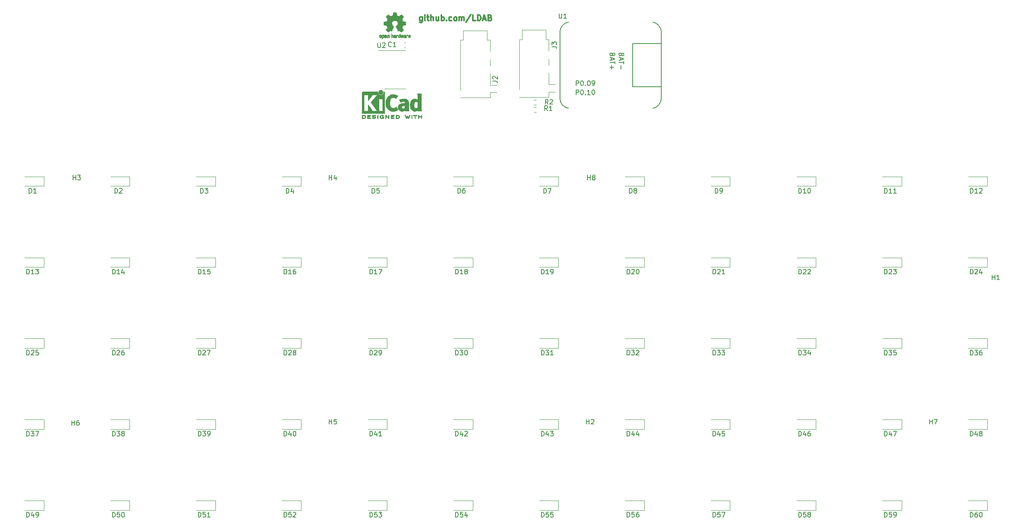
<source format=gto>
G04 #@! TF.GenerationSoftware,KiCad,Pcbnew,7.0.9-7.0.9~ubuntu22.04.1*
G04 #@! TF.CreationDate,2023-12-21T23:36:55+01:00*
G04 #@! TF.ProjectId,basic60,62617369-6336-4302-9e6b-696361645f70,0.1*
G04 #@! TF.SameCoordinates,Original*
G04 #@! TF.FileFunction,Legend,Top*
G04 #@! TF.FilePolarity,Positive*
%FSLAX46Y46*%
G04 Gerber Fmt 4.6, Leading zero omitted, Abs format (unit mm)*
G04 Created by KiCad (PCBNEW 7.0.9-7.0.9~ubuntu22.04.1) date 2023-12-21 23:36:55*
%MOMM*%
%LPD*%
G01*
G04 APERTURE LIST*
%ADD10C,0.300000*%
%ADD11C,0.150000*%
%ADD12C,0.120000*%
%ADD13C,0.010000*%
%ADD14C,1.500000*%
%ADD15R,2.500000X1.200000*%
%ADD16C,3.500000*%
%ADD17C,1.700000*%
%ADD18C,3.400000*%
G04 APERTURE END LIST*
D10*
X133028572Y-28539542D02*
X133028572Y-29510971D01*
X133028572Y-29510971D02*
X132971429Y-29625257D01*
X132971429Y-29625257D02*
X132914286Y-29682400D01*
X132914286Y-29682400D02*
X132800000Y-29739542D01*
X132800000Y-29739542D02*
X132628572Y-29739542D01*
X132628572Y-29739542D02*
X132514286Y-29682400D01*
X133028572Y-29282400D02*
X132914286Y-29339542D01*
X132914286Y-29339542D02*
X132685714Y-29339542D01*
X132685714Y-29339542D02*
X132571429Y-29282400D01*
X132571429Y-29282400D02*
X132514286Y-29225257D01*
X132514286Y-29225257D02*
X132457143Y-29110971D01*
X132457143Y-29110971D02*
X132457143Y-28768114D01*
X132457143Y-28768114D02*
X132514286Y-28653828D01*
X132514286Y-28653828D02*
X132571429Y-28596685D01*
X132571429Y-28596685D02*
X132685714Y-28539542D01*
X132685714Y-28539542D02*
X132914286Y-28539542D01*
X132914286Y-28539542D02*
X133028572Y-28596685D01*
X133600000Y-29339542D02*
X133600000Y-28539542D01*
X133600000Y-28139542D02*
X133542857Y-28196685D01*
X133542857Y-28196685D02*
X133600000Y-28253828D01*
X133600000Y-28253828D02*
X133657143Y-28196685D01*
X133657143Y-28196685D02*
X133600000Y-28139542D01*
X133600000Y-28139542D02*
X133600000Y-28253828D01*
X134000000Y-28539542D02*
X134457143Y-28539542D01*
X134171429Y-28139542D02*
X134171429Y-29168114D01*
X134171429Y-29168114D02*
X134228572Y-29282400D01*
X134228572Y-29282400D02*
X134342857Y-29339542D01*
X134342857Y-29339542D02*
X134457143Y-29339542D01*
X134857143Y-29339542D02*
X134857143Y-28139542D01*
X135371429Y-29339542D02*
X135371429Y-28710971D01*
X135371429Y-28710971D02*
X135314286Y-28596685D01*
X135314286Y-28596685D02*
X135200000Y-28539542D01*
X135200000Y-28539542D02*
X135028571Y-28539542D01*
X135028571Y-28539542D02*
X134914286Y-28596685D01*
X134914286Y-28596685D02*
X134857143Y-28653828D01*
X136457143Y-28539542D02*
X136457143Y-29339542D01*
X135942857Y-28539542D02*
X135942857Y-29168114D01*
X135942857Y-29168114D02*
X136000000Y-29282400D01*
X136000000Y-29282400D02*
X136114285Y-29339542D01*
X136114285Y-29339542D02*
X136285714Y-29339542D01*
X136285714Y-29339542D02*
X136400000Y-29282400D01*
X136400000Y-29282400D02*
X136457143Y-29225257D01*
X137028571Y-29339542D02*
X137028571Y-28139542D01*
X137028571Y-28596685D02*
X137142857Y-28539542D01*
X137142857Y-28539542D02*
X137371428Y-28539542D01*
X137371428Y-28539542D02*
X137485714Y-28596685D01*
X137485714Y-28596685D02*
X137542857Y-28653828D01*
X137542857Y-28653828D02*
X137599999Y-28768114D01*
X137599999Y-28768114D02*
X137599999Y-29110971D01*
X137599999Y-29110971D02*
X137542857Y-29225257D01*
X137542857Y-29225257D02*
X137485714Y-29282400D01*
X137485714Y-29282400D02*
X137371428Y-29339542D01*
X137371428Y-29339542D02*
X137142857Y-29339542D01*
X137142857Y-29339542D02*
X137028571Y-29282400D01*
X138114285Y-29225257D02*
X138171428Y-29282400D01*
X138171428Y-29282400D02*
X138114285Y-29339542D01*
X138114285Y-29339542D02*
X138057142Y-29282400D01*
X138057142Y-29282400D02*
X138114285Y-29225257D01*
X138114285Y-29225257D02*
X138114285Y-29339542D01*
X139200000Y-29282400D02*
X139085714Y-29339542D01*
X139085714Y-29339542D02*
X138857142Y-29339542D01*
X138857142Y-29339542D02*
X138742857Y-29282400D01*
X138742857Y-29282400D02*
X138685714Y-29225257D01*
X138685714Y-29225257D02*
X138628571Y-29110971D01*
X138628571Y-29110971D02*
X138628571Y-28768114D01*
X138628571Y-28768114D02*
X138685714Y-28653828D01*
X138685714Y-28653828D02*
X138742857Y-28596685D01*
X138742857Y-28596685D02*
X138857142Y-28539542D01*
X138857142Y-28539542D02*
X139085714Y-28539542D01*
X139085714Y-28539542D02*
X139200000Y-28596685D01*
X139885713Y-29339542D02*
X139771428Y-29282400D01*
X139771428Y-29282400D02*
X139714285Y-29225257D01*
X139714285Y-29225257D02*
X139657142Y-29110971D01*
X139657142Y-29110971D02*
X139657142Y-28768114D01*
X139657142Y-28768114D02*
X139714285Y-28653828D01*
X139714285Y-28653828D02*
X139771428Y-28596685D01*
X139771428Y-28596685D02*
X139885713Y-28539542D01*
X139885713Y-28539542D02*
X140057142Y-28539542D01*
X140057142Y-28539542D02*
X140171428Y-28596685D01*
X140171428Y-28596685D02*
X140228571Y-28653828D01*
X140228571Y-28653828D02*
X140285713Y-28768114D01*
X140285713Y-28768114D02*
X140285713Y-29110971D01*
X140285713Y-29110971D02*
X140228571Y-29225257D01*
X140228571Y-29225257D02*
X140171428Y-29282400D01*
X140171428Y-29282400D02*
X140057142Y-29339542D01*
X140057142Y-29339542D02*
X139885713Y-29339542D01*
X140799999Y-29339542D02*
X140799999Y-28539542D01*
X140799999Y-28653828D02*
X140857142Y-28596685D01*
X140857142Y-28596685D02*
X140971427Y-28539542D01*
X140971427Y-28539542D02*
X141142856Y-28539542D01*
X141142856Y-28539542D02*
X141257142Y-28596685D01*
X141257142Y-28596685D02*
X141314285Y-28710971D01*
X141314285Y-28710971D02*
X141314285Y-29339542D01*
X141314285Y-28710971D02*
X141371427Y-28596685D01*
X141371427Y-28596685D02*
X141485713Y-28539542D01*
X141485713Y-28539542D02*
X141657142Y-28539542D01*
X141657142Y-28539542D02*
X141771427Y-28596685D01*
X141771427Y-28596685D02*
X141828570Y-28710971D01*
X141828570Y-28710971D02*
X141828570Y-29339542D01*
X143257142Y-28082400D02*
X142228570Y-29625257D01*
X144228570Y-29339542D02*
X143657142Y-29339542D01*
X143657142Y-29339542D02*
X143657142Y-28139542D01*
X144628571Y-29339542D02*
X144628571Y-28139542D01*
X144628571Y-28139542D02*
X144914285Y-28139542D01*
X144914285Y-28139542D02*
X145085714Y-28196685D01*
X145085714Y-28196685D02*
X145199999Y-28310971D01*
X145199999Y-28310971D02*
X145257142Y-28425257D01*
X145257142Y-28425257D02*
X145314285Y-28653828D01*
X145314285Y-28653828D02*
X145314285Y-28825257D01*
X145314285Y-28825257D02*
X145257142Y-29053828D01*
X145257142Y-29053828D02*
X145199999Y-29168114D01*
X145199999Y-29168114D02*
X145085714Y-29282400D01*
X145085714Y-29282400D02*
X144914285Y-29339542D01*
X144914285Y-29339542D02*
X144628571Y-29339542D01*
X145771428Y-28996685D02*
X146342857Y-28996685D01*
X145657142Y-29339542D02*
X146057142Y-28139542D01*
X146057142Y-28139542D02*
X146457142Y-29339542D01*
X147257142Y-28710971D02*
X147428570Y-28768114D01*
X147428570Y-28768114D02*
X147485713Y-28825257D01*
X147485713Y-28825257D02*
X147542856Y-28939542D01*
X147542856Y-28939542D02*
X147542856Y-29110971D01*
X147542856Y-29110971D02*
X147485713Y-29225257D01*
X147485713Y-29225257D02*
X147428570Y-29282400D01*
X147428570Y-29282400D02*
X147314285Y-29339542D01*
X147314285Y-29339542D02*
X146857142Y-29339542D01*
X146857142Y-29339542D02*
X146857142Y-28139542D01*
X146857142Y-28139542D02*
X147257142Y-28139542D01*
X147257142Y-28139542D02*
X147371428Y-28196685D01*
X147371428Y-28196685D02*
X147428570Y-28253828D01*
X147428570Y-28253828D02*
X147485713Y-28368114D01*
X147485713Y-28368114D02*
X147485713Y-28482400D01*
X147485713Y-28482400D02*
X147428570Y-28596685D01*
X147428570Y-28596685D02*
X147371428Y-28653828D01*
X147371428Y-28653828D02*
X147257142Y-28710971D01*
X147257142Y-28710971D02*
X146857142Y-28710971D01*
D11*
X140035714Y-116519285D02*
X140035714Y-115519285D01*
X140035714Y-115519285D02*
X140273809Y-115519285D01*
X140273809Y-115519285D02*
X140416666Y-115566904D01*
X140416666Y-115566904D02*
X140511904Y-115662142D01*
X140511904Y-115662142D02*
X140559523Y-115757380D01*
X140559523Y-115757380D02*
X140607142Y-115947856D01*
X140607142Y-115947856D02*
X140607142Y-116090713D01*
X140607142Y-116090713D02*
X140559523Y-116281189D01*
X140559523Y-116281189D02*
X140511904Y-116376427D01*
X140511904Y-116376427D02*
X140416666Y-116471666D01*
X140416666Y-116471666D02*
X140273809Y-116519285D01*
X140273809Y-116519285D02*
X140035714Y-116519285D01*
X141464285Y-115852618D02*
X141464285Y-116519285D01*
X141226190Y-115471666D02*
X140988095Y-116185951D01*
X140988095Y-116185951D02*
X141607142Y-116185951D01*
X141940476Y-115614523D02*
X141988095Y-115566904D01*
X141988095Y-115566904D02*
X142083333Y-115519285D01*
X142083333Y-115519285D02*
X142321428Y-115519285D01*
X142321428Y-115519285D02*
X142416666Y-115566904D01*
X142416666Y-115566904D02*
X142464285Y-115614523D01*
X142464285Y-115614523D02*
X142511904Y-115709761D01*
X142511904Y-115709761D02*
X142511904Y-115804999D01*
X142511904Y-115804999D02*
X142464285Y-115947856D01*
X142464285Y-115947856D02*
X141892857Y-116519285D01*
X141892857Y-116519285D02*
X142511904Y-116519285D01*
X104035714Y-116519285D02*
X104035714Y-115519285D01*
X104035714Y-115519285D02*
X104273809Y-115519285D01*
X104273809Y-115519285D02*
X104416666Y-115566904D01*
X104416666Y-115566904D02*
X104511904Y-115662142D01*
X104511904Y-115662142D02*
X104559523Y-115757380D01*
X104559523Y-115757380D02*
X104607142Y-115947856D01*
X104607142Y-115947856D02*
X104607142Y-116090713D01*
X104607142Y-116090713D02*
X104559523Y-116281189D01*
X104559523Y-116281189D02*
X104511904Y-116376427D01*
X104511904Y-116376427D02*
X104416666Y-116471666D01*
X104416666Y-116471666D02*
X104273809Y-116519285D01*
X104273809Y-116519285D02*
X104035714Y-116519285D01*
X105464285Y-115852618D02*
X105464285Y-116519285D01*
X105226190Y-115471666D02*
X104988095Y-116185951D01*
X104988095Y-116185951D02*
X105607142Y-116185951D01*
X106178571Y-115519285D02*
X106273809Y-115519285D01*
X106273809Y-115519285D02*
X106369047Y-115566904D01*
X106369047Y-115566904D02*
X106416666Y-115614523D01*
X106416666Y-115614523D02*
X106464285Y-115709761D01*
X106464285Y-115709761D02*
X106511904Y-115900237D01*
X106511904Y-115900237D02*
X106511904Y-116138332D01*
X106511904Y-116138332D02*
X106464285Y-116328808D01*
X106464285Y-116328808D02*
X106416666Y-116424046D01*
X106416666Y-116424046D02*
X106369047Y-116471666D01*
X106369047Y-116471666D02*
X106273809Y-116519285D01*
X106273809Y-116519285D02*
X106178571Y-116519285D01*
X106178571Y-116519285D02*
X106083333Y-116471666D01*
X106083333Y-116471666D02*
X106035714Y-116424046D01*
X106035714Y-116424046D02*
X105988095Y-116328808D01*
X105988095Y-116328808D02*
X105940476Y-116138332D01*
X105940476Y-116138332D02*
X105940476Y-115900237D01*
X105940476Y-115900237D02*
X105988095Y-115709761D01*
X105988095Y-115709761D02*
X106035714Y-115614523D01*
X106035714Y-115614523D02*
X106083333Y-115566904D01*
X106083333Y-115566904D02*
X106178571Y-115519285D01*
X86035714Y-116519285D02*
X86035714Y-115519285D01*
X86035714Y-115519285D02*
X86273809Y-115519285D01*
X86273809Y-115519285D02*
X86416666Y-115566904D01*
X86416666Y-115566904D02*
X86511904Y-115662142D01*
X86511904Y-115662142D02*
X86559523Y-115757380D01*
X86559523Y-115757380D02*
X86607142Y-115947856D01*
X86607142Y-115947856D02*
X86607142Y-116090713D01*
X86607142Y-116090713D02*
X86559523Y-116281189D01*
X86559523Y-116281189D02*
X86511904Y-116376427D01*
X86511904Y-116376427D02*
X86416666Y-116471666D01*
X86416666Y-116471666D02*
X86273809Y-116519285D01*
X86273809Y-116519285D02*
X86035714Y-116519285D01*
X86940476Y-115519285D02*
X87559523Y-115519285D01*
X87559523Y-115519285D02*
X87226190Y-115900237D01*
X87226190Y-115900237D02*
X87369047Y-115900237D01*
X87369047Y-115900237D02*
X87464285Y-115947856D01*
X87464285Y-115947856D02*
X87511904Y-115995475D01*
X87511904Y-115995475D02*
X87559523Y-116090713D01*
X87559523Y-116090713D02*
X87559523Y-116328808D01*
X87559523Y-116328808D02*
X87511904Y-116424046D01*
X87511904Y-116424046D02*
X87464285Y-116471666D01*
X87464285Y-116471666D02*
X87369047Y-116519285D01*
X87369047Y-116519285D02*
X87083333Y-116519285D01*
X87083333Y-116519285D02*
X86988095Y-116471666D01*
X86988095Y-116471666D02*
X86940476Y-116424046D01*
X88035714Y-116519285D02*
X88226190Y-116519285D01*
X88226190Y-116519285D02*
X88321428Y-116471666D01*
X88321428Y-116471666D02*
X88369047Y-116424046D01*
X88369047Y-116424046D02*
X88464285Y-116281189D01*
X88464285Y-116281189D02*
X88511904Y-116090713D01*
X88511904Y-116090713D02*
X88511904Y-115709761D01*
X88511904Y-115709761D02*
X88464285Y-115614523D01*
X88464285Y-115614523D02*
X88416666Y-115566904D01*
X88416666Y-115566904D02*
X88321428Y-115519285D01*
X88321428Y-115519285D02*
X88130952Y-115519285D01*
X88130952Y-115519285D02*
X88035714Y-115566904D01*
X88035714Y-115566904D02*
X87988095Y-115614523D01*
X87988095Y-115614523D02*
X87940476Y-115709761D01*
X87940476Y-115709761D02*
X87940476Y-115947856D01*
X87940476Y-115947856D02*
X87988095Y-116043094D01*
X87988095Y-116043094D02*
X88035714Y-116090713D01*
X88035714Y-116090713D02*
X88130952Y-116138332D01*
X88130952Y-116138332D02*
X88321428Y-116138332D01*
X88321428Y-116138332D02*
X88416666Y-116090713D01*
X88416666Y-116090713D02*
X88464285Y-116043094D01*
X88464285Y-116043094D02*
X88511904Y-115947856D01*
X68035714Y-116519285D02*
X68035714Y-115519285D01*
X68035714Y-115519285D02*
X68273809Y-115519285D01*
X68273809Y-115519285D02*
X68416666Y-115566904D01*
X68416666Y-115566904D02*
X68511904Y-115662142D01*
X68511904Y-115662142D02*
X68559523Y-115757380D01*
X68559523Y-115757380D02*
X68607142Y-115947856D01*
X68607142Y-115947856D02*
X68607142Y-116090713D01*
X68607142Y-116090713D02*
X68559523Y-116281189D01*
X68559523Y-116281189D02*
X68511904Y-116376427D01*
X68511904Y-116376427D02*
X68416666Y-116471666D01*
X68416666Y-116471666D02*
X68273809Y-116519285D01*
X68273809Y-116519285D02*
X68035714Y-116519285D01*
X68940476Y-115519285D02*
X69559523Y-115519285D01*
X69559523Y-115519285D02*
X69226190Y-115900237D01*
X69226190Y-115900237D02*
X69369047Y-115900237D01*
X69369047Y-115900237D02*
X69464285Y-115947856D01*
X69464285Y-115947856D02*
X69511904Y-115995475D01*
X69511904Y-115995475D02*
X69559523Y-116090713D01*
X69559523Y-116090713D02*
X69559523Y-116328808D01*
X69559523Y-116328808D02*
X69511904Y-116424046D01*
X69511904Y-116424046D02*
X69464285Y-116471666D01*
X69464285Y-116471666D02*
X69369047Y-116519285D01*
X69369047Y-116519285D02*
X69083333Y-116519285D01*
X69083333Y-116519285D02*
X68988095Y-116471666D01*
X68988095Y-116471666D02*
X68940476Y-116424046D01*
X70130952Y-115947856D02*
X70035714Y-115900237D01*
X70035714Y-115900237D02*
X69988095Y-115852618D01*
X69988095Y-115852618D02*
X69940476Y-115757380D01*
X69940476Y-115757380D02*
X69940476Y-115709761D01*
X69940476Y-115709761D02*
X69988095Y-115614523D01*
X69988095Y-115614523D02*
X70035714Y-115566904D01*
X70035714Y-115566904D02*
X70130952Y-115519285D01*
X70130952Y-115519285D02*
X70321428Y-115519285D01*
X70321428Y-115519285D02*
X70416666Y-115566904D01*
X70416666Y-115566904D02*
X70464285Y-115614523D01*
X70464285Y-115614523D02*
X70511904Y-115709761D01*
X70511904Y-115709761D02*
X70511904Y-115757380D01*
X70511904Y-115757380D02*
X70464285Y-115852618D01*
X70464285Y-115852618D02*
X70416666Y-115900237D01*
X70416666Y-115900237D02*
X70321428Y-115947856D01*
X70321428Y-115947856D02*
X70130952Y-115947856D01*
X70130952Y-115947856D02*
X70035714Y-115995475D01*
X70035714Y-115995475D02*
X69988095Y-116043094D01*
X69988095Y-116043094D02*
X69940476Y-116138332D01*
X69940476Y-116138332D02*
X69940476Y-116328808D01*
X69940476Y-116328808D02*
X69988095Y-116424046D01*
X69988095Y-116424046D02*
X70035714Y-116471666D01*
X70035714Y-116471666D02*
X70130952Y-116519285D01*
X70130952Y-116519285D02*
X70321428Y-116519285D01*
X70321428Y-116519285D02*
X70416666Y-116471666D01*
X70416666Y-116471666D02*
X70464285Y-116424046D01*
X70464285Y-116424046D02*
X70511904Y-116328808D01*
X70511904Y-116328808D02*
X70511904Y-116138332D01*
X70511904Y-116138332D02*
X70464285Y-116043094D01*
X70464285Y-116043094D02*
X70416666Y-115995475D01*
X70416666Y-115995475D02*
X70321428Y-115947856D01*
X50035714Y-116519285D02*
X50035714Y-115519285D01*
X50035714Y-115519285D02*
X50273809Y-115519285D01*
X50273809Y-115519285D02*
X50416666Y-115566904D01*
X50416666Y-115566904D02*
X50511904Y-115662142D01*
X50511904Y-115662142D02*
X50559523Y-115757380D01*
X50559523Y-115757380D02*
X50607142Y-115947856D01*
X50607142Y-115947856D02*
X50607142Y-116090713D01*
X50607142Y-116090713D02*
X50559523Y-116281189D01*
X50559523Y-116281189D02*
X50511904Y-116376427D01*
X50511904Y-116376427D02*
X50416666Y-116471666D01*
X50416666Y-116471666D02*
X50273809Y-116519285D01*
X50273809Y-116519285D02*
X50035714Y-116519285D01*
X50940476Y-115519285D02*
X51559523Y-115519285D01*
X51559523Y-115519285D02*
X51226190Y-115900237D01*
X51226190Y-115900237D02*
X51369047Y-115900237D01*
X51369047Y-115900237D02*
X51464285Y-115947856D01*
X51464285Y-115947856D02*
X51511904Y-115995475D01*
X51511904Y-115995475D02*
X51559523Y-116090713D01*
X51559523Y-116090713D02*
X51559523Y-116328808D01*
X51559523Y-116328808D02*
X51511904Y-116424046D01*
X51511904Y-116424046D02*
X51464285Y-116471666D01*
X51464285Y-116471666D02*
X51369047Y-116519285D01*
X51369047Y-116519285D02*
X51083333Y-116519285D01*
X51083333Y-116519285D02*
X50988095Y-116471666D01*
X50988095Y-116471666D02*
X50940476Y-116424046D01*
X51892857Y-115519285D02*
X52559523Y-115519285D01*
X52559523Y-115519285D02*
X52130952Y-116519285D01*
X248035714Y-99519285D02*
X248035714Y-98519285D01*
X248035714Y-98519285D02*
X248273809Y-98519285D01*
X248273809Y-98519285D02*
X248416666Y-98566904D01*
X248416666Y-98566904D02*
X248511904Y-98662142D01*
X248511904Y-98662142D02*
X248559523Y-98757380D01*
X248559523Y-98757380D02*
X248607142Y-98947856D01*
X248607142Y-98947856D02*
X248607142Y-99090713D01*
X248607142Y-99090713D02*
X248559523Y-99281189D01*
X248559523Y-99281189D02*
X248511904Y-99376427D01*
X248511904Y-99376427D02*
X248416666Y-99471666D01*
X248416666Y-99471666D02*
X248273809Y-99519285D01*
X248273809Y-99519285D02*
X248035714Y-99519285D01*
X248940476Y-98519285D02*
X249559523Y-98519285D01*
X249559523Y-98519285D02*
X249226190Y-98900237D01*
X249226190Y-98900237D02*
X249369047Y-98900237D01*
X249369047Y-98900237D02*
X249464285Y-98947856D01*
X249464285Y-98947856D02*
X249511904Y-98995475D01*
X249511904Y-98995475D02*
X249559523Y-99090713D01*
X249559523Y-99090713D02*
X249559523Y-99328808D01*
X249559523Y-99328808D02*
X249511904Y-99424046D01*
X249511904Y-99424046D02*
X249464285Y-99471666D01*
X249464285Y-99471666D02*
X249369047Y-99519285D01*
X249369047Y-99519285D02*
X249083333Y-99519285D01*
X249083333Y-99519285D02*
X248988095Y-99471666D01*
X248988095Y-99471666D02*
X248940476Y-99424046D01*
X250416666Y-98519285D02*
X250226190Y-98519285D01*
X250226190Y-98519285D02*
X250130952Y-98566904D01*
X250130952Y-98566904D02*
X250083333Y-98614523D01*
X250083333Y-98614523D02*
X249988095Y-98757380D01*
X249988095Y-98757380D02*
X249940476Y-98947856D01*
X249940476Y-98947856D02*
X249940476Y-99328808D01*
X249940476Y-99328808D02*
X249988095Y-99424046D01*
X249988095Y-99424046D02*
X250035714Y-99471666D01*
X250035714Y-99471666D02*
X250130952Y-99519285D01*
X250130952Y-99519285D02*
X250321428Y-99519285D01*
X250321428Y-99519285D02*
X250416666Y-99471666D01*
X250416666Y-99471666D02*
X250464285Y-99424046D01*
X250464285Y-99424046D02*
X250511904Y-99328808D01*
X250511904Y-99328808D02*
X250511904Y-99090713D01*
X250511904Y-99090713D02*
X250464285Y-98995475D01*
X250464285Y-98995475D02*
X250416666Y-98947856D01*
X250416666Y-98947856D02*
X250321428Y-98900237D01*
X250321428Y-98900237D02*
X250130952Y-98900237D01*
X250130952Y-98900237D02*
X250035714Y-98947856D01*
X250035714Y-98947856D02*
X249988095Y-98995475D01*
X249988095Y-98995475D02*
X249940476Y-99090713D01*
X230035714Y-99519285D02*
X230035714Y-98519285D01*
X230035714Y-98519285D02*
X230273809Y-98519285D01*
X230273809Y-98519285D02*
X230416666Y-98566904D01*
X230416666Y-98566904D02*
X230511904Y-98662142D01*
X230511904Y-98662142D02*
X230559523Y-98757380D01*
X230559523Y-98757380D02*
X230607142Y-98947856D01*
X230607142Y-98947856D02*
X230607142Y-99090713D01*
X230607142Y-99090713D02*
X230559523Y-99281189D01*
X230559523Y-99281189D02*
X230511904Y-99376427D01*
X230511904Y-99376427D02*
X230416666Y-99471666D01*
X230416666Y-99471666D02*
X230273809Y-99519285D01*
X230273809Y-99519285D02*
X230035714Y-99519285D01*
X230940476Y-98519285D02*
X231559523Y-98519285D01*
X231559523Y-98519285D02*
X231226190Y-98900237D01*
X231226190Y-98900237D02*
X231369047Y-98900237D01*
X231369047Y-98900237D02*
X231464285Y-98947856D01*
X231464285Y-98947856D02*
X231511904Y-98995475D01*
X231511904Y-98995475D02*
X231559523Y-99090713D01*
X231559523Y-99090713D02*
X231559523Y-99328808D01*
X231559523Y-99328808D02*
X231511904Y-99424046D01*
X231511904Y-99424046D02*
X231464285Y-99471666D01*
X231464285Y-99471666D02*
X231369047Y-99519285D01*
X231369047Y-99519285D02*
X231083333Y-99519285D01*
X231083333Y-99519285D02*
X230988095Y-99471666D01*
X230988095Y-99471666D02*
X230940476Y-99424046D01*
X232464285Y-98519285D02*
X231988095Y-98519285D01*
X231988095Y-98519285D02*
X231940476Y-98995475D01*
X231940476Y-98995475D02*
X231988095Y-98947856D01*
X231988095Y-98947856D02*
X232083333Y-98900237D01*
X232083333Y-98900237D02*
X232321428Y-98900237D01*
X232321428Y-98900237D02*
X232416666Y-98947856D01*
X232416666Y-98947856D02*
X232464285Y-98995475D01*
X232464285Y-98995475D02*
X232511904Y-99090713D01*
X232511904Y-99090713D02*
X232511904Y-99328808D01*
X232511904Y-99328808D02*
X232464285Y-99424046D01*
X232464285Y-99424046D02*
X232416666Y-99471666D01*
X232416666Y-99471666D02*
X232321428Y-99519285D01*
X232321428Y-99519285D02*
X232083333Y-99519285D01*
X232083333Y-99519285D02*
X231988095Y-99471666D01*
X231988095Y-99471666D02*
X231940476Y-99424046D01*
X212035714Y-99519285D02*
X212035714Y-98519285D01*
X212035714Y-98519285D02*
X212273809Y-98519285D01*
X212273809Y-98519285D02*
X212416666Y-98566904D01*
X212416666Y-98566904D02*
X212511904Y-98662142D01*
X212511904Y-98662142D02*
X212559523Y-98757380D01*
X212559523Y-98757380D02*
X212607142Y-98947856D01*
X212607142Y-98947856D02*
X212607142Y-99090713D01*
X212607142Y-99090713D02*
X212559523Y-99281189D01*
X212559523Y-99281189D02*
X212511904Y-99376427D01*
X212511904Y-99376427D02*
X212416666Y-99471666D01*
X212416666Y-99471666D02*
X212273809Y-99519285D01*
X212273809Y-99519285D02*
X212035714Y-99519285D01*
X212940476Y-98519285D02*
X213559523Y-98519285D01*
X213559523Y-98519285D02*
X213226190Y-98900237D01*
X213226190Y-98900237D02*
X213369047Y-98900237D01*
X213369047Y-98900237D02*
X213464285Y-98947856D01*
X213464285Y-98947856D02*
X213511904Y-98995475D01*
X213511904Y-98995475D02*
X213559523Y-99090713D01*
X213559523Y-99090713D02*
X213559523Y-99328808D01*
X213559523Y-99328808D02*
X213511904Y-99424046D01*
X213511904Y-99424046D02*
X213464285Y-99471666D01*
X213464285Y-99471666D02*
X213369047Y-99519285D01*
X213369047Y-99519285D02*
X213083333Y-99519285D01*
X213083333Y-99519285D02*
X212988095Y-99471666D01*
X212988095Y-99471666D02*
X212940476Y-99424046D01*
X214416666Y-98852618D02*
X214416666Y-99519285D01*
X214178571Y-98471666D02*
X213940476Y-99185951D01*
X213940476Y-99185951D02*
X214559523Y-99185951D01*
X194035714Y-99519285D02*
X194035714Y-98519285D01*
X194035714Y-98519285D02*
X194273809Y-98519285D01*
X194273809Y-98519285D02*
X194416666Y-98566904D01*
X194416666Y-98566904D02*
X194511904Y-98662142D01*
X194511904Y-98662142D02*
X194559523Y-98757380D01*
X194559523Y-98757380D02*
X194607142Y-98947856D01*
X194607142Y-98947856D02*
X194607142Y-99090713D01*
X194607142Y-99090713D02*
X194559523Y-99281189D01*
X194559523Y-99281189D02*
X194511904Y-99376427D01*
X194511904Y-99376427D02*
X194416666Y-99471666D01*
X194416666Y-99471666D02*
X194273809Y-99519285D01*
X194273809Y-99519285D02*
X194035714Y-99519285D01*
X194940476Y-98519285D02*
X195559523Y-98519285D01*
X195559523Y-98519285D02*
X195226190Y-98900237D01*
X195226190Y-98900237D02*
X195369047Y-98900237D01*
X195369047Y-98900237D02*
X195464285Y-98947856D01*
X195464285Y-98947856D02*
X195511904Y-98995475D01*
X195511904Y-98995475D02*
X195559523Y-99090713D01*
X195559523Y-99090713D02*
X195559523Y-99328808D01*
X195559523Y-99328808D02*
X195511904Y-99424046D01*
X195511904Y-99424046D02*
X195464285Y-99471666D01*
X195464285Y-99471666D02*
X195369047Y-99519285D01*
X195369047Y-99519285D02*
X195083333Y-99519285D01*
X195083333Y-99519285D02*
X194988095Y-99471666D01*
X194988095Y-99471666D02*
X194940476Y-99424046D01*
X195892857Y-98519285D02*
X196511904Y-98519285D01*
X196511904Y-98519285D02*
X196178571Y-98900237D01*
X196178571Y-98900237D02*
X196321428Y-98900237D01*
X196321428Y-98900237D02*
X196416666Y-98947856D01*
X196416666Y-98947856D02*
X196464285Y-98995475D01*
X196464285Y-98995475D02*
X196511904Y-99090713D01*
X196511904Y-99090713D02*
X196511904Y-99328808D01*
X196511904Y-99328808D02*
X196464285Y-99424046D01*
X196464285Y-99424046D02*
X196416666Y-99471666D01*
X196416666Y-99471666D02*
X196321428Y-99519285D01*
X196321428Y-99519285D02*
X196035714Y-99519285D01*
X196035714Y-99519285D02*
X195940476Y-99471666D01*
X195940476Y-99471666D02*
X195892857Y-99424046D01*
X176035714Y-99519285D02*
X176035714Y-98519285D01*
X176035714Y-98519285D02*
X176273809Y-98519285D01*
X176273809Y-98519285D02*
X176416666Y-98566904D01*
X176416666Y-98566904D02*
X176511904Y-98662142D01*
X176511904Y-98662142D02*
X176559523Y-98757380D01*
X176559523Y-98757380D02*
X176607142Y-98947856D01*
X176607142Y-98947856D02*
X176607142Y-99090713D01*
X176607142Y-99090713D02*
X176559523Y-99281189D01*
X176559523Y-99281189D02*
X176511904Y-99376427D01*
X176511904Y-99376427D02*
X176416666Y-99471666D01*
X176416666Y-99471666D02*
X176273809Y-99519285D01*
X176273809Y-99519285D02*
X176035714Y-99519285D01*
X176940476Y-98519285D02*
X177559523Y-98519285D01*
X177559523Y-98519285D02*
X177226190Y-98900237D01*
X177226190Y-98900237D02*
X177369047Y-98900237D01*
X177369047Y-98900237D02*
X177464285Y-98947856D01*
X177464285Y-98947856D02*
X177511904Y-98995475D01*
X177511904Y-98995475D02*
X177559523Y-99090713D01*
X177559523Y-99090713D02*
X177559523Y-99328808D01*
X177559523Y-99328808D02*
X177511904Y-99424046D01*
X177511904Y-99424046D02*
X177464285Y-99471666D01*
X177464285Y-99471666D02*
X177369047Y-99519285D01*
X177369047Y-99519285D02*
X177083333Y-99519285D01*
X177083333Y-99519285D02*
X176988095Y-99471666D01*
X176988095Y-99471666D02*
X176940476Y-99424046D01*
X177940476Y-98614523D02*
X177988095Y-98566904D01*
X177988095Y-98566904D02*
X178083333Y-98519285D01*
X178083333Y-98519285D02*
X178321428Y-98519285D01*
X178321428Y-98519285D02*
X178416666Y-98566904D01*
X178416666Y-98566904D02*
X178464285Y-98614523D01*
X178464285Y-98614523D02*
X178511904Y-98709761D01*
X178511904Y-98709761D02*
X178511904Y-98804999D01*
X178511904Y-98804999D02*
X178464285Y-98947856D01*
X178464285Y-98947856D02*
X177892857Y-99519285D01*
X177892857Y-99519285D02*
X178511904Y-99519285D01*
X158035714Y-99519285D02*
X158035714Y-98519285D01*
X158035714Y-98519285D02*
X158273809Y-98519285D01*
X158273809Y-98519285D02*
X158416666Y-98566904D01*
X158416666Y-98566904D02*
X158511904Y-98662142D01*
X158511904Y-98662142D02*
X158559523Y-98757380D01*
X158559523Y-98757380D02*
X158607142Y-98947856D01*
X158607142Y-98947856D02*
X158607142Y-99090713D01*
X158607142Y-99090713D02*
X158559523Y-99281189D01*
X158559523Y-99281189D02*
X158511904Y-99376427D01*
X158511904Y-99376427D02*
X158416666Y-99471666D01*
X158416666Y-99471666D02*
X158273809Y-99519285D01*
X158273809Y-99519285D02*
X158035714Y-99519285D01*
X158940476Y-98519285D02*
X159559523Y-98519285D01*
X159559523Y-98519285D02*
X159226190Y-98900237D01*
X159226190Y-98900237D02*
X159369047Y-98900237D01*
X159369047Y-98900237D02*
X159464285Y-98947856D01*
X159464285Y-98947856D02*
X159511904Y-98995475D01*
X159511904Y-98995475D02*
X159559523Y-99090713D01*
X159559523Y-99090713D02*
X159559523Y-99328808D01*
X159559523Y-99328808D02*
X159511904Y-99424046D01*
X159511904Y-99424046D02*
X159464285Y-99471666D01*
X159464285Y-99471666D02*
X159369047Y-99519285D01*
X159369047Y-99519285D02*
X159083333Y-99519285D01*
X159083333Y-99519285D02*
X158988095Y-99471666D01*
X158988095Y-99471666D02*
X158940476Y-99424046D01*
X160511904Y-99519285D02*
X159940476Y-99519285D01*
X160226190Y-99519285D02*
X160226190Y-98519285D01*
X160226190Y-98519285D02*
X160130952Y-98662142D01*
X160130952Y-98662142D02*
X160035714Y-98757380D01*
X160035714Y-98757380D02*
X159940476Y-98804999D01*
X140035714Y-99519285D02*
X140035714Y-98519285D01*
X140035714Y-98519285D02*
X140273809Y-98519285D01*
X140273809Y-98519285D02*
X140416666Y-98566904D01*
X140416666Y-98566904D02*
X140511904Y-98662142D01*
X140511904Y-98662142D02*
X140559523Y-98757380D01*
X140559523Y-98757380D02*
X140607142Y-98947856D01*
X140607142Y-98947856D02*
X140607142Y-99090713D01*
X140607142Y-99090713D02*
X140559523Y-99281189D01*
X140559523Y-99281189D02*
X140511904Y-99376427D01*
X140511904Y-99376427D02*
X140416666Y-99471666D01*
X140416666Y-99471666D02*
X140273809Y-99519285D01*
X140273809Y-99519285D02*
X140035714Y-99519285D01*
X140940476Y-98519285D02*
X141559523Y-98519285D01*
X141559523Y-98519285D02*
X141226190Y-98900237D01*
X141226190Y-98900237D02*
X141369047Y-98900237D01*
X141369047Y-98900237D02*
X141464285Y-98947856D01*
X141464285Y-98947856D02*
X141511904Y-98995475D01*
X141511904Y-98995475D02*
X141559523Y-99090713D01*
X141559523Y-99090713D02*
X141559523Y-99328808D01*
X141559523Y-99328808D02*
X141511904Y-99424046D01*
X141511904Y-99424046D02*
X141464285Y-99471666D01*
X141464285Y-99471666D02*
X141369047Y-99519285D01*
X141369047Y-99519285D02*
X141083333Y-99519285D01*
X141083333Y-99519285D02*
X140988095Y-99471666D01*
X140988095Y-99471666D02*
X140940476Y-99424046D01*
X142178571Y-98519285D02*
X142273809Y-98519285D01*
X142273809Y-98519285D02*
X142369047Y-98566904D01*
X142369047Y-98566904D02*
X142416666Y-98614523D01*
X142416666Y-98614523D02*
X142464285Y-98709761D01*
X142464285Y-98709761D02*
X142511904Y-98900237D01*
X142511904Y-98900237D02*
X142511904Y-99138332D01*
X142511904Y-99138332D02*
X142464285Y-99328808D01*
X142464285Y-99328808D02*
X142416666Y-99424046D01*
X142416666Y-99424046D02*
X142369047Y-99471666D01*
X142369047Y-99471666D02*
X142273809Y-99519285D01*
X142273809Y-99519285D02*
X142178571Y-99519285D01*
X142178571Y-99519285D02*
X142083333Y-99471666D01*
X142083333Y-99471666D02*
X142035714Y-99424046D01*
X142035714Y-99424046D02*
X141988095Y-99328808D01*
X141988095Y-99328808D02*
X141940476Y-99138332D01*
X141940476Y-99138332D02*
X141940476Y-98900237D01*
X141940476Y-98900237D02*
X141988095Y-98709761D01*
X141988095Y-98709761D02*
X142035714Y-98614523D01*
X142035714Y-98614523D02*
X142083333Y-98566904D01*
X142083333Y-98566904D02*
X142178571Y-98519285D01*
X122035714Y-99519285D02*
X122035714Y-98519285D01*
X122035714Y-98519285D02*
X122273809Y-98519285D01*
X122273809Y-98519285D02*
X122416666Y-98566904D01*
X122416666Y-98566904D02*
X122511904Y-98662142D01*
X122511904Y-98662142D02*
X122559523Y-98757380D01*
X122559523Y-98757380D02*
X122607142Y-98947856D01*
X122607142Y-98947856D02*
X122607142Y-99090713D01*
X122607142Y-99090713D02*
X122559523Y-99281189D01*
X122559523Y-99281189D02*
X122511904Y-99376427D01*
X122511904Y-99376427D02*
X122416666Y-99471666D01*
X122416666Y-99471666D02*
X122273809Y-99519285D01*
X122273809Y-99519285D02*
X122035714Y-99519285D01*
X122988095Y-98614523D02*
X123035714Y-98566904D01*
X123035714Y-98566904D02*
X123130952Y-98519285D01*
X123130952Y-98519285D02*
X123369047Y-98519285D01*
X123369047Y-98519285D02*
X123464285Y-98566904D01*
X123464285Y-98566904D02*
X123511904Y-98614523D01*
X123511904Y-98614523D02*
X123559523Y-98709761D01*
X123559523Y-98709761D02*
X123559523Y-98804999D01*
X123559523Y-98804999D02*
X123511904Y-98947856D01*
X123511904Y-98947856D02*
X122940476Y-99519285D01*
X122940476Y-99519285D02*
X123559523Y-99519285D01*
X124035714Y-99519285D02*
X124226190Y-99519285D01*
X124226190Y-99519285D02*
X124321428Y-99471666D01*
X124321428Y-99471666D02*
X124369047Y-99424046D01*
X124369047Y-99424046D02*
X124464285Y-99281189D01*
X124464285Y-99281189D02*
X124511904Y-99090713D01*
X124511904Y-99090713D02*
X124511904Y-98709761D01*
X124511904Y-98709761D02*
X124464285Y-98614523D01*
X124464285Y-98614523D02*
X124416666Y-98566904D01*
X124416666Y-98566904D02*
X124321428Y-98519285D01*
X124321428Y-98519285D02*
X124130952Y-98519285D01*
X124130952Y-98519285D02*
X124035714Y-98566904D01*
X124035714Y-98566904D02*
X123988095Y-98614523D01*
X123988095Y-98614523D02*
X123940476Y-98709761D01*
X123940476Y-98709761D02*
X123940476Y-98947856D01*
X123940476Y-98947856D02*
X123988095Y-99043094D01*
X123988095Y-99043094D02*
X124035714Y-99090713D01*
X124035714Y-99090713D02*
X124130952Y-99138332D01*
X124130952Y-99138332D02*
X124321428Y-99138332D01*
X124321428Y-99138332D02*
X124416666Y-99090713D01*
X124416666Y-99090713D02*
X124464285Y-99043094D01*
X124464285Y-99043094D02*
X124511904Y-98947856D01*
X104035714Y-99519285D02*
X104035714Y-98519285D01*
X104035714Y-98519285D02*
X104273809Y-98519285D01*
X104273809Y-98519285D02*
X104416666Y-98566904D01*
X104416666Y-98566904D02*
X104511904Y-98662142D01*
X104511904Y-98662142D02*
X104559523Y-98757380D01*
X104559523Y-98757380D02*
X104607142Y-98947856D01*
X104607142Y-98947856D02*
X104607142Y-99090713D01*
X104607142Y-99090713D02*
X104559523Y-99281189D01*
X104559523Y-99281189D02*
X104511904Y-99376427D01*
X104511904Y-99376427D02*
X104416666Y-99471666D01*
X104416666Y-99471666D02*
X104273809Y-99519285D01*
X104273809Y-99519285D02*
X104035714Y-99519285D01*
X104988095Y-98614523D02*
X105035714Y-98566904D01*
X105035714Y-98566904D02*
X105130952Y-98519285D01*
X105130952Y-98519285D02*
X105369047Y-98519285D01*
X105369047Y-98519285D02*
X105464285Y-98566904D01*
X105464285Y-98566904D02*
X105511904Y-98614523D01*
X105511904Y-98614523D02*
X105559523Y-98709761D01*
X105559523Y-98709761D02*
X105559523Y-98804999D01*
X105559523Y-98804999D02*
X105511904Y-98947856D01*
X105511904Y-98947856D02*
X104940476Y-99519285D01*
X104940476Y-99519285D02*
X105559523Y-99519285D01*
X106130952Y-98947856D02*
X106035714Y-98900237D01*
X106035714Y-98900237D02*
X105988095Y-98852618D01*
X105988095Y-98852618D02*
X105940476Y-98757380D01*
X105940476Y-98757380D02*
X105940476Y-98709761D01*
X105940476Y-98709761D02*
X105988095Y-98614523D01*
X105988095Y-98614523D02*
X106035714Y-98566904D01*
X106035714Y-98566904D02*
X106130952Y-98519285D01*
X106130952Y-98519285D02*
X106321428Y-98519285D01*
X106321428Y-98519285D02*
X106416666Y-98566904D01*
X106416666Y-98566904D02*
X106464285Y-98614523D01*
X106464285Y-98614523D02*
X106511904Y-98709761D01*
X106511904Y-98709761D02*
X106511904Y-98757380D01*
X106511904Y-98757380D02*
X106464285Y-98852618D01*
X106464285Y-98852618D02*
X106416666Y-98900237D01*
X106416666Y-98900237D02*
X106321428Y-98947856D01*
X106321428Y-98947856D02*
X106130952Y-98947856D01*
X106130952Y-98947856D02*
X106035714Y-98995475D01*
X106035714Y-98995475D02*
X105988095Y-99043094D01*
X105988095Y-99043094D02*
X105940476Y-99138332D01*
X105940476Y-99138332D02*
X105940476Y-99328808D01*
X105940476Y-99328808D02*
X105988095Y-99424046D01*
X105988095Y-99424046D02*
X106035714Y-99471666D01*
X106035714Y-99471666D02*
X106130952Y-99519285D01*
X106130952Y-99519285D02*
X106321428Y-99519285D01*
X106321428Y-99519285D02*
X106416666Y-99471666D01*
X106416666Y-99471666D02*
X106464285Y-99424046D01*
X106464285Y-99424046D02*
X106511904Y-99328808D01*
X106511904Y-99328808D02*
X106511904Y-99138332D01*
X106511904Y-99138332D02*
X106464285Y-99043094D01*
X106464285Y-99043094D02*
X106416666Y-98995475D01*
X106416666Y-98995475D02*
X106321428Y-98947856D01*
X86035714Y-99519285D02*
X86035714Y-98519285D01*
X86035714Y-98519285D02*
X86273809Y-98519285D01*
X86273809Y-98519285D02*
X86416666Y-98566904D01*
X86416666Y-98566904D02*
X86511904Y-98662142D01*
X86511904Y-98662142D02*
X86559523Y-98757380D01*
X86559523Y-98757380D02*
X86607142Y-98947856D01*
X86607142Y-98947856D02*
X86607142Y-99090713D01*
X86607142Y-99090713D02*
X86559523Y-99281189D01*
X86559523Y-99281189D02*
X86511904Y-99376427D01*
X86511904Y-99376427D02*
X86416666Y-99471666D01*
X86416666Y-99471666D02*
X86273809Y-99519285D01*
X86273809Y-99519285D02*
X86035714Y-99519285D01*
X86988095Y-98614523D02*
X87035714Y-98566904D01*
X87035714Y-98566904D02*
X87130952Y-98519285D01*
X87130952Y-98519285D02*
X87369047Y-98519285D01*
X87369047Y-98519285D02*
X87464285Y-98566904D01*
X87464285Y-98566904D02*
X87511904Y-98614523D01*
X87511904Y-98614523D02*
X87559523Y-98709761D01*
X87559523Y-98709761D02*
X87559523Y-98804999D01*
X87559523Y-98804999D02*
X87511904Y-98947856D01*
X87511904Y-98947856D02*
X86940476Y-99519285D01*
X86940476Y-99519285D02*
X87559523Y-99519285D01*
X87892857Y-98519285D02*
X88559523Y-98519285D01*
X88559523Y-98519285D02*
X88130952Y-99519285D01*
X68035714Y-99519285D02*
X68035714Y-98519285D01*
X68035714Y-98519285D02*
X68273809Y-98519285D01*
X68273809Y-98519285D02*
X68416666Y-98566904D01*
X68416666Y-98566904D02*
X68511904Y-98662142D01*
X68511904Y-98662142D02*
X68559523Y-98757380D01*
X68559523Y-98757380D02*
X68607142Y-98947856D01*
X68607142Y-98947856D02*
X68607142Y-99090713D01*
X68607142Y-99090713D02*
X68559523Y-99281189D01*
X68559523Y-99281189D02*
X68511904Y-99376427D01*
X68511904Y-99376427D02*
X68416666Y-99471666D01*
X68416666Y-99471666D02*
X68273809Y-99519285D01*
X68273809Y-99519285D02*
X68035714Y-99519285D01*
X68988095Y-98614523D02*
X69035714Y-98566904D01*
X69035714Y-98566904D02*
X69130952Y-98519285D01*
X69130952Y-98519285D02*
X69369047Y-98519285D01*
X69369047Y-98519285D02*
X69464285Y-98566904D01*
X69464285Y-98566904D02*
X69511904Y-98614523D01*
X69511904Y-98614523D02*
X69559523Y-98709761D01*
X69559523Y-98709761D02*
X69559523Y-98804999D01*
X69559523Y-98804999D02*
X69511904Y-98947856D01*
X69511904Y-98947856D02*
X68940476Y-99519285D01*
X68940476Y-99519285D02*
X69559523Y-99519285D01*
X70416666Y-98519285D02*
X70226190Y-98519285D01*
X70226190Y-98519285D02*
X70130952Y-98566904D01*
X70130952Y-98566904D02*
X70083333Y-98614523D01*
X70083333Y-98614523D02*
X69988095Y-98757380D01*
X69988095Y-98757380D02*
X69940476Y-98947856D01*
X69940476Y-98947856D02*
X69940476Y-99328808D01*
X69940476Y-99328808D02*
X69988095Y-99424046D01*
X69988095Y-99424046D02*
X70035714Y-99471666D01*
X70035714Y-99471666D02*
X70130952Y-99519285D01*
X70130952Y-99519285D02*
X70321428Y-99519285D01*
X70321428Y-99519285D02*
X70416666Y-99471666D01*
X70416666Y-99471666D02*
X70464285Y-99424046D01*
X70464285Y-99424046D02*
X70511904Y-99328808D01*
X70511904Y-99328808D02*
X70511904Y-99090713D01*
X70511904Y-99090713D02*
X70464285Y-98995475D01*
X70464285Y-98995475D02*
X70416666Y-98947856D01*
X70416666Y-98947856D02*
X70321428Y-98900237D01*
X70321428Y-98900237D02*
X70130952Y-98900237D01*
X70130952Y-98900237D02*
X70035714Y-98947856D01*
X70035714Y-98947856D02*
X69988095Y-98995475D01*
X69988095Y-98995475D02*
X69940476Y-99090713D01*
X50035714Y-99519285D02*
X50035714Y-98519285D01*
X50035714Y-98519285D02*
X50273809Y-98519285D01*
X50273809Y-98519285D02*
X50416666Y-98566904D01*
X50416666Y-98566904D02*
X50511904Y-98662142D01*
X50511904Y-98662142D02*
X50559523Y-98757380D01*
X50559523Y-98757380D02*
X50607142Y-98947856D01*
X50607142Y-98947856D02*
X50607142Y-99090713D01*
X50607142Y-99090713D02*
X50559523Y-99281189D01*
X50559523Y-99281189D02*
X50511904Y-99376427D01*
X50511904Y-99376427D02*
X50416666Y-99471666D01*
X50416666Y-99471666D02*
X50273809Y-99519285D01*
X50273809Y-99519285D02*
X50035714Y-99519285D01*
X50988095Y-98614523D02*
X51035714Y-98566904D01*
X51035714Y-98566904D02*
X51130952Y-98519285D01*
X51130952Y-98519285D02*
X51369047Y-98519285D01*
X51369047Y-98519285D02*
X51464285Y-98566904D01*
X51464285Y-98566904D02*
X51511904Y-98614523D01*
X51511904Y-98614523D02*
X51559523Y-98709761D01*
X51559523Y-98709761D02*
X51559523Y-98804999D01*
X51559523Y-98804999D02*
X51511904Y-98947856D01*
X51511904Y-98947856D02*
X50940476Y-99519285D01*
X50940476Y-99519285D02*
X51559523Y-99519285D01*
X52464285Y-98519285D02*
X51988095Y-98519285D01*
X51988095Y-98519285D02*
X51940476Y-98995475D01*
X51940476Y-98995475D02*
X51988095Y-98947856D01*
X51988095Y-98947856D02*
X52083333Y-98900237D01*
X52083333Y-98900237D02*
X52321428Y-98900237D01*
X52321428Y-98900237D02*
X52416666Y-98947856D01*
X52416666Y-98947856D02*
X52464285Y-98995475D01*
X52464285Y-98995475D02*
X52511904Y-99090713D01*
X52511904Y-99090713D02*
X52511904Y-99328808D01*
X52511904Y-99328808D02*
X52464285Y-99424046D01*
X52464285Y-99424046D02*
X52416666Y-99471666D01*
X52416666Y-99471666D02*
X52321428Y-99519285D01*
X52321428Y-99519285D02*
X52083333Y-99519285D01*
X52083333Y-99519285D02*
X51988095Y-99471666D01*
X51988095Y-99471666D02*
X51940476Y-99424046D01*
X248035714Y-82519285D02*
X248035714Y-81519285D01*
X248035714Y-81519285D02*
X248273809Y-81519285D01*
X248273809Y-81519285D02*
X248416666Y-81566904D01*
X248416666Y-81566904D02*
X248511904Y-81662142D01*
X248511904Y-81662142D02*
X248559523Y-81757380D01*
X248559523Y-81757380D02*
X248607142Y-81947856D01*
X248607142Y-81947856D02*
X248607142Y-82090713D01*
X248607142Y-82090713D02*
X248559523Y-82281189D01*
X248559523Y-82281189D02*
X248511904Y-82376427D01*
X248511904Y-82376427D02*
X248416666Y-82471666D01*
X248416666Y-82471666D02*
X248273809Y-82519285D01*
X248273809Y-82519285D02*
X248035714Y-82519285D01*
X248988095Y-81614523D02*
X249035714Y-81566904D01*
X249035714Y-81566904D02*
X249130952Y-81519285D01*
X249130952Y-81519285D02*
X249369047Y-81519285D01*
X249369047Y-81519285D02*
X249464285Y-81566904D01*
X249464285Y-81566904D02*
X249511904Y-81614523D01*
X249511904Y-81614523D02*
X249559523Y-81709761D01*
X249559523Y-81709761D02*
X249559523Y-81804999D01*
X249559523Y-81804999D02*
X249511904Y-81947856D01*
X249511904Y-81947856D02*
X248940476Y-82519285D01*
X248940476Y-82519285D02*
X249559523Y-82519285D01*
X250416666Y-81852618D02*
X250416666Y-82519285D01*
X250178571Y-81471666D02*
X249940476Y-82185951D01*
X249940476Y-82185951D02*
X250559523Y-82185951D01*
X230035714Y-82519285D02*
X230035714Y-81519285D01*
X230035714Y-81519285D02*
X230273809Y-81519285D01*
X230273809Y-81519285D02*
X230416666Y-81566904D01*
X230416666Y-81566904D02*
X230511904Y-81662142D01*
X230511904Y-81662142D02*
X230559523Y-81757380D01*
X230559523Y-81757380D02*
X230607142Y-81947856D01*
X230607142Y-81947856D02*
X230607142Y-82090713D01*
X230607142Y-82090713D02*
X230559523Y-82281189D01*
X230559523Y-82281189D02*
X230511904Y-82376427D01*
X230511904Y-82376427D02*
X230416666Y-82471666D01*
X230416666Y-82471666D02*
X230273809Y-82519285D01*
X230273809Y-82519285D02*
X230035714Y-82519285D01*
X230988095Y-81614523D02*
X231035714Y-81566904D01*
X231035714Y-81566904D02*
X231130952Y-81519285D01*
X231130952Y-81519285D02*
X231369047Y-81519285D01*
X231369047Y-81519285D02*
X231464285Y-81566904D01*
X231464285Y-81566904D02*
X231511904Y-81614523D01*
X231511904Y-81614523D02*
X231559523Y-81709761D01*
X231559523Y-81709761D02*
X231559523Y-81804999D01*
X231559523Y-81804999D02*
X231511904Y-81947856D01*
X231511904Y-81947856D02*
X230940476Y-82519285D01*
X230940476Y-82519285D02*
X231559523Y-82519285D01*
X231892857Y-81519285D02*
X232511904Y-81519285D01*
X232511904Y-81519285D02*
X232178571Y-81900237D01*
X232178571Y-81900237D02*
X232321428Y-81900237D01*
X232321428Y-81900237D02*
X232416666Y-81947856D01*
X232416666Y-81947856D02*
X232464285Y-81995475D01*
X232464285Y-81995475D02*
X232511904Y-82090713D01*
X232511904Y-82090713D02*
X232511904Y-82328808D01*
X232511904Y-82328808D02*
X232464285Y-82424046D01*
X232464285Y-82424046D02*
X232416666Y-82471666D01*
X232416666Y-82471666D02*
X232321428Y-82519285D01*
X232321428Y-82519285D02*
X232035714Y-82519285D01*
X232035714Y-82519285D02*
X231940476Y-82471666D01*
X231940476Y-82471666D02*
X231892857Y-82424046D01*
X212035714Y-82519285D02*
X212035714Y-81519285D01*
X212035714Y-81519285D02*
X212273809Y-81519285D01*
X212273809Y-81519285D02*
X212416666Y-81566904D01*
X212416666Y-81566904D02*
X212511904Y-81662142D01*
X212511904Y-81662142D02*
X212559523Y-81757380D01*
X212559523Y-81757380D02*
X212607142Y-81947856D01*
X212607142Y-81947856D02*
X212607142Y-82090713D01*
X212607142Y-82090713D02*
X212559523Y-82281189D01*
X212559523Y-82281189D02*
X212511904Y-82376427D01*
X212511904Y-82376427D02*
X212416666Y-82471666D01*
X212416666Y-82471666D02*
X212273809Y-82519285D01*
X212273809Y-82519285D02*
X212035714Y-82519285D01*
X212988095Y-81614523D02*
X213035714Y-81566904D01*
X213035714Y-81566904D02*
X213130952Y-81519285D01*
X213130952Y-81519285D02*
X213369047Y-81519285D01*
X213369047Y-81519285D02*
X213464285Y-81566904D01*
X213464285Y-81566904D02*
X213511904Y-81614523D01*
X213511904Y-81614523D02*
X213559523Y-81709761D01*
X213559523Y-81709761D02*
X213559523Y-81804999D01*
X213559523Y-81804999D02*
X213511904Y-81947856D01*
X213511904Y-81947856D02*
X212940476Y-82519285D01*
X212940476Y-82519285D02*
X213559523Y-82519285D01*
X213940476Y-81614523D02*
X213988095Y-81566904D01*
X213988095Y-81566904D02*
X214083333Y-81519285D01*
X214083333Y-81519285D02*
X214321428Y-81519285D01*
X214321428Y-81519285D02*
X214416666Y-81566904D01*
X214416666Y-81566904D02*
X214464285Y-81614523D01*
X214464285Y-81614523D02*
X214511904Y-81709761D01*
X214511904Y-81709761D02*
X214511904Y-81804999D01*
X214511904Y-81804999D02*
X214464285Y-81947856D01*
X214464285Y-81947856D02*
X213892857Y-82519285D01*
X213892857Y-82519285D02*
X214511904Y-82519285D01*
X194035714Y-82519285D02*
X194035714Y-81519285D01*
X194035714Y-81519285D02*
X194273809Y-81519285D01*
X194273809Y-81519285D02*
X194416666Y-81566904D01*
X194416666Y-81566904D02*
X194511904Y-81662142D01*
X194511904Y-81662142D02*
X194559523Y-81757380D01*
X194559523Y-81757380D02*
X194607142Y-81947856D01*
X194607142Y-81947856D02*
X194607142Y-82090713D01*
X194607142Y-82090713D02*
X194559523Y-82281189D01*
X194559523Y-82281189D02*
X194511904Y-82376427D01*
X194511904Y-82376427D02*
X194416666Y-82471666D01*
X194416666Y-82471666D02*
X194273809Y-82519285D01*
X194273809Y-82519285D02*
X194035714Y-82519285D01*
X194988095Y-81614523D02*
X195035714Y-81566904D01*
X195035714Y-81566904D02*
X195130952Y-81519285D01*
X195130952Y-81519285D02*
X195369047Y-81519285D01*
X195369047Y-81519285D02*
X195464285Y-81566904D01*
X195464285Y-81566904D02*
X195511904Y-81614523D01*
X195511904Y-81614523D02*
X195559523Y-81709761D01*
X195559523Y-81709761D02*
X195559523Y-81804999D01*
X195559523Y-81804999D02*
X195511904Y-81947856D01*
X195511904Y-81947856D02*
X194940476Y-82519285D01*
X194940476Y-82519285D02*
X195559523Y-82519285D01*
X196511904Y-82519285D02*
X195940476Y-82519285D01*
X196226190Y-82519285D02*
X196226190Y-81519285D01*
X196226190Y-81519285D02*
X196130952Y-81662142D01*
X196130952Y-81662142D02*
X196035714Y-81757380D01*
X196035714Y-81757380D02*
X195940476Y-81804999D01*
X176035714Y-82519285D02*
X176035714Y-81519285D01*
X176035714Y-81519285D02*
X176273809Y-81519285D01*
X176273809Y-81519285D02*
X176416666Y-81566904D01*
X176416666Y-81566904D02*
X176511904Y-81662142D01*
X176511904Y-81662142D02*
X176559523Y-81757380D01*
X176559523Y-81757380D02*
X176607142Y-81947856D01*
X176607142Y-81947856D02*
X176607142Y-82090713D01*
X176607142Y-82090713D02*
X176559523Y-82281189D01*
X176559523Y-82281189D02*
X176511904Y-82376427D01*
X176511904Y-82376427D02*
X176416666Y-82471666D01*
X176416666Y-82471666D02*
X176273809Y-82519285D01*
X176273809Y-82519285D02*
X176035714Y-82519285D01*
X176988095Y-81614523D02*
X177035714Y-81566904D01*
X177035714Y-81566904D02*
X177130952Y-81519285D01*
X177130952Y-81519285D02*
X177369047Y-81519285D01*
X177369047Y-81519285D02*
X177464285Y-81566904D01*
X177464285Y-81566904D02*
X177511904Y-81614523D01*
X177511904Y-81614523D02*
X177559523Y-81709761D01*
X177559523Y-81709761D02*
X177559523Y-81804999D01*
X177559523Y-81804999D02*
X177511904Y-81947856D01*
X177511904Y-81947856D02*
X176940476Y-82519285D01*
X176940476Y-82519285D02*
X177559523Y-82519285D01*
X178178571Y-81519285D02*
X178273809Y-81519285D01*
X178273809Y-81519285D02*
X178369047Y-81566904D01*
X178369047Y-81566904D02*
X178416666Y-81614523D01*
X178416666Y-81614523D02*
X178464285Y-81709761D01*
X178464285Y-81709761D02*
X178511904Y-81900237D01*
X178511904Y-81900237D02*
X178511904Y-82138332D01*
X178511904Y-82138332D02*
X178464285Y-82328808D01*
X178464285Y-82328808D02*
X178416666Y-82424046D01*
X178416666Y-82424046D02*
X178369047Y-82471666D01*
X178369047Y-82471666D02*
X178273809Y-82519285D01*
X178273809Y-82519285D02*
X178178571Y-82519285D01*
X178178571Y-82519285D02*
X178083333Y-82471666D01*
X178083333Y-82471666D02*
X178035714Y-82424046D01*
X178035714Y-82424046D02*
X177988095Y-82328808D01*
X177988095Y-82328808D02*
X177940476Y-82138332D01*
X177940476Y-82138332D02*
X177940476Y-81900237D01*
X177940476Y-81900237D02*
X177988095Y-81709761D01*
X177988095Y-81709761D02*
X178035714Y-81614523D01*
X178035714Y-81614523D02*
X178083333Y-81566904D01*
X178083333Y-81566904D02*
X178178571Y-81519285D01*
X158035714Y-82519285D02*
X158035714Y-81519285D01*
X158035714Y-81519285D02*
X158273809Y-81519285D01*
X158273809Y-81519285D02*
X158416666Y-81566904D01*
X158416666Y-81566904D02*
X158511904Y-81662142D01*
X158511904Y-81662142D02*
X158559523Y-81757380D01*
X158559523Y-81757380D02*
X158607142Y-81947856D01*
X158607142Y-81947856D02*
X158607142Y-82090713D01*
X158607142Y-82090713D02*
X158559523Y-82281189D01*
X158559523Y-82281189D02*
X158511904Y-82376427D01*
X158511904Y-82376427D02*
X158416666Y-82471666D01*
X158416666Y-82471666D02*
X158273809Y-82519285D01*
X158273809Y-82519285D02*
X158035714Y-82519285D01*
X159559523Y-82519285D02*
X158988095Y-82519285D01*
X159273809Y-82519285D02*
X159273809Y-81519285D01*
X159273809Y-81519285D02*
X159178571Y-81662142D01*
X159178571Y-81662142D02*
X159083333Y-81757380D01*
X159083333Y-81757380D02*
X158988095Y-81804999D01*
X160035714Y-82519285D02*
X160226190Y-82519285D01*
X160226190Y-82519285D02*
X160321428Y-82471666D01*
X160321428Y-82471666D02*
X160369047Y-82424046D01*
X160369047Y-82424046D02*
X160464285Y-82281189D01*
X160464285Y-82281189D02*
X160511904Y-82090713D01*
X160511904Y-82090713D02*
X160511904Y-81709761D01*
X160511904Y-81709761D02*
X160464285Y-81614523D01*
X160464285Y-81614523D02*
X160416666Y-81566904D01*
X160416666Y-81566904D02*
X160321428Y-81519285D01*
X160321428Y-81519285D02*
X160130952Y-81519285D01*
X160130952Y-81519285D02*
X160035714Y-81566904D01*
X160035714Y-81566904D02*
X159988095Y-81614523D01*
X159988095Y-81614523D02*
X159940476Y-81709761D01*
X159940476Y-81709761D02*
X159940476Y-81947856D01*
X159940476Y-81947856D02*
X159988095Y-82043094D01*
X159988095Y-82043094D02*
X160035714Y-82090713D01*
X160035714Y-82090713D02*
X160130952Y-82138332D01*
X160130952Y-82138332D02*
X160321428Y-82138332D01*
X160321428Y-82138332D02*
X160416666Y-82090713D01*
X160416666Y-82090713D02*
X160464285Y-82043094D01*
X160464285Y-82043094D02*
X160511904Y-81947856D01*
X140035714Y-82519285D02*
X140035714Y-81519285D01*
X140035714Y-81519285D02*
X140273809Y-81519285D01*
X140273809Y-81519285D02*
X140416666Y-81566904D01*
X140416666Y-81566904D02*
X140511904Y-81662142D01*
X140511904Y-81662142D02*
X140559523Y-81757380D01*
X140559523Y-81757380D02*
X140607142Y-81947856D01*
X140607142Y-81947856D02*
X140607142Y-82090713D01*
X140607142Y-82090713D02*
X140559523Y-82281189D01*
X140559523Y-82281189D02*
X140511904Y-82376427D01*
X140511904Y-82376427D02*
X140416666Y-82471666D01*
X140416666Y-82471666D02*
X140273809Y-82519285D01*
X140273809Y-82519285D02*
X140035714Y-82519285D01*
X141559523Y-82519285D02*
X140988095Y-82519285D01*
X141273809Y-82519285D02*
X141273809Y-81519285D01*
X141273809Y-81519285D02*
X141178571Y-81662142D01*
X141178571Y-81662142D02*
X141083333Y-81757380D01*
X141083333Y-81757380D02*
X140988095Y-81804999D01*
X142130952Y-81947856D02*
X142035714Y-81900237D01*
X142035714Y-81900237D02*
X141988095Y-81852618D01*
X141988095Y-81852618D02*
X141940476Y-81757380D01*
X141940476Y-81757380D02*
X141940476Y-81709761D01*
X141940476Y-81709761D02*
X141988095Y-81614523D01*
X141988095Y-81614523D02*
X142035714Y-81566904D01*
X142035714Y-81566904D02*
X142130952Y-81519285D01*
X142130952Y-81519285D02*
X142321428Y-81519285D01*
X142321428Y-81519285D02*
X142416666Y-81566904D01*
X142416666Y-81566904D02*
X142464285Y-81614523D01*
X142464285Y-81614523D02*
X142511904Y-81709761D01*
X142511904Y-81709761D02*
X142511904Y-81757380D01*
X142511904Y-81757380D02*
X142464285Y-81852618D01*
X142464285Y-81852618D02*
X142416666Y-81900237D01*
X142416666Y-81900237D02*
X142321428Y-81947856D01*
X142321428Y-81947856D02*
X142130952Y-81947856D01*
X142130952Y-81947856D02*
X142035714Y-81995475D01*
X142035714Y-81995475D02*
X141988095Y-82043094D01*
X141988095Y-82043094D02*
X141940476Y-82138332D01*
X141940476Y-82138332D02*
X141940476Y-82328808D01*
X141940476Y-82328808D02*
X141988095Y-82424046D01*
X141988095Y-82424046D02*
X142035714Y-82471666D01*
X142035714Y-82471666D02*
X142130952Y-82519285D01*
X142130952Y-82519285D02*
X142321428Y-82519285D01*
X142321428Y-82519285D02*
X142416666Y-82471666D01*
X142416666Y-82471666D02*
X142464285Y-82424046D01*
X142464285Y-82424046D02*
X142511904Y-82328808D01*
X142511904Y-82328808D02*
X142511904Y-82138332D01*
X142511904Y-82138332D02*
X142464285Y-82043094D01*
X142464285Y-82043094D02*
X142416666Y-81995475D01*
X142416666Y-81995475D02*
X142321428Y-81947856D01*
X122035714Y-82519285D02*
X122035714Y-81519285D01*
X122035714Y-81519285D02*
X122273809Y-81519285D01*
X122273809Y-81519285D02*
X122416666Y-81566904D01*
X122416666Y-81566904D02*
X122511904Y-81662142D01*
X122511904Y-81662142D02*
X122559523Y-81757380D01*
X122559523Y-81757380D02*
X122607142Y-81947856D01*
X122607142Y-81947856D02*
X122607142Y-82090713D01*
X122607142Y-82090713D02*
X122559523Y-82281189D01*
X122559523Y-82281189D02*
X122511904Y-82376427D01*
X122511904Y-82376427D02*
X122416666Y-82471666D01*
X122416666Y-82471666D02*
X122273809Y-82519285D01*
X122273809Y-82519285D02*
X122035714Y-82519285D01*
X123559523Y-82519285D02*
X122988095Y-82519285D01*
X123273809Y-82519285D02*
X123273809Y-81519285D01*
X123273809Y-81519285D02*
X123178571Y-81662142D01*
X123178571Y-81662142D02*
X123083333Y-81757380D01*
X123083333Y-81757380D02*
X122988095Y-81804999D01*
X123892857Y-81519285D02*
X124559523Y-81519285D01*
X124559523Y-81519285D02*
X124130952Y-82519285D01*
X104035714Y-82519285D02*
X104035714Y-81519285D01*
X104035714Y-81519285D02*
X104273809Y-81519285D01*
X104273809Y-81519285D02*
X104416666Y-81566904D01*
X104416666Y-81566904D02*
X104511904Y-81662142D01*
X104511904Y-81662142D02*
X104559523Y-81757380D01*
X104559523Y-81757380D02*
X104607142Y-81947856D01*
X104607142Y-81947856D02*
X104607142Y-82090713D01*
X104607142Y-82090713D02*
X104559523Y-82281189D01*
X104559523Y-82281189D02*
X104511904Y-82376427D01*
X104511904Y-82376427D02*
X104416666Y-82471666D01*
X104416666Y-82471666D02*
X104273809Y-82519285D01*
X104273809Y-82519285D02*
X104035714Y-82519285D01*
X105559523Y-82519285D02*
X104988095Y-82519285D01*
X105273809Y-82519285D02*
X105273809Y-81519285D01*
X105273809Y-81519285D02*
X105178571Y-81662142D01*
X105178571Y-81662142D02*
X105083333Y-81757380D01*
X105083333Y-81757380D02*
X104988095Y-81804999D01*
X106416666Y-81519285D02*
X106226190Y-81519285D01*
X106226190Y-81519285D02*
X106130952Y-81566904D01*
X106130952Y-81566904D02*
X106083333Y-81614523D01*
X106083333Y-81614523D02*
X105988095Y-81757380D01*
X105988095Y-81757380D02*
X105940476Y-81947856D01*
X105940476Y-81947856D02*
X105940476Y-82328808D01*
X105940476Y-82328808D02*
X105988095Y-82424046D01*
X105988095Y-82424046D02*
X106035714Y-82471666D01*
X106035714Y-82471666D02*
X106130952Y-82519285D01*
X106130952Y-82519285D02*
X106321428Y-82519285D01*
X106321428Y-82519285D02*
X106416666Y-82471666D01*
X106416666Y-82471666D02*
X106464285Y-82424046D01*
X106464285Y-82424046D02*
X106511904Y-82328808D01*
X106511904Y-82328808D02*
X106511904Y-82090713D01*
X106511904Y-82090713D02*
X106464285Y-81995475D01*
X106464285Y-81995475D02*
X106416666Y-81947856D01*
X106416666Y-81947856D02*
X106321428Y-81900237D01*
X106321428Y-81900237D02*
X106130952Y-81900237D01*
X106130952Y-81900237D02*
X106035714Y-81947856D01*
X106035714Y-81947856D02*
X105988095Y-81995475D01*
X105988095Y-81995475D02*
X105940476Y-82090713D01*
X86035714Y-82519285D02*
X86035714Y-81519285D01*
X86035714Y-81519285D02*
X86273809Y-81519285D01*
X86273809Y-81519285D02*
X86416666Y-81566904D01*
X86416666Y-81566904D02*
X86511904Y-81662142D01*
X86511904Y-81662142D02*
X86559523Y-81757380D01*
X86559523Y-81757380D02*
X86607142Y-81947856D01*
X86607142Y-81947856D02*
X86607142Y-82090713D01*
X86607142Y-82090713D02*
X86559523Y-82281189D01*
X86559523Y-82281189D02*
X86511904Y-82376427D01*
X86511904Y-82376427D02*
X86416666Y-82471666D01*
X86416666Y-82471666D02*
X86273809Y-82519285D01*
X86273809Y-82519285D02*
X86035714Y-82519285D01*
X87559523Y-82519285D02*
X86988095Y-82519285D01*
X87273809Y-82519285D02*
X87273809Y-81519285D01*
X87273809Y-81519285D02*
X87178571Y-81662142D01*
X87178571Y-81662142D02*
X87083333Y-81757380D01*
X87083333Y-81757380D02*
X86988095Y-81804999D01*
X88464285Y-81519285D02*
X87988095Y-81519285D01*
X87988095Y-81519285D02*
X87940476Y-81995475D01*
X87940476Y-81995475D02*
X87988095Y-81947856D01*
X87988095Y-81947856D02*
X88083333Y-81900237D01*
X88083333Y-81900237D02*
X88321428Y-81900237D01*
X88321428Y-81900237D02*
X88416666Y-81947856D01*
X88416666Y-81947856D02*
X88464285Y-81995475D01*
X88464285Y-81995475D02*
X88511904Y-82090713D01*
X88511904Y-82090713D02*
X88511904Y-82328808D01*
X88511904Y-82328808D02*
X88464285Y-82424046D01*
X88464285Y-82424046D02*
X88416666Y-82471666D01*
X88416666Y-82471666D02*
X88321428Y-82519285D01*
X88321428Y-82519285D02*
X88083333Y-82519285D01*
X88083333Y-82519285D02*
X87988095Y-82471666D01*
X87988095Y-82471666D02*
X87940476Y-82424046D01*
X68035714Y-82519285D02*
X68035714Y-81519285D01*
X68035714Y-81519285D02*
X68273809Y-81519285D01*
X68273809Y-81519285D02*
X68416666Y-81566904D01*
X68416666Y-81566904D02*
X68511904Y-81662142D01*
X68511904Y-81662142D02*
X68559523Y-81757380D01*
X68559523Y-81757380D02*
X68607142Y-81947856D01*
X68607142Y-81947856D02*
X68607142Y-82090713D01*
X68607142Y-82090713D02*
X68559523Y-82281189D01*
X68559523Y-82281189D02*
X68511904Y-82376427D01*
X68511904Y-82376427D02*
X68416666Y-82471666D01*
X68416666Y-82471666D02*
X68273809Y-82519285D01*
X68273809Y-82519285D02*
X68035714Y-82519285D01*
X69559523Y-82519285D02*
X68988095Y-82519285D01*
X69273809Y-82519285D02*
X69273809Y-81519285D01*
X69273809Y-81519285D02*
X69178571Y-81662142D01*
X69178571Y-81662142D02*
X69083333Y-81757380D01*
X69083333Y-81757380D02*
X68988095Y-81804999D01*
X70416666Y-81852618D02*
X70416666Y-82519285D01*
X70178571Y-81471666D02*
X69940476Y-82185951D01*
X69940476Y-82185951D02*
X70559523Y-82185951D01*
X50035714Y-82519285D02*
X50035714Y-81519285D01*
X50035714Y-81519285D02*
X50273809Y-81519285D01*
X50273809Y-81519285D02*
X50416666Y-81566904D01*
X50416666Y-81566904D02*
X50511904Y-81662142D01*
X50511904Y-81662142D02*
X50559523Y-81757380D01*
X50559523Y-81757380D02*
X50607142Y-81947856D01*
X50607142Y-81947856D02*
X50607142Y-82090713D01*
X50607142Y-82090713D02*
X50559523Y-82281189D01*
X50559523Y-82281189D02*
X50511904Y-82376427D01*
X50511904Y-82376427D02*
X50416666Y-82471666D01*
X50416666Y-82471666D02*
X50273809Y-82519285D01*
X50273809Y-82519285D02*
X50035714Y-82519285D01*
X51559523Y-82519285D02*
X50988095Y-82519285D01*
X51273809Y-82519285D02*
X51273809Y-81519285D01*
X51273809Y-81519285D02*
X51178571Y-81662142D01*
X51178571Y-81662142D02*
X51083333Y-81757380D01*
X51083333Y-81757380D02*
X50988095Y-81804999D01*
X51892857Y-81519285D02*
X52511904Y-81519285D01*
X52511904Y-81519285D02*
X52178571Y-81900237D01*
X52178571Y-81900237D02*
X52321428Y-81900237D01*
X52321428Y-81900237D02*
X52416666Y-81947856D01*
X52416666Y-81947856D02*
X52464285Y-81995475D01*
X52464285Y-81995475D02*
X52511904Y-82090713D01*
X52511904Y-82090713D02*
X52511904Y-82328808D01*
X52511904Y-82328808D02*
X52464285Y-82424046D01*
X52464285Y-82424046D02*
X52416666Y-82471666D01*
X52416666Y-82471666D02*
X52321428Y-82519285D01*
X52321428Y-82519285D02*
X52035714Y-82519285D01*
X52035714Y-82519285D02*
X51940476Y-82471666D01*
X51940476Y-82471666D02*
X51892857Y-82424046D01*
X194035714Y-133519285D02*
X194035714Y-132519285D01*
X194035714Y-132519285D02*
X194273809Y-132519285D01*
X194273809Y-132519285D02*
X194416666Y-132566904D01*
X194416666Y-132566904D02*
X194511904Y-132662142D01*
X194511904Y-132662142D02*
X194559523Y-132757380D01*
X194559523Y-132757380D02*
X194607142Y-132947856D01*
X194607142Y-132947856D02*
X194607142Y-133090713D01*
X194607142Y-133090713D02*
X194559523Y-133281189D01*
X194559523Y-133281189D02*
X194511904Y-133376427D01*
X194511904Y-133376427D02*
X194416666Y-133471666D01*
X194416666Y-133471666D02*
X194273809Y-133519285D01*
X194273809Y-133519285D02*
X194035714Y-133519285D01*
X195511904Y-132519285D02*
X195035714Y-132519285D01*
X195035714Y-132519285D02*
X194988095Y-132995475D01*
X194988095Y-132995475D02*
X195035714Y-132947856D01*
X195035714Y-132947856D02*
X195130952Y-132900237D01*
X195130952Y-132900237D02*
X195369047Y-132900237D01*
X195369047Y-132900237D02*
X195464285Y-132947856D01*
X195464285Y-132947856D02*
X195511904Y-132995475D01*
X195511904Y-132995475D02*
X195559523Y-133090713D01*
X195559523Y-133090713D02*
X195559523Y-133328808D01*
X195559523Y-133328808D02*
X195511904Y-133424046D01*
X195511904Y-133424046D02*
X195464285Y-133471666D01*
X195464285Y-133471666D02*
X195369047Y-133519285D01*
X195369047Y-133519285D02*
X195130952Y-133519285D01*
X195130952Y-133519285D02*
X195035714Y-133471666D01*
X195035714Y-133471666D02*
X194988095Y-133424046D01*
X195892857Y-132519285D02*
X196559523Y-132519285D01*
X196559523Y-132519285D02*
X196130952Y-133519285D01*
X176035714Y-133519285D02*
X176035714Y-132519285D01*
X176035714Y-132519285D02*
X176273809Y-132519285D01*
X176273809Y-132519285D02*
X176416666Y-132566904D01*
X176416666Y-132566904D02*
X176511904Y-132662142D01*
X176511904Y-132662142D02*
X176559523Y-132757380D01*
X176559523Y-132757380D02*
X176607142Y-132947856D01*
X176607142Y-132947856D02*
X176607142Y-133090713D01*
X176607142Y-133090713D02*
X176559523Y-133281189D01*
X176559523Y-133281189D02*
X176511904Y-133376427D01*
X176511904Y-133376427D02*
X176416666Y-133471666D01*
X176416666Y-133471666D02*
X176273809Y-133519285D01*
X176273809Y-133519285D02*
X176035714Y-133519285D01*
X177511904Y-132519285D02*
X177035714Y-132519285D01*
X177035714Y-132519285D02*
X176988095Y-132995475D01*
X176988095Y-132995475D02*
X177035714Y-132947856D01*
X177035714Y-132947856D02*
X177130952Y-132900237D01*
X177130952Y-132900237D02*
X177369047Y-132900237D01*
X177369047Y-132900237D02*
X177464285Y-132947856D01*
X177464285Y-132947856D02*
X177511904Y-132995475D01*
X177511904Y-132995475D02*
X177559523Y-133090713D01*
X177559523Y-133090713D02*
X177559523Y-133328808D01*
X177559523Y-133328808D02*
X177511904Y-133424046D01*
X177511904Y-133424046D02*
X177464285Y-133471666D01*
X177464285Y-133471666D02*
X177369047Y-133519285D01*
X177369047Y-133519285D02*
X177130952Y-133519285D01*
X177130952Y-133519285D02*
X177035714Y-133471666D01*
X177035714Y-133471666D02*
X176988095Y-133424046D01*
X178416666Y-132519285D02*
X178226190Y-132519285D01*
X178226190Y-132519285D02*
X178130952Y-132566904D01*
X178130952Y-132566904D02*
X178083333Y-132614523D01*
X178083333Y-132614523D02*
X177988095Y-132757380D01*
X177988095Y-132757380D02*
X177940476Y-132947856D01*
X177940476Y-132947856D02*
X177940476Y-133328808D01*
X177940476Y-133328808D02*
X177988095Y-133424046D01*
X177988095Y-133424046D02*
X178035714Y-133471666D01*
X178035714Y-133471666D02*
X178130952Y-133519285D01*
X178130952Y-133519285D02*
X178321428Y-133519285D01*
X178321428Y-133519285D02*
X178416666Y-133471666D01*
X178416666Y-133471666D02*
X178464285Y-133424046D01*
X178464285Y-133424046D02*
X178511904Y-133328808D01*
X178511904Y-133328808D02*
X178511904Y-133090713D01*
X178511904Y-133090713D02*
X178464285Y-132995475D01*
X178464285Y-132995475D02*
X178416666Y-132947856D01*
X178416666Y-132947856D02*
X178321428Y-132900237D01*
X178321428Y-132900237D02*
X178130952Y-132900237D01*
X178130952Y-132900237D02*
X178035714Y-132947856D01*
X178035714Y-132947856D02*
X177988095Y-132995475D01*
X177988095Y-132995475D02*
X177940476Y-133090713D01*
X158035714Y-133519285D02*
X158035714Y-132519285D01*
X158035714Y-132519285D02*
X158273809Y-132519285D01*
X158273809Y-132519285D02*
X158416666Y-132566904D01*
X158416666Y-132566904D02*
X158511904Y-132662142D01*
X158511904Y-132662142D02*
X158559523Y-132757380D01*
X158559523Y-132757380D02*
X158607142Y-132947856D01*
X158607142Y-132947856D02*
X158607142Y-133090713D01*
X158607142Y-133090713D02*
X158559523Y-133281189D01*
X158559523Y-133281189D02*
X158511904Y-133376427D01*
X158511904Y-133376427D02*
X158416666Y-133471666D01*
X158416666Y-133471666D02*
X158273809Y-133519285D01*
X158273809Y-133519285D02*
X158035714Y-133519285D01*
X159511904Y-132519285D02*
X159035714Y-132519285D01*
X159035714Y-132519285D02*
X158988095Y-132995475D01*
X158988095Y-132995475D02*
X159035714Y-132947856D01*
X159035714Y-132947856D02*
X159130952Y-132900237D01*
X159130952Y-132900237D02*
X159369047Y-132900237D01*
X159369047Y-132900237D02*
X159464285Y-132947856D01*
X159464285Y-132947856D02*
X159511904Y-132995475D01*
X159511904Y-132995475D02*
X159559523Y-133090713D01*
X159559523Y-133090713D02*
X159559523Y-133328808D01*
X159559523Y-133328808D02*
X159511904Y-133424046D01*
X159511904Y-133424046D02*
X159464285Y-133471666D01*
X159464285Y-133471666D02*
X159369047Y-133519285D01*
X159369047Y-133519285D02*
X159130952Y-133519285D01*
X159130952Y-133519285D02*
X159035714Y-133471666D01*
X159035714Y-133471666D02*
X158988095Y-133424046D01*
X160464285Y-132519285D02*
X159988095Y-132519285D01*
X159988095Y-132519285D02*
X159940476Y-132995475D01*
X159940476Y-132995475D02*
X159988095Y-132947856D01*
X159988095Y-132947856D02*
X160083333Y-132900237D01*
X160083333Y-132900237D02*
X160321428Y-132900237D01*
X160321428Y-132900237D02*
X160416666Y-132947856D01*
X160416666Y-132947856D02*
X160464285Y-132995475D01*
X160464285Y-132995475D02*
X160511904Y-133090713D01*
X160511904Y-133090713D02*
X160511904Y-133328808D01*
X160511904Y-133328808D02*
X160464285Y-133424046D01*
X160464285Y-133424046D02*
X160416666Y-133471666D01*
X160416666Y-133471666D02*
X160321428Y-133519285D01*
X160321428Y-133519285D02*
X160083333Y-133519285D01*
X160083333Y-133519285D02*
X159988095Y-133471666D01*
X159988095Y-133471666D02*
X159940476Y-133424046D01*
X122035714Y-133519285D02*
X122035714Y-132519285D01*
X122035714Y-132519285D02*
X122273809Y-132519285D01*
X122273809Y-132519285D02*
X122416666Y-132566904D01*
X122416666Y-132566904D02*
X122511904Y-132662142D01*
X122511904Y-132662142D02*
X122559523Y-132757380D01*
X122559523Y-132757380D02*
X122607142Y-132947856D01*
X122607142Y-132947856D02*
X122607142Y-133090713D01*
X122607142Y-133090713D02*
X122559523Y-133281189D01*
X122559523Y-133281189D02*
X122511904Y-133376427D01*
X122511904Y-133376427D02*
X122416666Y-133471666D01*
X122416666Y-133471666D02*
X122273809Y-133519285D01*
X122273809Y-133519285D02*
X122035714Y-133519285D01*
X123511904Y-132519285D02*
X123035714Y-132519285D01*
X123035714Y-132519285D02*
X122988095Y-132995475D01*
X122988095Y-132995475D02*
X123035714Y-132947856D01*
X123035714Y-132947856D02*
X123130952Y-132900237D01*
X123130952Y-132900237D02*
X123369047Y-132900237D01*
X123369047Y-132900237D02*
X123464285Y-132947856D01*
X123464285Y-132947856D02*
X123511904Y-132995475D01*
X123511904Y-132995475D02*
X123559523Y-133090713D01*
X123559523Y-133090713D02*
X123559523Y-133328808D01*
X123559523Y-133328808D02*
X123511904Y-133424046D01*
X123511904Y-133424046D02*
X123464285Y-133471666D01*
X123464285Y-133471666D02*
X123369047Y-133519285D01*
X123369047Y-133519285D02*
X123130952Y-133519285D01*
X123130952Y-133519285D02*
X123035714Y-133471666D01*
X123035714Y-133471666D02*
X122988095Y-133424046D01*
X123892857Y-132519285D02*
X124511904Y-132519285D01*
X124511904Y-132519285D02*
X124178571Y-132900237D01*
X124178571Y-132900237D02*
X124321428Y-132900237D01*
X124321428Y-132900237D02*
X124416666Y-132947856D01*
X124416666Y-132947856D02*
X124464285Y-132995475D01*
X124464285Y-132995475D02*
X124511904Y-133090713D01*
X124511904Y-133090713D02*
X124511904Y-133328808D01*
X124511904Y-133328808D02*
X124464285Y-133424046D01*
X124464285Y-133424046D02*
X124416666Y-133471666D01*
X124416666Y-133471666D02*
X124321428Y-133519285D01*
X124321428Y-133519285D02*
X124035714Y-133519285D01*
X124035714Y-133519285D02*
X123940476Y-133471666D01*
X123940476Y-133471666D02*
X123892857Y-133424046D01*
X104035714Y-133519285D02*
X104035714Y-132519285D01*
X104035714Y-132519285D02*
X104273809Y-132519285D01*
X104273809Y-132519285D02*
X104416666Y-132566904D01*
X104416666Y-132566904D02*
X104511904Y-132662142D01*
X104511904Y-132662142D02*
X104559523Y-132757380D01*
X104559523Y-132757380D02*
X104607142Y-132947856D01*
X104607142Y-132947856D02*
X104607142Y-133090713D01*
X104607142Y-133090713D02*
X104559523Y-133281189D01*
X104559523Y-133281189D02*
X104511904Y-133376427D01*
X104511904Y-133376427D02*
X104416666Y-133471666D01*
X104416666Y-133471666D02*
X104273809Y-133519285D01*
X104273809Y-133519285D02*
X104035714Y-133519285D01*
X105511904Y-132519285D02*
X105035714Y-132519285D01*
X105035714Y-132519285D02*
X104988095Y-132995475D01*
X104988095Y-132995475D02*
X105035714Y-132947856D01*
X105035714Y-132947856D02*
X105130952Y-132900237D01*
X105130952Y-132900237D02*
X105369047Y-132900237D01*
X105369047Y-132900237D02*
X105464285Y-132947856D01*
X105464285Y-132947856D02*
X105511904Y-132995475D01*
X105511904Y-132995475D02*
X105559523Y-133090713D01*
X105559523Y-133090713D02*
X105559523Y-133328808D01*
X105559523Y-133328808D02*
X105511904Y-133424046D01*
X105511904Y-133424046D02*
X105464285Y-133471666D01*
X105464285Y-133471666D02*
X105369047Y-133519285D01*
X105369047Y-133519285D02*
X105130952Y-133519285D01*
X105130952Y-133519285D02*
X105035714Y-133471666D01*
X105035714Y-133471666D02*
X104988095Y-133424046D01*
X105940476Y-132614523D02*
X105988095Y-132566904D01*
X105988095Y-132566904D02*
X106083333Y-132519285D01*
X106083333Y-132519285D02*
X106321428Y-132519285D01*
X106321428Y-132519285D02*
X106416666Y-132566904D01*
X106416666Y-132566904D02*
X106464285Y-132614523D01*
X106464285Y-132614523D02*
X106511904Y-132709761D01*
X106511904Y-132709761D02*
X106511904Y-132804999D01*
X106511904Y-132804999D02*
X106464285Y-132947856D01*
X106464285Y-132947856D02*
X105892857Y-133519285D01*
X105892857Y-133519285D02*
X106511904Y-133519285D01*
X248035714Y-116519285D02*
X248035714Y-115519285D01*
X248035714Y-115519285D02*
X248273809Y-115519285D01*
X248273809Y-115519285D02*
X248416666Y-115566904D01*
X248416666Y-115566904D02*
X248511904Y-115662142D01*
X248511904Y-115662142D02*
X248559523Y-115757380D01*
X248559523Y-115757380D02*
X248607142Y-115947856D01*
X248607142Y-115947856D02*
X248607142Y-116090713D01*
X248607142Y-116090713D02*
X248559523Y-116281189D01*
X248559523Y-116281189D02*
X248511904Y-116376427D01*
X248511904Y-116376427D02*
X248416666Y-116471666D01*
X248416666Y-116471666D02*
X248273809Y-116519285D01*
X248273809Y-116519285D02*
X248035714Y-116519285D01*
X249464285Y-115852618D02*
X249464285Y-116519285D01*
X249226190Y-115471666D02*
X248988095Y-116185951D01*
X248988095Y-116185951D02*
X249607142Y-116185951D01*
X250130952Y-115947856D02*
X250035714Y-115900237D01*
X250035714Y-115900237D02*
X249988095Y-115852618D01*
X249988095Y-115852618D02*
X249940476Y-115757380D01*
X249940476Y-115757380D02*
X249940476Y-115709761D01*
X249940476Y-115709761D02*
X249988095Y-115614523D01*
X249988095Y-115614523D02*
X250035714Y-115566904D01*
X250035714Y-115566904D02*
X250130952Y-115519285D01*
X250130952Y-115519285D02*
X250321428Y-115519285D01*
X250321428Y-115519285D02*
X250416666Y-115566904D01*
X250416666Y-115566904D02*
X250464285Y-115614523D01*
X250464285Y-115614523D02*
X250511904Y-115709761D01*
X250511904Y-115709761D02*
X250511904Y-115757380D01*
X250511904Y-115757380D02*
X250464285Y-115852618D01*
X250464285Y-115852618D02*
X250416666Y-115900237D01*
X250416666Y-115900237D02*
X250321428Y-115947856D01*
X250321428Y-115947856D02*
X250130952Y-115947856D01*
X250130952Y-115947856D02*
X250035714Y-115995475D01*
X250035714Y-115995475D02*
X249988095Y-116043094D01*
X249988095Y-116043094D02*
X249940476Y-116138332D01*
X249940476Y-116138332D02*
X249940476Y-116328808D01*
X249940476Y-116328808D02*
X249988095Y-116424046D01*
X249988095Y-116424046D02*
X250035714Y-116471666D01*
X250035714Y-116471666D02*
X250130952Y-116519285D01*
X250130952Y-116519285D02*
X250321428Y-116519285D01*
X250321428Y-116519285D02*
X250416666Y-116471666D01*
X250416666Y-116471666D02*
X250464285Y-116424046D01*
X250464285Y-116424046D02*
X250511904Y-116328808D01*
X250511904Y-116328808D02*
X250511904Y-116138332D01*
X250511904Y-116138332D02*
X250464285Y-116043094D01*
X250464285Y-116043094D02*
X250416666Y-115995475D01*
X250416666Y-115995475D02*
X250321428Y-115947856D01*
X230035714Y-116519285D02*
X230035714Y-115519285D01*
X230035714Y-115519285D02*
X230273809Y-115519285D01*
X230273809Y-115519285D02*
X230416666Y-115566904D01*
X230416666Y-115566904D02*
X230511904Y-115662142D01*
X230511904Y-115662142D02*
X230559523Y-115757380D01*
X230559523Y-115757380D02*
X230607142Y-115947856D01*
X230607142Y-115947856D02*
X230607142Y-116090713D01*
X230607142Y-116090713D02*
X230559523Y-116281189D01*
X230559523Y-116281189D02*
X230511904Y-116376427D01*
X230511904Y-116376427D02*
X230416666Y-116471666D01*
X230416666Y-116471666D02*
X230273809Y-116519285D01*
X230273809Y-116519285D02*
X230035714Y-116519285D01*
X231464285Y-115852618D02*
X231464285Y-116519285D01*
X231226190Y-115471666D02*
X230988095Y-116185951D01*
X230988095Y-116185951D02*
X231607142Y-116185951D01*
X231892857Y-115519285D02*
X232559523Y-115519285D01*
X232559523Y-115519285D02*
X232130952Y-116519285D01*
X212035714Y-116519285D02*
X212035714Y-115519285D01*
X212035714Y-115519285D02*
X212273809Y-115519285D01*
X212273809Y-115519285D02*
X212416666Y-115566904D01*
X212416666Y-115566904D02*
X212511904Y-115662142D01*
X212511904Y-115662142D02*
X212559523Y-115757380D01*
X212559523Y-115757380D02*
X212607142Y-115947856D01*
X212607142Y-115947856D02*
X212607142Y-116090713D01*
X212607142Y-116090713D02*
X212559523Y-116281189D01*
X212559523Y-116281189D02*
X212511904Y-116376427D01*
X212511904Y-116376427D02*
X212416666Y-116471666D01*
X212416666Y-116471666D02*
X212273809Y-116519285D01*
X212273809Y-116519285D02*
X212035714Y-116519285D01*
X213464285Y-115852618D02*
X213464285Y-116519285D01*
X213226190Y-115471666D02*
X212988095Y-116185951D01*
X212988095Y-116185951D02*
X213607142Y-116185951D01*
X214416666Y-115519285D02*
X214226190Y-115519285D01*
X214226190Y-115519285D02*
X214130952Y-115566904D01*
X214130952Y-115566904D02*
X214083333Y-115614523D01*
X214083333Y-115614523D02*
X213988095Y-115757380D01*
X213988095Y-115757380D02*
X213940476Y-115947856D01*
X213940476Y-115947856D02*
X213940476Y-116328808D01*
X213940476Y-116328808D02*
X213988095Y-116424046D01*
X213988095Y-116424046D02*
X214035714Y-116471666D01*
X214035714Y-116471666D02*
X214130952Y-116519285D01*
X214130952Y-116519285D02*
X214321428Y-116519285D01*
X214321428Y-116519285D02*
X214416666Y-116471666D01*
X214416666Y-116471666D02*
X214464285Y-116424046D01*
X214464285Y-116424046D02*
X214511904Y-116328808D01*
X214511904Y-116328808D02*
X214511904Y-116090713D01*
X214511904Y-116090713D02*
X214464285Y-115995475D01*
X214464285Y-115995475D02*
X214416666Y-115947856D01*
X214416666Y-115947856D02*
X214321428Y-115900237D01*
X214321428Y-115900237D02*
X214130952Y-115900237D01*
X214130952Y-115900237D02*
X214035714Y-115947856D01*
X214035714Y-115947856D02*
X213988095Y-115995475D01*
X213988095Y-115995475D02*
X213940476Y-116090713D01*
X194035714Y-116519285D02*
X194035714Y-115519285D01*
X194035714Y-115519285D02*
X194273809Y-115519285D01*
X194273809Y-115519285D02*
X194416666Y-115566904D01*
X194416666Y-115566904D02*
X194511904Y-115662142D01*
X194511904Y-115662142D02*
X194559523Y-115757380D01*
X194559523Y-115757380D02*
X194607142Y-115947856D01*
X194607142Y-115947856D02*
X194607142Y-116090713D01*
X194607142Y-116090713D02*
X194559523Y-116281189D01*
X194559523Y-116281189D02*
X194511904Y-116376427D01*
X194511904Y-116376427D02*
X194416666Y-116471666D01*
X194416666Y-116471666D02*
X194273809Y-116519285D01*
X194273809Y-116519285D02*
X194035714Y-116519285D01*
X195464285Y-115852618D02*
X195464285Y-116519285D01*
X195226190Y-115471666D02*
X194988095Y-116185951D01*
X194988095Y-116185951D02*
X195607142Y-116185951D01*
X196464285Y-115519285D02*
X195988095Y-115519285D01*
X195988095Y-115519285D02*
X195940476Y-115995475D01*
X195940476Y-115995475D02*
X195988095Y-115947856D01*
X195988095Y-115947856D02*
X196083333Y-115900237D01*
X196083333Y-115900237D02*
X196321428Y-115900237D01*
X196321428Y-115900237D02*
X196416666Y-115947856D01*
X196416666Y-115947856D02*
X196464285Y-115995475D01*
X196464285Y-115995475D02*
X196511904Y-116090713D01*
X196511904Y-116090713D02*
X196511904Y-116328808D01*
X196511904Y-116328808D02*
X196464285Y-116424046D01*
X196464285Y-116424046D02*
X196416666Y-116471666D01*
X196416666Y-116471666D02*
X196321428Y-116519285D01*
X196321428Y-116519285D02*
X196083333Y-116519285D01*
X196083333Y-116519285D02*
X195988095Y-116471666D01*
X195988095Y-116471666D02*
X195940476Y-116424046D01*
X176035714Y-116519285D02*
X176035714Y-115519285D01*
X176035714Y-115519285D02*
X176273809Y-115519285D01*
X176273809Y-115519285D02*
X176416666Y-115566904D01*
X176416666Y-115566904D02*
X176511904Y-115662142D01*
X176511904Y-115662142D02*
X176559523Y-115757380D01*
X176559523Y-115757380D02*
X176607142Y-115947856D01*
X176607142Y-115947856D02*
X176607142Y-116090713D01*
X176607142Y-116090713D02*
X176559523Y-116281189D01*
X176559523Y-116281189D02*
X176511904Y-116376427D01*
X176511904Y-116376427D02*
X176416666Y-116471666D01*
X176416666Y-116471666D02*
X176273809Y-116519285D01*
X176273809Y-116519285D02*
X176035714Y-116519285D01*
X177464285Y-115852618D02*
X177464285Y-116519285D01*
X177226190Y-115471666D02*
X176988095Y-116185951D01*
X176988095Y-116185951D02*
X177607142Y-116185951D01*
X178416666Y-115852618D02*
X178416666Y-116519285D01*
X178178571Y-115471666D02*
X177940476Y-116185951D01*
X177940476Y-116185951D02*
X178559523Y-116185951D01*
X158035714Y-116519285D02*
X158035714Y-115519285D01*
X158035714Y-115519285D02*
X158273809Y-115519285D01*
X158273809Y-115519285D02*
X158416666Y-115566904D01*
X158416666Y-115566904D02*
X158511904Y-115662142D01*
X158511904Y-115662142D02*
X158559523Y-115757380D01*
X158559523Y-115757380D02*
X158607142Y-115947856D01*
X158607142Y-115947856D02*
X158607142Y-116090713D01*
X158607142Y-116090713D02*
X158559523Y-116281189D01*
X158559523Y-116281189D02*
X158511904Y-116376427D01*
X158511904Y-116376427D02*
X158416666Y-116471666D01*
X158416666Y-116471666D02*
X158273809Y-116519285D01*
X158273809Y-116519285D02*
X158035714Y-116519285D01*
X159464285Y-115852618D02*
X159464285Y-116519285D01*
X159226190Y-115471666D02*
X158988095Y-116185951D01*
X158988095Y-116185951D02*
X159607142Y-116185951D01*
X159892857Y-115519285D02*
X160511904Y-115519285D01*
X160511904Y-115519285D02*
X160178571Y-115900237D01*
X160178571Y-115900237D02*
X160321428Y-115900237D01*
X160321428Y-115900237D02*
X160416666Y-115947856D01*
X160416666Y-115947856D02*
X160464285Y-115995475D01*
X160464285Y-115995475D02*
X160511904Y-116090713D01*
X160511904Y-116090713D02*
X160511904Y-116328808D01*
X160511904Y-116328808D02*
X160464285Y-116424046D01*
X160464285Y-116424046D02*
X160416666Y-116471666D01*
X160416666Y-116471666D02*
X160321428Y-116519285D01*
X160321428Y-116519285D02*
X160035714Y-116519285D01*
X160035714Y-116519285D02*
X159940476Y-116471666D01*
X159940476Y-116471666D02*
X159892857Y-116424046D01*
X122035714Y-116519285D02*
X122035714Y-115519285D01*
X122035714Y-115519285D02*
X122273809Y-115519285D01*
X122273809Y-115519285D02*
X122416666Y-115566904D01*
X122416666Y-115566904D02*
X122511904Y-115662142D01*
X122511904Y-115662142D02*
X122559523Y-115757380D01*
X122559523Y-115757380D02*
X122607142Y-115947856D01*
X122607142Y-115947856D02*
X122607142Y-116090713D01*
X122607142Y-116090713D02*
X122559523Y-116281189D01*
X122559523Y-116281189D02*
X122511904Y-116376427D01*
X122511904Y-116376427D02*
X122416666Y-116471666D01*
X122416666Y-116471666D02*
X122273809Y-116519285D01*
X122273809Y-116519285D02*
X122035714Y-116519285D01*
X123464285Y-115852618D02*
X123464285Y-116519285D01*
X123226190Y-115471666D02*
X122988095Y-116185951D01*
X122988095Y-116185951D02*
X123607142Y-116185951D01*
X124511904Y-116519285D02*
X123940476Y-116519285D01*
X124226190Y-116519285D02*
X124226190Y-115519285D01*
X124226190Y-115519285D02*
X124130952Y-115662142D01*
X124130952Y-115662142D02*
X124035714Y-115757380D01*
X124035714Y-115757380D02*
X123940476Y-115804999D01*
X147795662Y-42009442D02*
X148509947Y-42009442D01*
X148509947Y-42009442D02*
X148652804Y-42057061D01*
X148652804Y-42057061D02*
X148748043Y-42152299D01*
X148748043Y-42152299D02*
X148795662Y-42295156D01*
X148795662Y-42295156D02*
X148795662Y-42390394D01*
X147890900Y-41580870D02*
X147843281Y-41533251D01*
X147843281Y-41533251D02*
X147795662Y-41438013D01*
X147795662Y-41438013D02*
X147795662Y-41199918D01*
X147795662Y-41199918D02*
X147843281Y-41104680D01*
X147843281Y-41104680D02*
X147890900Y-41057061D01*
X147890900Y-41057061D02*
X147986138Y-41009442D01*
X147986138Y-41009442D02*
X148081376Y-41009442D01*
X148081376Y-41009442D02*
X148224233Y-41057061D01*
X148224233Y-41057061D02*
X148795662Y-41628489D01*
X148795662Y-41628489D02*
X148795662Y-41009442D01*
X230035714Y-65519285D02*
X230035714Y-64519285D01*
X230035714Y-64519285D02*
X230273809Y-64519285D01*
X230273809Y-64519285D02*
X230416666Y-64566904D01*
X230416666Y-64566904D02*
X230511904Y-64662142D01*
X230511904Y-64662142D02*
X230559523Y-64757380D01*
X230559523Y-64757380D02*
X230607142Y-64947856D01*
X230607142Y-64947856D02*
X230607142Y-65090713D01*
X230607142Y-65090713D02*
X230559523Y-65281189D01*
X230559523Y-65281189D02*
X230511904Y-65376427D01*
X230511904Y-65376427D02*
X230416666Y-65471666D01*
X230416666Y-65471666D02*
X230273809Y-65519285D01*
X230273809Y-65519285D02*
X230035714Y-65519285D01*
X231559523Y-65519285D02*
X230988095Y-65519285D01*
X231273809Y-65519285D02*
X231273809Y-64519285D01*
X231273809Y-64519285D02*
X231178571Y-64662142D01*
X231178571Y-64662142D02*
X231083333Y-64757380D01*
X231083333Y-64757380D02*
X230988095Y-64804999D01*
X232511904Y-65519285D02*
X231940476Y-65519285D01*
X232226190Y-65519285D02*
X232226190Y-64519285D01*
X232226190Y-64519285D02*
X232130952Y-64662142D01*
X232130952Y-64662142D02*
X232035714Y-64757380D01*
X232035714Y-64757380D02*
X231940476Y-64804999D01*
X239488095Y-114019285D02*
X239488095Y-113019285D01*
X239488095Y-113495475D02*
X240059523Y-113495475D01*
X240059523Y-114019285D02*
X240059523Y-113019285D01*
X240440476Y-113019285D02*
X241107142Y-113019285D01*
X241107142Y-113019285D02*
X240678571Y-114019285D01*
X113488095Y-62769285D02*
X113488095Y-61769285D01*
X113488095Y-62245475D02*
X114059523Y-62245475D01*
X114059523Y-62769285D02*
X114059523Y-61769285D01*
X114964285Y-62102618D02*
X114964285Y-62769285D01*
X114726190Y-61721666D02*
X114488095Y-62435951D01*
X114488095Y-62435951D02*
X115107142Y-62435951D01*
X140511905Y-65519285D02*
X140511905Y-64519285D01*
X140511905Y-64519285D02*
X140750000Y-64519285D01*
X140750000Y-64519285D02*
X140892857Y-64566904D01*
X140892857Y-64566904D02*
X140988095Y-64662142D01*
X140988095Y-64662142D02*
X141035714Y-64757380D01*
X141035714Y-64757380D02*
X141083333Y-64947856D01*
X141083333Y-64947856D02*
X141083333Y-65090713D01*
X141083333Y-65090713D02*
X141035714Y-65281189D01*
X141035714Y-65281189D02*
X140988095Y-65376427D01*
X140988095Y-65376427D02*
X140892857Y-65471666D01*
X140892857Y-65471666D02*
X140750000Y-65519285D01*
X140750000Y-65519285D02*
X140511905Y-65519285D01*
X141940476Y-64519285D02*
X141750000Y-64519285D01*
X141750000Y-64519285D02*
X141654762Y-64566904D01*
X141654762Y-64566904D02*
X141607143Y-64614523D01*
X141607143Y-64614523D02*
X141511905Y-64757380D01*
X141511905Y-64757380D02*
X141464286Y-64947856D01*
X141464286Y-64947856D02*
X141464286Y-65328808D01*
X141464286Y-65328808D02*
X141511905Y-65424046D01*
X141511905Y-65424046D02*
X141559524Y-65471666D01*
X141559524Y-65471666D02*
X141654762Y-65519285D01*
X141654762Y-65519285D02*
X141845238Y-65519285D01*
X141845238Y-65519285D02*
X141940476Y-65471666D01*
X141940476Y-65471666D02*
X141988095Y-65424046D01*
X141988095Y-65424046D02*
X142035714Y-65328808D01*
X142035714Y-65328808D02*
X142035714Y-65090713D01*
X142035714Y-65090713D02*
X141988095Y-64995475D01*
X141988095Y-64995475D02*
X141940476Y-64947856D01*
X141940476Y-64947856D02*
X141845238Y-64900237D01*
X141845238Y-64900237D02*
X141654762Y-64900237D01*
X141654762Y-64900237D02*
X141559524Y-64947856D01*
X141559524Y-64947856D02*
X141511905Y-64995475D01*
X141511905Y-64995475D02*
X141464286Y-65090713D01*
X252598095Y-83704285D02*
X252598095Y-82704285D01*
X252598095Y-83180475D02*
X253169523Y-83180475D01*
X253169523Y-83704285D02*
X253169523Y-82704285D01*
X254169523Y-83704285D02*
X253598095Y-83704285D01*
X253883809Y-83704285D02*
X253883809Y-82704285D01*
X253883809Y-82704285D02*
X253788571Y-82847142D01*
X253788571Y-82847142D02*
X253693333Y-82942380D01*
X253693333Y-82942380D02*
X253598095Y-82989999D01*
X126553833Y-34689813D02*
X126506214Y-34737433D01*
X126506214Y-34737433D02*
X126363357Y-34785052D01*
X126363357Y-34785052D02*
X126268119Y-34785052D01*
X126268119Y-34785052D02*
X126125262Y-34737433D01*
X126125262Y-34737433D02*
X126030024Y-34642194D01*
X126030024Y-34642194D02*
X125982405Y-34546956D01*
X125982405Y-34546956D02*
X125934786Y-34356480D01*
X125934786Y-34356480D02*
X125934786Y-34213623D01*
X125934786Y-34213623D02*
X125982405Y-34023147D01*
X125982405Y-34023147D02*
X126030024Y-33927909D01*
X126030024Y-33927909D02*
X126125262Y-33832671D01*
X126125262Y-33832671D02*
X126268119Y-33785052D01*
X126268119Y-33785052D02*
X126363357Y-33785052D01*
X126363357Y-33785052D02*
X126506214Y-33832671D01*
X126506214Y-33832671D02*
X126553833Y-33880290D01*
X127506214Y-34785052D02*
X126934786Y-34785052D01*
X127220500Y-34785052D02*
X127220500Y-33785052D01*
X127220500Y-33785052D02*
X127125262Y-33927909D01*
X127125262Y-33927909D02*
X127030024Y-34023147D01*
X127030024Y-34023147D02*
X126934786Y-34070766D01*
X68511905Y-65519285D02*
X68511905Y-64519285D01*
X68511905Y-64519285D02*
X68750000Y-64519285D01*
X68750000Y-64519285D02*
X68892857Y-64566904D01*
X68892857Y-64566904D02*
X68988095Y-64662142D01*
X68988095Y-64662142D02*
X69035714Y-64757380D01*
X69035714Y-64757380D02*
X69083333Y-64947856D01*
X69083333Y-64947856D02*
X69083333Y-65090713D01*
X69083333Y-65090713D02*
X69035714Y-65281189D01*
X69035714Y-65281189D02*
X68988095Y-65376427D01*
X68988095Y-65376427D02*
X68892857Y-65471666D01*
X68892857Y-65471666D02*
X68750000Y-65519285D01*
X68750000Y-65519285D02*
X68511905Y-65519285D01*
X69464286Y-64614523D02*
X69511905Y-64566904D01*
X69511905Y-64566904D02*
X69607143Y-64519285D01*
X69607143Y-64519285D02*
X69845238Y-64519285D01*
X69845238Y-64519285D02*
X69940476Y-64566904D01*
X69940476Y-64566904D02*
X69988095Y-64614523D01*
X69988095Y-64614523D02*
X70035714Y-64709761D01*
X70035714Y-64709761D02*
X70035714Y-64804999D01*
X70035714Y-64804999D02*
X69988095Y-64947856D01*
X69988095Y-64947856D02*
X69416667Y-65519285D01*
X69416667Y-65519285D02*
X70035714Y-65519285D01*
X122511905Y-65519285D02*
X122511905Y-64519285D01*
X122511905Y-64519285D02*
X122750000Y-64519285D01*
X122750000Y-64519285D02*
X122892857Y-64566904D01*
X122892857Y-64566904D02*
X122988095Y-64662142D01*
X122988095Y-64662142D02*
X123035714Y-64757380D01*
X123035714Y-64757380D02*
X123083333Y-64947856D01*
X123083333Y-64947856D02*
X123083333Y-65090713D01*
X123083333Y-65090713D02*
X123035714Y-65281189D01*
X123035714Y-65281189D02*
X122988095Y-65376427D01*
X122988095Y-65376427D02*
X122892857Y-65471666D01*
X122892857Y-65471666D02*
X122750000Y-65519285D01*
X122750000Y-65519285D02*
X122511905Y-65519285D01*
X123988095Y-64519285D02*
X123511905Y-64519285D01*
X123511905Y-64519285D02*
X123464286Y-64995475D01*
X123464286Y-64995475D02*
X123511905Y-64947856D01*
X123511905Y-64947856D02*
X123607143Y-64900237D01*
X123607143Y-64900237D02*
X123845238Y-64900237D01*
X123845238Y-64900237D02*
X123940476Y-64947856D01*
X123940476Y-64947856D02*
X123988095Y-64995475D01*
X123988095Y-64995475D02*
X124035714Y-65090713D01*
X124035714Y-65090713D02*
X124035714Y-65328808D01*
X124035714Y-65328808D02*
X123988095Y-65424046D01*
X123988095Y-65424046D02*
X123940476Y-65471666D01*
X123940476Y-65471666D02*
X123845238Y-65519285D01*
X123845238Y-65519285D02*
X123607143Y-65519285D01*
X123607143Y-65519285D02*
X123511905Y-65471666D01*
X123511905Y-65471666D02*
X123464286Y-65424046D01*
X167738095Y-62769285D02*
X167738095Y-61769285D01*
X167738095Y-62245475D02*
X168309523Y-62245475D01*
X168309523Y-62769285D02*
X168309523Y-61769285D01*
X168928571Y-62197856D02*
X168833333Y-62150237D01*
X168833333Y-62150237D02*
X168785714Y-62102618D01*
X168785714Y-62102618D02*
X168738095Y-62007380D01*
X168738095Y-62007380D02*
X168738095Y-61959761D01*
X168738095Y-61959761D02*
X168785714Y-61864523D01*
X168785714Y-61864523D02*
X168833333Y-61816904D01*
X168833333Y-61816904D02*
X168928571Y-61769285D01*
X168928571Y-61769285D02*
X169119047Y-61769285D01*
X169119047Y-61769285D02*
X169214285Y-61816904D01*
X169214285Y-61816904D02*
X169261904Y-61864523D01*
X169261904Y-61864523D02*
X169309523Y-61959761D01*
X169309523Y-61959761D02*
X169309523Y-62007380D01*
X169309523Y-62007380D02*
X169261904Y-62102618D01*
X169261904Y-62102618D02*
X169214285Y-62150237D01*
X169214285Y-62150237D02*
X169119047Y-62197856D01*
X169119047Y-62197856D02*
X168928571Y-62197856D01*
X168928571Y-62197856D02*
X168833333Y-62245475D01*
X168833333Y-62245475D02*
X168785714Y-62293094D01*
X168785714Y-62293094D02*
X168738095Y-62388332D01*
X168738095Y-62388332D02*
X168738095Y-62578808D01*
X168738095Y-62578808D02*
X168785714Y-62674046D01*
X168785714Y-62674046D02*
X168833333Y-62721666D01*
X168833333Y-62721666D02*
X168928571Y-62769285D01*
X168928571Y-62769285D02*
X169119047Y-62769285D01*
X169119047Y-62769285D02*
X169214285Y-62721666D01*
X169214285Y-62721666D02*
X169261904Y-62674046D01*
X169261904Y-62674046D02*
X169309523Y-62578808D01*
X169309523Y-62578808D02*
X169309523Y-62388332D01*
X169309523Y-62388332D02*
X169261904Y-62293094D01*
X169261904Y-62293094D02*
X169214285Y-62245475D01*
X169214285Y-62245475D02*
X169119047Y-62197856D01*
X159440330Y-46868012D02*
X159106997Y-46391821D01*
X158868902Y-46868012D02*
X158868902Y-45868012D01*
X158868902Y-45868012D02*
X159249854Y-45868012D01*
X159249854Y-45868012D02*
X159345092Y-45915631D01*
X159345092Y-45915631D02*
X159392711Y-45963250D01*
X159392711Y-45963250D02*
X159440330Y-46058488D01*
X159440330Y-46058488D02*
X159440330Y-46201345D01*
X159440330Y-46201345D02*
X159392711Y-46296583D01*
X159392711Y-46296583D02*
X159345092Y-46344202D01*
X159345092Y-46344202D02*
X159249854Y-46391821D01*
X159249854Y-46391821D02*
X158868902Y-46391821D01*
X159821283Y-45963250D02*
X159868902Y-45915631D01*
X159868902Y-45915631D02*
X159964140Y-45868012D01*
X159964140Y-45868012D02*
X160202235Y-45868012D01*
X160202235Y-45868012D02*
X160297473Y-45915631D01*
X160297473Y-45915631D02*
X160345092Y-45963250D01*
X160345092Y-45963250D02*
X160392711Y-46058488D01*
X160392711Y-46058488D02*
X160392711Y-46153726D01*
X160392711Y-46153726D02*
X160345092Y-46296583D01*
X160345092Y-46296583D02*
X159773664Y-46868012D01*
X159773664Y-46868012D02*
X160392711Y-46868012D01*
X50511905Y-65519285D02*
X50511905Y-64519285D01*
X50511905Y-64519285D02*
X50750000Y-64519285D01*
X50750000Y-64519285D02*
X50892857Y-64566904D01*
X50892857Y-64566904D02*
X50988095Y-64662142D01*
X50988095Y-64662142D02*
X51035714Y-64757380D01*
X51035714Y-64757380D02*
X51083333Y-64947856D01*
X51083333Y-64947856D02*
X51083333Y-65090713D01*
X51083333Y-65090713D02*
X51035714Y-65281189D01*
X51035714Y-65281189D02*
X50988095Y-65376427D01*
X50988095Y-65376427D02*
X50892857Y-65471666D01*
X50892857Y-65471666D02*
X50750000Y-65519285D01*
X50750000Y-65519285D02*
X50511905Y-65519285D01*
X52035714Y-65519285D02*
X51464286Y-65519285D01*
X51750000Y-65519285D02*
X51750000Y-64519285D01*
X51750000Y-64519285D02*
X51654762Y-64662142D01*
X51654762Y-64662142D02*
X51559524Y-64757380D01*
X51559524Y-64757380D02*
X51464286Y-64804999D01*
X176511905Y-65519285D02*
X176511905Y-64519285D01*
X176511905Y-64519285D02*
X176750000Y-64519285D01*
X176750000Y-64519285D02*
X176892857Y-64566904D01*
X176892857Y-64566904D02*
X176988095Y-64662142D01*
X176988095Y-64662142D02*
X177035714Y-64757380D01*
X177035714Y-64757380D02*
X177083333Y-64947856D01*
X177083333Y-64947856D02*
X177083333Y-65090713D01*
X177083333Y-65090713D02*
X177035714Y-65281189D01*
X177035714Y-65281189D02*
X176988095Y-65376427D01*
X176988095Y-65376427D02*
X176892857Y-65471666D01*
X176892857Y-65471666D02*
X176750000Y-65519285D01*
X176750000Y-65519285D02*
X176511905Y-65519285D01*
X177654762Y-64947856D02*
X177559524Y-64900237D01*
X177559524Y-64900237D02*
X177511905Y-64852618D01*
X177511905Y-64852618D02*
X177464286Y-64757380D01*
X177464286Y-64757380D02*
X177464286Y-64709761D01*
X177464286Y-64709761D02*
X177511905Y-64614523D01*
X177511905Y-64614523D02*
X177559524Y-64566904D01*
X177559524Y-64566904D02*
X177654762Y-64519285D01*
X177654762Y-64519285D02*
X177845238Y-64519285D01*
X177845238Y-64519285D02*
X177940476Y-64566904D01*
X177940476Y-64566904D02*
X177988095Y-64614523D01*
X177988095Y-64614523D02*
X178035714Y-64709761D01*
X178035714Y-64709761D02*
X178035714Y-64757380D01*
X178035714Y-64757380D02*
X177988095Y-64852618D01*
X177988095Y-64852618D02*
X177940476Y-64900237D01*
X177940476Y-64900237D02*
X177845238Y-64947856D01*
X177845238Y-64947856D02*
X177654762Y-64947856D01*
X177654762Y-64947856D02*
X177559524Y-64995475D01*
X177559524Y-64995475D02*
X177511905Y-65043094D01*
X177511905Y-65043094D02*
X177464286Y-65138332D01*
X177464286Y-65138332D02*
X177464286Y-65328808D01*
X177464286Y-65328808D02*
X177511905Y-65424046D01*
X177511905Y-65424046D02*
X177559524Y-65471666D01*
X177559524Y-65471666D02*
X177654762Y-65519285D01*
X177654762Y-65519285D02*
X177845238Y-65519285D01*
X177845238Y-65519285D02*
X177940476Y-65471666D01*
X177940476Y-65471666D02*
X177988095Y-65424046D01*
X177988095Y-65424046D02*
X178035714Y-65328808D01*
X178035714Y-65328808D02*
X178035714Y-65138332D01*
X178035714Y-65138332D02*
X177988095Y-65043094D01*
X177988095Y-65043094D02*
X177940476Y-64995475D01*
X177940476Y-64995475D02*
X177845238Y-64947856D01*
X230035714Y-133519285D02*
X230035714Y-132519285D01*
X230035714Y-132519285D02*
X230273809Y-132519285D01*
X230273809Y-132519285D02*
X230416666Y-132566904D01*
X230416666Y-132566904D02*
X230511904Y-132662142D01*
X230511904Y-132662142D02*
X230559523Y-132757380D01*
X230559523Y-132757380D02*
X230607142Y-132947856D01*
X230607142Y-132947856D02*
X230607142Y-133090713D01*
X230607142Y-133090713D02*
X230559523Y-133281189D01*
X230559523Y-133281189D02*
X230511904Y-133376427D01*
X230511904Y-133376427D02*
X230416666Y-133471666D01*
X230416666Y-133471666D02*
X230273809Y-133519285D01*
X230273809Y-133519285D02*
X230035714Y-133519285D01*
X231511904Y-132519285D02*
X231035714Y-132519285D01*
X231035714Y-132519285D02*
X230988095Y-132995475D01*
X230988095Y-132995475D02*
X231035714Y-132947856D01*
X231035714Y-132947856D02*
X231130952Y-132900237D01*
X231130952Y-132900237D02*
X231369047Y-132900237D01*
X231369047Y-132900237D02*
X231464285Y-132947856D01*
X231464285Y-132947856D02*
X231511904Y-132995475D01*
X231511904Y-132995475D02*
X231559523Y-133090713D01*
X231559523Y-133090713D02*
X231559523Y-133328808D01*
X231559523Y-133328808D02*
X231511904Y-133424046D01*
X231511904Y-133424046D02*
X231464285Y-133471666D01*
X231464285Y-133471666D02*
X231369047Y-133519285D01*
X231369047Y-133519285D02*
X231130952Y-133519285D01*
X231130952Y-133519285D02*
X231035714Y-133471666D01*
X231035714Y-133471666D02*
X230988095Y-133424046D01*
X232035714Y-133519285D02*
X232226190Y-133519285D01*
X232226190Y-133519285D02*
X232321428Y-133471666D01*
X232321428Y-133471666D02*
X232369047Y-133424046D01*
X232369047Y-133424046D02*
X232464285Y-133281189D01*
X232464285Y-133281189D02*
X232511904Y-133090713D01*
X232511904Y-133090713D02*
X232511904Y-132709761D01*
X232511904Y-132709761D02*
X232464285Y-132614523D01*
X232464285Y-132614523D02*
X232416666Y-132566904D01*
X232416666Y-132566904D02*
X232321428Y-132519285D01*
X232321428Y-132519285D02*
X232130952Y-132519285D01*
X232130952Y-132519285D02*
X232035714Y-132566904D01*
X232035714Y-132566904D02*
X231988095Y-132614523D01*
X231988095Y-132614523D02*
X231940476Y-132709761D01*
X231940476Y-132709761D02*
X231940476Y-132947856D01*
X231940476Y-132947856D02*
X231988095Y-133043094D01*
X231988095Y-133043094D02*
X232035714Y-133090713D01*
X232035714Y-133090713D02*
X232130952Y-133138332D01*
X232130952Y-133138332D02*
X232321428Y-133138332D01*
X232321428Y-133138332D02*
X232416666Y-133090713D01*
X232416666Y-133090713D02*
X232464285Y-133043094D01*
X232464285Y-133043094D02*
X232511904Y-132947856D01*
X86035714Y-133519285D02*
X86035714Y-132519285D01*
X86035714Y-132519285D02*
X86273809Y-132519285D01*
X86273809Y-132519285D02*
X86416666Y-132566904D01*
X86416666Y-132566904D02*
X86511904Y-132662142D01*
X86511904Y-132662142D02*
X86559523Y-132757380D01*
X86559523Y-132757380D02*
X86607142Y-132947856D01*
X86607142Y-132947856D02*
X86607142Y-133090713D01*
X86607142Y-133090713D02*
X86559523Y-133281189D01*
X86559523Y-133281189D02*
X86511904Y-133376427D01*
X86511904Y-133376427D02*
X86416666Y-133471666D01*
X86416666Y-133471666D02*
X86273809Y-133519285D01*
X86273809Y-133519285D02*
X86035714Y-133519285D01*
X87511904Y-132519285D02*
X87035714Y-132519285D01*
X87035714Y-132519285D02*
X86988095Y-132995475D01*
X86988095Y-132995475D02*
X87035714Y-132947856D01*
X87035714Y-132947856D02*
X87130952Y-132900237D01*
X87130952Y-132900237D02*
X87369047Y-132900237D01*
X87369047Y-132900237D02*
X87464285Y-132947856D01*
X87464285Y-132947856D02*
X87511904Y-132995475D01*
X87511904Y-132995475D02*
X87559523Y-133090713D01*
X87559523Y-133090713D02*
X87559523Y-133328808D01*
X87559523Y-133328808D02*
X87511904Y-133424046D01*
X87511904Y-133424046D02*
X87464285Y-133471666D01*
X87464285Y-133471666D02*
X87369047Y-133519285D01*
X87369047Y-133519285D02*
X87130952Y-133519285D01*
X87130952Y-133519285D02*
X87035714Y-133471666D01*
X87035714Y-133471666D02*
X86988095Y-133424046D01*
X88511904Y-133519285D02*
X87940476Y-133519285D01*
X88226190Y-133519285D02*
X88226190Y-132519285D01*
X88226190Y-132519285D02*
X88130952Y-132662142D01*
X88130952Y-132662142D02*
X88035714Y-132757380D01*
X88035714Y-132757380D02*
X87940476Y-132804999D01*
X158511905Y-65519285D02*
X158511905Y-64519285D01*
X158511905Y-64519285D02*
X158750000Y-64519285D01*
X158750000Y-64519285D02*
X158892857Y-64566904D01*
X158892857Y-64566904D02*
X158988095Y-64662142D01*
X158988095Y-64662142D02*
X159035714Y-64757380D01*
X159035714Y-64757380D02*
X159083333Y-64947856D01*
X159083333Y-64947856D02*
X159083333Y-65090713D01*
X159083333Y-65090713D02*
X159035714Y-65281189D01*
X159035714Y-65281189D02*
X158988095Y-65376427D01*
X158988095Y-65376427D02*
X158892857Y-65471666D01*
X158892857Y-65471666D02*
X158750000Y-65519285D01*
X158750000Y-65519285D02*
X158511905Y-65519285D01*
X159416667Y-64519285D02*
X160083333Y-64519285D01*
X160083333Y-64519285D02*
X159654762Y-65519285D01*
X160204819Y-34778333D02*
X160919104Y-34778333D01*
X160919104Y-34778333D02*
X161061961Y-34825952D01*
X161061961Y-34825952D02*
X161157200Y-34921190D01*
X161157200Y-34921190D02*
X161204819Y-35064047D01*
X161204819Y-35064047D02*
X161204819Y-35159285D01*
X160204819Y-34397380D02*
X160204819Y-33778333D01*
X160204819Y-33778333D02*
X160585771Y-34111666D01*
X160585771Y-34111666D02*
X160585771Y-33968809D01*
X160585771Y-33968809D02*
X160633390Y-33873571D01*
X160633390Y-33873571D02*
X160681009Y-33825952D01*
X160681009Y-33825952D02*
X160776247Y-33778333D01*
X160776247Y-33778333D02*
X161014342Y-33778333D01*
X161014342Y-33778333D02*
X161109580Y-33825952D01*
X161109580Y-33825952D02*
X161157200Y-33873571D01*
X161157200Y-33873571D02*
X161204819Y-33968809D01*
X161204819Y-33968809D02*
X161204819Y-34254523D01*
X161204819Y-34254523D02*
X161157200Y-34349761D01*
X161157200Y-34349761D02*
X161109580Y-34397380D01*
X123711595Y-33957052D02*
X123711595Y-34766575D01*
X123711595Y-34766575D02*
X123759214Y-34861813D01*
X123759214Y-34861813D02*
X123806833Y-34909433D01*
X123806833Y-34909433D02*
X123902071Y-34957052D01*
X123902071Y-34957052D02*
X124092547Y-34957052D01*
X124092547Y-34957052D02*
X124187785Y-34909433D01*
X124187785Y-34909433D02*
X124235404Y-34861813D01*
X124235404Y-34861813D02*
X124283023Y-34766575D01*
X124283023Y-34766575D02*
X124283023Y-33957052D01*
X124711595Y-34052290D02*
X124759214Y-34004671D01*
X124759214Y-34004671D02*
X124854452Y-33957052D01*
X124854452Y-33957052D02*
X125092547Y-33957052D01*
X125092547Y-33957052D02*
X125187785Y-34004671D01*
X125187785Y-34004671D02*
X125235404Y-34052290D01*
X125235404Y-34052290D02*
X125283023Y-34147528D01*
X125283023Y-34147528D02*
X125283023Y-34242766D01*
X125283023Y-34242766D02*
X125235404Y-34385623D01*
X125235404Y-34385623D02*
X124663976Y-34957052D01*
X124663976Y-34957052D02*
X125283023Y-34957052D01*
X104511905Y-65519285D02*
X104511905Y-64519285D01*
X104511905Y-64519285D02*
X104750000Y-64519285D01*
X104750000Y-64519285D02*
X104892857Y-64566904D01*
X104892857Y-64566904D02*
X104988095Y-64662142D01*
X104988095Y-64662142D02*
X105035714Y-64757380D01*
X105035714Y-64757380D02*
X105083333Y-64947856D01*
X105083333Y-64947856D02*
X105083333Y-65090713D01*
X105083333Y-65090713D02*
X105035714Y-65281189D01*
X105035714Y-65281189D02*
X104988095Y-65376427D01*
X104988095Y-65376427D02*
X104892857Y-65471666D01*
X104892857Y-65471666D02*
X104750000Y-65519285D01*
X104750000Y-65519285D02*
X104511905Y-65519285D01*
X105940476Y-64852618D02*
X105940476Y-65519285D01*
X105702381Y-64471666D02*
X105464286Y-65185951D01*
X105464286Y-65185951D02*
X106083333Y-65185951D01*
X212035714Y-65519285D02*
X212035714Y-64519285D01*
X212035714Y-64519285D02*
X212273809Y-64519285D01*
X212273809Y-64519285D02*
X212416666Y-64566904D01*
X212416666Y-64566904D02*
X212511904Y-64662142D01*
X212511904Y-64662142D02*
X212559523Y-64757380D01*
X212559523Y-64757380D02*
X212607142Y-64947856D01*
X212607142Y-64947856D02*
X212607142Y-65090713D01*
X212607142Y-65090713D02*
X212559523Y-65281189D01*
X212559523Y-65281189D02*
X212511904Y-65376427D01*
X212511904Y-65376427D02*
X212416666Y-65471666D01*
X212416666Y-65471666D02*
X212273809Y-65519285D01*
X212273809Y-65519285D02*
X212035714Y-65519285D01*
X213559523Y-65519285D02*
X212988095Y-65519285D01*
X213273809Y-65519285D02*
X213273809Y-64519285D01*
X213273809Y-64519285D02*
X213178571Y-64662142D01*
X213178571Y-64662142D02*
X213083333Y-64757380D01*
X213083333Y-64757380D02*
X212988095Y-64804999D01*
X214178571Y-64519285D02*
X214273809Y-64519285D01*
X214273809Y-64519285D02*
X214369047Y-64566904D01*
X214369047Y-64566904D02*
X214416666Y-64614523D01*
X214416666Y-64614523D02*
X214464285Y-64709761D01*
X214464285Y-64709761D02*
X214511904Y-64900237D01*
X214511904Y-64900237D02*
X214511904Y-65138332D01*
X214511904Y-65138332D02*
X214464285Y-65328808D01*
X214464285Y-65328808D02*
X214416666Y-65424046D01*
X214416666Y-65424046D02*
X214369047Y-65471666D01*
X214369047Y-65471666D02*
X214273809Y-65519285D01*
X214273809Y-65519285D02*
X214178571Y-65519285D01*
X214178571Y-65519285D02*
X214083333Y-65471666D01*
X214083333Y-65471666D02*
X214035714Y-65424046D01*
X214035714Y-65424046D02*
X213988095Y-65328808D01*
X213988095Y-65328808D02*
X213940476Y-65138332D01*
X213940476Y-65138332D02*
X213940476Y-64900237D01*
X213940476Y-64900237D02*
X213988095Y-64709761D01*
X213988095Y-64709761D02*
X214035714Y-64614523D01*
X214035714Y-64614523D02*
X214083333Y-64566904D01*
X214083333Y-64566904D02*
X214178571Y-64519285D01*
X59738095Y-62769285D02*
X59738095Y-61769285D01*
X59738095Y-62245475D02*
X60309523Y-62245475D01*
X60309523Y-62769285D02*
X60309523Y-61769285D01*
X60690476Y-61769285D02*
X61309523Y-61769285D01*
X61309523Y-61769285D02*
X60976190Y-62150237D01*
X60976190Y-62150237D02*
X61119047Y-62150237D01*
X61119047Y-62150237D02*
X61214285Y-62197856D01*
X61214285Y-62197856D02*
X61261904Y-62245475D01*
X61261904Y-62245475D02*
X61309523Y-62340713D01*
X61309523Y-62340713D02*
X61309523Y-62578808D01*
X61309523Y-62578808D02*
X61261904Y-62674046D01*
X61261904Y-62674046D02*
X61214285Y-62721666D01*
X61214285Y-62721666D02*
X61119047Y-62769285D01*
X61119047Y-62769285D02*
X60833333Y-62769285D01*
X60833333Y-62769285D02*
X60738095Y-62721666D01*
X60738095Y-62721666D02*
X60690476Y-62674046D01*
X212035714Y-133519285D02*
X212035714Y-132519285D01*
X212035714Y-132519285D02*
X212273809Y-132519285D01*
X212273809Y-132519285D02*
X212416666Y-132566904D01*
X212416666Y-132566904D02*
X212511904Y-132662142D01*
X212511904Y-132662142D02*
X212559523Y-132757380D01*
X212559523Y-132757380D02*
X212607142Y-132947856D01*
X212607142Y-132947856D02*
X212607142Y-133090713D01*
X212607142Y-133090713D02*
X212559523Y-133281189D01*
X212559523Y-133281189D02*
X212511904Y-133376427D01*
X212511904Y-133376427D02*
X212416666Y-133471666D01*
X212416666Y-133471666D02*
X212273809Y-133519285D01*
X212273809Y-133519285D02*
X212035714Y-133519285D01*
X213511904Y-132519285D02*
X213035714Y-132519285D01*
X213035714Y-132519285D02*
X212988095Y-132995475D01*
X212988095Y-132995475D02*
X213035714Y-132947856D01*
X213035714Y-132947856D02*
X213130952Y-132900237D01*
X213130952Y-132900237D02*
X213369047Y-132900237D01*
X213369047Y-132900237D02*
X213464285Y-132947856D01*
X213464285Y-132947856D02*
X213511904Y-132995475D01*
X213511904Y-132995475D02*
X213559523Y-133090713D01*
X213559523Y-133090713D02*
X213559523Y-133328808D01*
X213559523Y-133328808D02*
X213511904Y-133424046D01*
X213511904Y-133424046D02*
X213464285Y-133471666D01*
X213464285Y-133471666D02*
X213369047Y-133519285D01*
X213369047Y-133519285D02*
X213130952Y-133519285D01*
X213130952Y-133519285D02*
X213035714Y-133471666D01*
X213035714Y-133471666D02*
X212988095Y-133424046D01*
X214130952Y-132947856D02*
X214035714Y-132900237D01*
X214035714Y-132900237D02*
X213988095Y-132852618D01*
X213988095Y-132852618D02*
X213940476Y-132757380D01*
X213940476Y-132757380D02*
X213940476Y-132709761D01*
X213940476Y-132709761D02*
X213988095Y-132614523D01*
X213988095Y-132614523D02*
X214035714Y-132566904D01*
X214035714Y-132566904D02*
X214130952Y-132519285D01*
X214130952Y-132519285D02*
X214321428Y-132519285D01*
X214321428Y-132519285D02*
X214416666Y-132566904D01*
X214416666Y-132566904D02*
X214464285Y-132614523D01*
X214464285Y-132614523D02*
X214511904Y-132709761D01*
X214511904Y-132709761D02*
X214511904Y-132757380D01*
X214511904Y-132757380D02*
X214464285Y-132852618D01*
X214464285Y-132852618D02*
X214416666Y-132900237D01*
X214416666Y-132900237D02*
X214321428Y-132947856D01*
X214321428Y-132947856D02*
X214130952Y-132947856D01*
X214130952Y-132947856D02*
X214035714Y-132995475D01*
X214035714Y-132995475D02*
X213988095Y-133043094D01*
X213988095Y-133043094D02*
X213940476Y-133138332D01*
X213940476Y-133138332D02*
X213940476Y-133328808D01*
X213940476Y-133328808D02*
X213988095Y-133424046D01*
X213988095Y-133424046D02*
X214035714Y-133471666D01*
X214035714Y-133471666D02*
X214130952Y-133519285D01*
X214130952Y-133519285D02*
X214321428Y-133519285D01*
X214321428Y-133519285D02*
X214416666Y-133471666D01*
X214416666Y-133471666D02*
X214464285Y-133424046D01*
X214464285Y-133424046D02*
X214511904Y-133328808D01*
X214511904Y-133328808D02*
X214511904Y-133138332D01*
X214511904Y-133138332D02*
X214464285Y-133043094D01*
X214464285Y-133043094D02*
X214416666Y-132995475D01*
X214416666Y-132995475D02*
X214321428Y-132947856D01*
X194511905Y-65519285D02*
X194511905Y-64519285D01*
X194511905Y-64519285D02*
X194750000Y-64519285D01*
X194750000Y-64519285D02*
X194892857Y-64566904D01*
X194892857Y-64566904D02*
X194988095Y-64662142D01*
X194988095Y-64662142D02*
X195035714Y-64757380D01*
X195035714Y-64757380D02*
X195083333Y-64947856D01*
X195083333Y-64947856D02*
X195083333Y-65090713D01*
X195083333Y-65090713D02*
X195035714Y-65281189D01*
X195035714Y-65281189D02*
X194988095Y-65376427D01*
X194988095Y-65376427D02*
X194892857Y-65471666D01*
X194892857Y-65471666D02*
X194750000Y-65519285D01*
X194750000Y-65519285D02*
X194511905Y-65519285D01*
X195559524Y-65519285D02*
X195750000Y-65519285D01*
X195750000Y-65519285D02*
X195845238Y-65471666D01*
X195845238Y-65471666D02*
X195892857Y-65424046D01*
X195892857Y-65424046D02*
X195988095Y-65281189D01*
X195988095Y-65281189D02*
X196035714Y-65090713D01*
X196035714Y-65090713D02*
X196035714Y-64709761D01*
X196035714Y-64709761D02*
X195988095Y-64614523D01*
X195988095Y-64614523D02*
X195940476Y-64566904D01*
X195940476Y-64566904D02*
X195845238Y-64519285D01*
X195845238Y-64519285D02*
X195654762Y-64519285D01*
X195654762Y-64519285D02*
X195559524Y-64566904D01*
X195559524Y-64566904D02*
X195511905Y-64614523D01*
X195511905Y-64614523D02*
X195464286Y-64709761D01*
X195464286Y-64709761D02*
X195464286Y-64947856D01*
X195464286Y-64947856D02*
X195511905Y-65043094D01*
X195511905Y-65043094D02*
X195559524Y-65090713D01*
X195559524Y-65090713D02*
X195654762Y-65138332D01*
X195654762Y-65138332D02*
X195845238Y-65138332D01*
X195845238Y-65138332D02*
X195940476Y-65090713D01*
X195940476Y-65090713D02*
X195988095Y-65043094D01*
X195988095Y-65043094D02*
X196035714Y-64947856D01*
X248035714Y-65519285D02*
X248035714Y-64519285D01*
X248035714Y-64519285D02*
X248273809Y-64519285D01*
X248273809Y-64519285D02*
X248416666Y-64566904D01*
X248416666Y-64566904D02*
X248511904Y-64662142D01*
X248511904Y-64662142D02*
X248559523Y-64757380D01*
X248559523Y-64757380D02*
X248607142Y-64947856D01*
X248607142Y-64947856D02*
X248607142Y-65090713D01*
X248607142Y-65090713D02*
X248559523Y-65281189D01*
X248559523Y-65281189D02*
X248511904Y-65376427D01*
X248511904Y-65376427D02*
X248416666Y-65471666D01*
X248416666Y-65471666D02*
X248273809Y-65519285D01*
X248273809Y-65519285D02*
X248035714Y-65519285D01*
X249559523Y-65519285D02*
X248988095Y-65519285D01*
X249273809Y-65519285D02*
X249273809Y-64519285D01*
X249273809Y-64519285D02*
X249178571Y-64662142D01*
X249178571Y-64662142D02*
X249083333Y-64757380D01*
X249083333Y-64757380D02*
X248988095Y-64804999D01*
X249940476Y-64614523D02*
X249988095Y-64566904D01*
X249988095Y-64566904D02*
X250083333Y-64519285D01*
X250083333Y-64519285D02*
X250321428Y-64519285D01*
X250321428Y-64519285D02*
X250416666Y-64566904D01*
X250416666Y-64566904D02*
X250464285Y-64614523D01*
X250464285Y-64614523D02*
X250511904Y-64709761D01*
X250511904Y-64709761D02*
X250511904Y-64804999D01*
X250511904Y-64804999D02*
X250464285Y-64947856D01*
X250464285Y-64947856D02*
X249892857Y-65519285D01*
X249892857Y-65519285D02*
X250511904Y-65519285D01*
X159327828Y-48206388D02*
X158994495Y-47730197D01*
X158756400Y-48206388D02*
X158756400Y-47206388D01*
X158756400Y-47206388D02*
X159137352Y-47206388D01*
X159137352Y-47206388D02*
X159232590Y-47254007D01*
X159232590Y-47254007D02*
X159280209Y-47301626D01*
X159280209Y-47301626D02*
X159327828Y-47396864D01*
X159327828Y-47396864D02*
X159327828Y-47539721D01*
X159327828Y-47539721D02*
X159280209Y-47634959D01*
X159280209Y-47634959D02*
X159232590Y-47682578D01*
X159232590Y-47682578D02*
X159137352Y-47730197D01*
X159137352Y-47730197D02*
X158756400Y-47730197D01*
X160280209Y-48206388D02*
X159708781Y-48206388D01*
X159994495Y-48206388D02*
X159994495Y-47206388D01*
X159994495Y-47206388D02*
X159899257Y-47349245D01*
X159899257Y-47349245D02*
X159804019Y-47444483D01*
X159804019Y-47444483D02*
X159708781Y-47492102D01*
X248035714Y-133519285D02*
X248035714Y-132519285D01*
X248035714Y-132519285D02*
X248273809Y-132519285D01*
X248273809Y-132519285D02*
X248416666Y-132566904D01*
X248416666Y-132566904D02*
X248511904Y-132662142D01*
X248511904Y-132662142D02*
X248559523Y-132757380D01*
X248559523Y-132757380D02*
X248607142Y-132947856D01*
X248607142Y-132947856D02*
X248607142Y-133090713D01*
X248607142Y-133090713D02*
X248559523Y-133281189D01*
X248559523Y-133281189D02*
X248511904Y-133376427D01*
X248511904Y-133376427D02*
X248416666Y-133471666D01*
X248416666Y-133471666D02*
X248273809Y-133519285D01*
X248273809Y-133519285D02*
X248035714Y-133519285D01*
X249464285Y-132519285D02*
X249273809Y-132519285D01*
X249273809Y-132519285D02*
X249178571Y-132566904D01*
X249178571Y-132566904D02*
X249130952Y-132614523D01*
X249130952Y-132614523D02*
X249035714Y-132757380D01*
X249035714Y-132757380D02*
X248988095Y-132947856D01*
X248988095Y-132947856D02*
X248988095Y-133328808D01*
X248988095Y-133328808D02*
X249035714Y-133424046D01*
X249035714Y-133424046D02*
X249083333Y-133471666D01*
X249083333Y-133471666D02*
X249178571Y-133519285D01*
X249178571Y-133519285D02*
X249369047Y-133519285D01*
X249369047Y-133519285D02*
X249464285Y-133471666D01*
X249464285Y-133471666D02*
X249511904Y-133424046D01*
X249511904Y-133424046D02*
X249559523Y-133328808D01*
X249559523Y-133328808D02*
X249559523Y-133090713D01*
X249559523Y-133090713D02*
X249511904Y-132995475D01*
X249511904Y-132995475D02*
X249464285Y-132947856D01*
X249464285Y-132947856D02*
X249369047Y-132900237D01*
X249369047Y-132900237D02*
X249178571Y-132900237D01*
X249178571Y-132900237D02*
X249083333Y-132947856D01*
X249083333Y-132947856D02*
X249035714Y-132995475D01*
X249035714Y-132995475D02*
X248988095Y-133090713D01*
X250178571Y-132519285D02*
X250273809Y-132519285D01*
X250273809Y-132519285D02*
X250369047Y-132566904D01*
X250369047Y-132566904D02*
X250416666Y-132614523D01*
X250416666Y-132614523D02*
X250464285Y-132709761D01*
X250464285Y-132709761D02*
X250511904Y-132900237D01*
X250511904Y-132900237D02*
X250511904Y-133138332D01*
X250511904Y-133138332D02*
X250464285Y-133328808D01*
X250464285Y-133328808D02*
X250416666Y-133424046D01*
X250416666Y-133424046D02*
X250369047Y-133471666D01*
X250369047Y-133471666D02*
X250273809Y-133519285D01*
X250273809Y-133519285D02*
X250178571Y-133519285D01*
X250178571Y-133519285D02*
X250083333Y-133471666D01*
X250083333Y-133471666D02*
X250035714Y-133424046D01*
X250035714Y-133424046D02*
X249988095Y-133328808D01*
X249988095Y-133328808D02*
X249940476Y-133138332D01*
X249940476Y-133138332D02*
X249940476Y-132900237D01*
X249940476Y-132900237D02*
X249988095Y-132709761D01*
X249988095Y-132709761D02*
X250035714Y-132614523D01*
X250035714Y-132614523D02*
X250083333Y-132566904D01*
X250083333Y-132566904D02*
X250178571Y-132519285D01*
X50035714Y-133519285D02*
X50035714Y-132519285D01*
X50035714Y-132519285D02*
X50273809Y-132519285D01*
X50273809Y-132519285D02*
X50416666Y-132566904D01*
X50416666Y-132566904D02*
X50511904Y-132662142D01*
X50511904Y-132662142D02*
X50559523Y-132757380D01*
X50559523Y-132757380D02*
X50607142Y-132947856D01*
X50607142Y-132947856D02*
X50607142Y-133090713D01*
X50607142Y-133090713D02*
X50559523Y-133281189D01*
X50559523Y-133281189D02*
X50511904Y-133376427D01*
X50511904Y-133376427D02*
X50416666Y-133471666D01*
X50416666Y-133471666D02*
X50273809Y-133519285D01*
X50273809Y-133519285D02*
X50035714Y-133519285D01*
X51464285Y-132852618D02*
X51464285Y-133519285D01*
X51226190Y-132471666D02*
X50988095Y-133185951D01*
X50988095Y-133185951D02*
X51607142Y-133185951D01*
X52035714Y-133519285D02*
X52226190Y-133519285D01*
X52226190Y-133519285D02*
X52321428Y-133471666D01*
X52321428Y-133471666D02*
X52369047Y-133424046D01*
X52369047Y-133424046D02*
X52464285Y-133281189D01*
X52464285Y-133281189D02*
X52511904Y-133090713D01*
X52511904Y-133090713D02*
X52511904Y-132709761D01*
X52511904Y-132709761D02*
X52464285Y-132614523D01*
X52464285Y-132614523D02*
X52416666Y-132566904D01*
X52416666Y-132566904D02*
X52321428Y-132519285D01*
X52321428Y-132519285D02*
X52130952Y-132519285D01*
X52130952Y-132519285D02*
X52035714Y-132566904D01*
X52035714Y-132566904D02*
X51988095Y-132614523D01*
X51988095Y-132614523D02*
X51940476Y-132709761D01*
X51940476Y-132709761D02*
X51940476Y-132947856D01*
X51940476Y-132947856D02*
X51988095Y-133043094D01*
X51988095Y-133043094D02*
X52035714Y-133090713D01*
X52035714Y-133090713D02*
X52130952Y-133138332D01*
X52130952Y-133138332D02*
X52321428Y-133138332D01*
X52321428Y-133138332D02*
X52416666Y-133090713D01*
X52416666Y-133090713D02*
X52464285Y-133043094D01*
X52464285Y-133043094D02*
X52511904Y-132947856D01*
X167488095Y-114019285D02*
X167488095Y-113019285D01*
X167488095Y-113495475D02*
X168059523Y-113495475D01*
X168059523Y-114019285D02*
X168059523Y-113019285D01*
X168488095Y-113114523D02*
X168535714Y-113066904D01*
X168535714Y-113066904D02*
X168630952Y-113019285D01*
X168630952Y-113019285D02*
X168869047Y-113019285D01*
X168869047Y-113019285D02*
X168964285Y-113066904D01*
X168964285Y-113066904D02*
X169011904Y-113114523D01*
X169011904Y-113114523D02*
X169059523Y-113209761D01*
X169059523Y-113209761D02*
X169059523Y-113304999D01*
X169059523Y-113304999D02*
X169011904Y-113447856D01*
X169011904Y-113447856D02*
X168440476Y-114019285D01*
X168440476Y-114019285D02*
X169059523Y-114019285D01*
X86511905Y-65519285D02*
X86511905Y-64519285D01*
X86511905Y-64519285D02*
X86750000Y-64519285D01*
X86750000Y-64519285D02*
X86892857Y-64566904D01*
X86892857Y-64566904D02*
X86988095Y-64662142D01*
X86988095Y-64662142D02*
X87035714Y-64757380D01*
X87035714Y-64757380D02*
X87083333Y-64947856D01*
X87083333Y-64947856D02*
X87083333Y-65090713D01*
X87083333Y-65090713D02*
X87035714Y-65281189D01*
X87035714Y-65281189D02*
X86988095Y-65376427D01*
X86988095Y-65376427D02*
X86892857Y-65471666D01*
X86892857Y-65471666D02*
X86750000Y-65519285D01*
X86750000Y-65519285D02*
X86511905Y-65519285D01*
X87416667Y-64519285D02*
X88035714Y-64519285D01*
X88035714Y-64519285D02*
X87702381Y-64900237D01*
X87702381Y-64900237D02*
X87845238Y-64900237D01*
X87845238Y-64900237D02*
X87940476Y-64947856D01*
X87940476Y-64947856D02*
X87988095Y-64995475D01*
X87988095Y-64995475D02*
X88035714Y-65090713D01*
X88035714Y-65090713D02*
X88035714Y-65328808D01*
X88035714Y-65328808D02*
X87988095Y-65424046D01*
X87988095Y-65424046D02*
X87940476Y-65471666D01*
X87940476Y-65471666D02*
X87845238Y-65519285D01*
X87845238Y-65519285D02*
X87559524Y-65519285D01*
X87559524Y-65519285D02*
X87464286Y-65471666D01*
X87464286Y-65471666D02*
X87416667Y-65424046D01*
X113488095Y-114019285D02*
X113488095Y-113019285D01*
X113488095Y-113495475D02*
X114059523Y-113495475D01*
X114059523Y-114019285D02*
X114059523Y-113019285D01*
X115011904Y-113019285D02*
X114535714Y-113019285D01*
X114535714Y-113019285D02*
X114488095Y-113495475D01*
X114488095Y-113495475D02*
X114535714Y-113447856D01*
X114535714Y-113447856D02*
X114630952Y-113400237D01*
X114630952Y-113400237D02*
X114869047Y-113400237D01*
X114869047Y-113400237D02*
X114964285Y-113447856D01*
X114964285Y-113447856D02*
X115011904Y-113495475D01*
X115011904Y-113495475D02*
X115059523Y-113590713D01*
X115059523Y-113590713D02*
X115059523Y-113828808D01*
X115059523Y-113828808D02*
X115011904Y-113924046D01*
X115011904Y-113924046D02*
X114964285Y-113971666D01*
X114964285Y-113971666D02*
X114869047Y-114019285D01*
X114869047Y-114019285D02*
X114630952Y-114019285D01*
X114630952Y-114019285D02*
X114535714Y-113971666D01*
X114535714Y-113971666D02*
X114488095Y-113924046D01*
X161736779Y-27829819D02*
X161736779Y-28639342D01*
X161736779Y-28639342D02*
X161784398Y-28734580D01*
X161784398Y-28734580D02*
X161832017Y-28782200D01*
X161832017Y-28782200D02*
X161927255Y-28829819D01*
X161927255Y-28829819D02*
X162117731Y-28829819D01*
X162117731Y-28829819D02*
X162212969Y-28782200D01*
X162212969Y-28782200D02*
X162260588Y-28734580D01*
X162260588Y-28734580D02*
X162308207Y-28639342D01*
X162308207Y-28639342D02*
X162308207Y-27829819D01*
X163308207Y-28829819D02*
X162736779Y-28829819D01*
X163022493Y-28829819D02*
X163022493Y-27829819D01*
X163022493Y-27829819D02*
X162927255Y-27972676D01*
X162927255Y-27972676D02*
X162832017Y-28067914D01*
X162832017Y-28067914D02*
X162736779Y-28115533D01*
X165309279Y-42944819D02*
X165309279Y-41944819D01*
X165309279Y-41944819D02*
X165690231Y-41944819D01*
X165690231Y-41944819D02*
X165785469Y-41992438D01*
X165785469Y-41992438D02*
X165833088Y-42040057D01*
X165833088Y-42040057D02*
X165880707Y-42135295D01*
X165880707Y-42135295D02*
X165880707Y-42278152D01*
X165880707Y-42278152D02*
X165833088Y-42373390D01*
X165833088Y-42373390D02*
X165785469Y-42421009D01*
X165785469Y-42421009D02*
X165690231Y-42468628D01*
X165690231Y-42468628D02*
X165309279Y-42468628D01*
X166499755Y-41944819D02*
X166594993Y-41944819D01*
X166594993Y-41944819D02*
X166690231Y-41992438D01*
X166690231Y-41992438D02*
X166737850Y-42040057D01*
X166737850Y-42040057D02*
X166785469Y-42135295D01*
X166785469Y-42135295D02*
X166833088Y-42325771D01*
X166833088Y-42325771D02*
X166833088Y-42563866D01*
X166833088Y-42563866D02*
X166785469Y-42754342D01*
X166785469Y-42754342D02*
X166737850Y-42849580D01*
X166737850Y-42849580D02*
X166690231Y-42897200D01*
X166690231Y-42897200D02*
X166594993Y-42944819D01*
X166594993Y-42944819D02*
X166499755Y-42944819D01*
X166499755Y-42944819D02*
X166404517Y-42897200D01*
X166404517Y-42897200D02*
X166356898Y-42849580D01*
X166356898Y-42849580D02*
X166309279Y-42754342D01*
X166309279Y-42754342D02*
X166261660Y-42563866D01*
X166261660Y-42563866D02*
X166261660Y-42325771D01*
X166261660Y-42325771D02*
X166309279Y-42135295D01*
X166309279Y-42135295D02*
X166356898Y-42040057D01*
X166356898Y-42040057D02*
X166404517Y-41992438D01*
X166404517Y-41992438D02*
X166499755Y-41944819D01*
X167261660Y-42849580D02*
X167309279Y-42897200D01*
X167309279Y-42897200D02*
X167261660Y-42944819D01*
X167261660Y-42944819D02*
X167214041Y-42897200D01*
X167214041Y-42897200D02*
X167261660Y-42849580D01*
X167261660Y-42849580D02*
X167261660Y-42944819D01*
X167928326Y-41944819D02*
X168023564Y-41944819D01*
X168023564Y-41944819D02*
X168118802Y-41992438D01*
X168118802Y-41992438D02*
X168166421Y-42040057D01*
X168166421Y-42040057D02*
X168214040Y-42135295D01*
X168214040Y-42135295D02*
X168261659Y-42325771D01*
X168261659Y-42325771D02*
X168261659Y-42563866D01*
X168261659Y-42563866D02*
X168214040Y-42754342D01*
X168214040Y-42754342D02*
X168166421Y-42849580D01*
X168166421Y-42849580D02*
X168118802Y-42897200D01*
X168118802Y-42897200D02*
X168023564Y-42944819D01*
X168023564Y-42944819D02*
X167928326Y-42944819D01*
X167928326Y-42944819D02*
X167833088Y-42897200D01*
X167833088Y-42897200D02*
X167785469Y-42849580D01*
X167785469Y-42849580D02*
X167737850Y-42754342D01*
X167737850Y-42754342D02*
X167690231Y-42563866D01*
X167690231Y-42563866D02*
X167690231Y-42325771D01*
X167690231Y-42325771D02*
X167737850Y-42135295D01*
X167737850Y-42135295D02*
X167785469Y-42040057D01*
X167785469Y-42040057D02*
X167833088Y-41992438D01*
X167833088Y-41992438D02*
X167928326Y-41944819D01*
X168737850Y-42944819D02*
X168928326Y-42944819D01*
X168928326Y-42944819D02*
X169023564Y-42897200D01*
X169023564Y-42897200D02*
X169071183Y-42849580D01*
X169071183Y-42849580D02*
X169166421Y-42706723D01*
X169166421Y-42706723D02*
X169214040Y-42516247D01*
X169214040Y-42516247D02*
X169214040Y-42135295D01*
X169214040Y-42135295D02*
X169166421Y-42040057D01*
X169166421Y-42040057D02*
X169118802Y-41992438D01*
X169118802Y-41992438D02*
X169023564Y-41944819D01*
X169023564Y-41944819D02*
X168833088Y-41944819D01*
X168833088Y-41944819D02*
X168737850Y-41992438D01*
X168737850Y-41992438D02*
X168690231Y-42040057D01*
X168690231Y-42040057D02*
X168642612Y-42135295D01*
X168642612Y-42135295D02*
X168642612Y-42373390D01*
X168642612Y-42373390D02*
X168690231Y-42468628D01*
X168690231Y-42468628D02*
X168737850Y-42516247D01*
X168737850Y-42516247D02*
X168833088Y-42563866D01*
X168833088Y-42563866D02*
X169023564Y-42563866D01*
X169023564Y-42563866D02*
X169118802Y-42516247D01*
X169118802Y-42516247D02*
X169166421Y-42468628D01*
X169166421Y-42468628D02*
X169214040Y-42373390D01*
X172949740Y-36460113D02*
X172902121Y-36602970D01*
X172902121Y-36602970D02*
X172854502Y-36650589D01*
X172854502Y-36650589D02*
X172759264Y-36698208D01*
X172759264Y-36698208D02*
X172616407Y-36698208D01*
X172616407Y-36698208D02*
X172521169Y-36650589D01*
X172521169Y-36650589D02*
X172473550Y-36602970D01*
X172473550Y-36602970D02*
X172425930Y-36507732D01*
X172425930Y-36507732D02*
X172425930Y-36126780D01*
X172425930Y-36126780D02*
X173425930Y-36126780D01*
X173425930Y-36126780D02*
X173425930Y-36460113D01*
X173425930Y-36460113D02*
X173378311Y-36555351D01*
X173378311Y-36555351D02*
X173330692Y-36602970D01*
X173330692Y-36602970D02*
X173235454Y-36650589D01*
X173235454Y-36650589D02*
X173140216Y-36650589D01*
X173140216Y-36650589D02*
X173044978Y-36602970D01*
X173044978Y-36602970D02*
X172997359Y-36555351D01*
X172997359Y-36555351D02*
X172949740Y-36460113D01*
X172949740Y-36460113D02*
X172949740Y-36126780D01*
X172711645Y-37079161D02*
X172711645Y-37555351D01*
X172425930Y-36983923D02*
X173425930Y-37317256D01*
X173425930Y-37317256D02*
X172425930Y-37650589D01*
X173425930Y-37841066D02*
X173425930Y-38412494D01*
X172425930Y-38126780D02*
X173425930Y-38126780D01*
X172806883Y-38745828D02*
X172806883Y-39507733D01*
X172425930Y-39126780D02*
X173187835Y-39126780D01*
X174854740Y-36460113D02*
X174807121Y-36602970D01*
X174807121Y-36602970D02*
X174759502Y-36650589D01*
X174759502Y-36650589D02*
X174664264Y-36698208D01*
X174664264Y-36698208D02*
X174521407Y-36698208D01*
X174521407Y-36698208D02*
X174426169Y-36650589D01*
X174426169Y-36650589D02*
X174378550Y-36602970D01*
X174378550Y-36602970D02*
X174330930Y-36507732D01*
X174330930Y-36507732D02*
X174330930Y-36126780D01*
X174330930Y-36126780D02*
X175330930Y-36126780D01*
X175330930Y-36126780D02*
X175330930Y-36460113D01*
X175330930Y-36460113D02*
X175283311Y-36555351D01*
X175283311Y-36555351D02*
X175235692Y-36602970D01*
X175235692Y-36602970D02*
X175140454Y-36650589D01*
X175140454Y-36650589D02*
X175045216Y-36650589D01*
X175045216Y-36650589D02*
X174949978Y-36602970D01*
X174949978Y-36602970D02*
X174902359Y-36555351D01*
X174902359Y-36555351D02*
X174854740Y-36460113D01*
X174854740Y-36460113D02*
X174854740Y-36126780D01*
X174616645Y-37079161D02*
X174616645Y-37555351D01*
X174330930Y-36983923D02*
X175330930Y-37317256D01*
X175330930Y-37317256D02*
X174330930Y-37650589D01*
X175330930Y-37841066D02*
X175330930Y-38412494D01*
X174330930Y-38126780D02*
X175330930Y-38126780D01*
X174711883Y-38745828D02*
X174711883Y-39507733D01*
X165309279Y-44849819D02*
X165309279Y-43849819D01*
X165309279Y-43849819D02*
X165690231Y-43849819D01*
X165690231Y-43849819D02*
X165785469Y-43897438D01*
X165785469Y-43897438D02*
X165833088Y-43945057D01*
X165833088Y-43945057D02*
X165880707Y-44040295D01*
X165880707Y-44040295D02*
X165880707Y-44183152D01*
X165880707Y-44183152D02*
X165833088Y-44278390D01*
X165833088Y-44278390D02*
X165785469Y-44326009D01*
X165785469Y-44326009D02*
X165690231Y-44373628D01*
X165690231Y-44373628D02*
X165309279Y-44373628D01*
X166499755Y-43849819D02*
X166594993Y-43849819D01*
X166594993Y-43849819D02*
X166690231Y-43897438D01*
X166690231Y-43897438D02*
X166737850Y-43945057D01*
X166737850Y-43945057D02*
X166785469Y-44040295D01*
X166785469Y-44040295D02*
X166833088Y-44230771D01*
X166833088Y-44230771D02*
X166833088Y-44468866D01*
X166833088Y-44468866D02*
X166785469Y-44659342D01*
X166785469Y-44659342D02*
X166737850Y-44754580D01*
X166737850Y-44754580D02*
X166690231Y-44802200D01*
X166690231Y-44802200D02*
X166594993Y-44849819D01*
X166594993Y-44849819D02*
X166499755Y-44849819D01*
X166499755Y-44849819D02*
X166404517Y-44802200D01*
X166404517Y-44802200D02*
X166356898Y-44754580D01*
X166356898Y-44754580D02*
X166309279Y-44659342D01*
X166309279Y-44659342D02*
X166261660Y-44468866D01*
X166261660Y-44468866D02*
X166261660Y-44230771D01*
X166261660Y-44230771D02*
X166309279Y-44040295D01*
X166309279Y-44040295D02*
X166356898Y-43945057D01*
X166356898Y-43945057D02*
X166404517Y-43897438D01*
X166404517Y-43897438D02*
X166499755Y-43849819D01*
X167261660Y-44754580D02*
X167309279Y-44802200D01*
X167309279Y-44802200D02*
X167261660Y-44849819D01*
X167261660Y-44849819D02*
X167214041Y-44802200D01*
X167214041Y-44802200D02*
X167261660Y-44754580D01*
X167261660Y-44754580D02*
X167261660Y-44849819D01*
X168261659Y-44849819D02*
X167690231Y-44849819D01*
X167975945Y-44849819D02*
X167975945Y-43849819D01*
X167975945Y-43849819D02*
X167880707Y-43992676D01*
X167880707Y-43992676D02*
X167785469Y-44087914D01*
X167785469Y-44087914D02*
X167690231Y-44135533D01*
X168880707Y-43849819D02*
X168975945Y-43849819D01*
X168975945Y-43849819D02*
X169071183Y-43897438D01*
X169071183Y-43897438D02*
X169118802Y-43945057D01*
X169118802Y-43945057D02*
X169166421Y-44040295D01*
X169166421Y-44040295D02*
X169214040Y-44230771D01*
X169214040Y-44230771D02*
X169214040Y-44468866D01*
X169214040Y-44468866D02*
X169166421Y-44659342D01*
X169166421Y-44659342D02*
X169118802Y-44754580D01*
X169118802Y-44754580D02*
X169071183Y-44802200D01*
X169071183Y-44802200D02*
X168975945Y-44849819D01*
X168975945Y-44849819D02*
X168880707Y-44849819D01*
X168880707Y-44849819D02*
X168785469Y-44802200D01*
X168785469Y-44802200D02*
X168737850Y-44754580D01*
X168737850Y-44754580D02*
X168690231Y-44659342D01*
X168690231Y-44659342D02*
X168642612Y-44468866D01*
X168642612Y-44468866D02*
X168642612Y-44230771D01*
X168642612Y-44230771D02*
X168690231Y-44040295D01*
X168690231Y-44040295D02*
X168737850Y-43945057D01*
X168737850Y-43945057D02*
X168785469Y-43897438D01*
X168785469Y-43897438D02*
X168880707Y-43849819D01*
X68035714Y-133519285D02*
X68035714Y-132519285D01*
X68035714Y-132519285D02*
X68273809Y-132519285D01*
X68273809Y-132519285D02*
X68416666Y-132566904D01*
X68416666Y-132566904D02*
X68511904Y-132662142D01*
X68511904Y-132662142D02*
X68559523Y-132757380D01*
X68559523Y-132757380D02*
X68607142Y-132947856D01*
X68607142Y-132947856D02*
X68607142Y-133090713D01*
X68607142Y-133090713D02*
X68559523Y-133281189D01*
X68559523Y-133281189D02*
X68511904Y-133376427D01*
X68511904Y-133376427D02*
X68416666Y-133471666D01*
X68416666Y-133471666D02*
X68273809Y-133519285D01*
X68273809Y-133519285D02*
X68035714Y-133519285D01*
X69511904Y-132519285D02*
X69035714Y-132519285D01*
X69035714Y-132519285D02*
X68988095Y-132995475D01*
X68988095Y-132995475D02*
X69035714Y-132947856D01*
X69035714Y-132947856D02*
X69130952Y-132900237D01*
X69130952Y-132900237D02*
X69369047Y-132900237D01*
X69369047Y-132900237D02*
X69464285Y-132947856D01*
X69464285Y-132947856D02*
X69511904Y-132995475D01*
X69511904Y-132995475D02*
X69559523Y-133090713D01*
X69559523Y-133090713D02*
X69559523Y-133328808D01*
X69559523Y-133328808D02*
X69511904Y-133424046D01*
X69511904Y-133424046D02*
X69464285Y-133471666D01*
X69464285Y-133471666D02*
X69369047Y-133519285D01*
X69369047Y-133519285D02*
X69130952Y-133519285D01*
X69130952Y-133519285D02*
X69035714Y-133471666D01*
X69035714Y-133471666D02*
X68988095Y-133424046D01*
X70178571Y-132519285D02*
X70273809Y-132519285D01*
X70273809Y-132519285D02*
X70369047Y-132566904D01*
X70369047Y-132566904D02*
X70416666Y-132614523D01*
X70416666Y-132614523D02*
X70464285Y-132709761D01*
X70464285Y-132709761D02*
X70511904Y-132900237D01*
X70511904Y-132900237D02*
X70511904Y-133138332D01*
X70511904Y-133138332D02*
X70464285Y-133328808D01*
X70464285Y-133328808D02*
X70416666Y-133424046D01*
X70416666Y-133424046D02*
X70369047Y-133471666D01*
X70369047Y-133471666D02*
X70273809Y-133519285D01*
X70273809Y-133519285D02*
X70178571Y-133519285D01*
X70178571Y-133519285D02*
X70083333Y-133471666D01*
X70083333Y-133471666D02*
X70035714Y-133424046D01*
X70035714Y-133424046D02*
X69988095Y-133328808D01*
X69988095Y-133328808D02*
X69940476Y-133138332D01*
X69940476Y-133138332D02*
X69940476Y-132900237D01*
X69940476Y-132900237D02*
X69988095Y-132709761D01*
X69988095Y-132709761D02*
X70035714Y-132614523D01*
X70035714Y-132614523D02*
X70083333Y-132566904D01*
X70083333Y-132566904D02*
X70178571Y-132519285D01*
X140035714Y-133519285D02*
X140035714Y-132519285D01*
X140035714Y-132519285D02*
X140273809Y-132519285D01*
X140273809Y-132519285D02*
X140416666Y-132566904D01*
X140416666Y-132566904D02*
X140511904Y-132662142D01*
X140511904Y-132662142D02*
X140559523Y-132757380D01*
X140559523Y-132757380D02*
X140607142Y-132947856D01*
X140607142Y-132947856D02*
X140607142Y-133090713D01*
X140607142Y-133090713D02*
X140559523Y-133281189D01*
X140559523Y-133281189D02*
X140511904Y-133376427D01*
X140511904Y-133376427D02*
X140416666Y-133471666D01*
X140416666Y-133471666D02*
X140273809Y-133519285D01*
X140273809Y-133519285D02*
X140035714Y-133519285D01*
X141511904Y-132519285D02*
X141035714Y-132519285D01*
X141035714Y-132519285D02*
X140988095Y-132995475D01*
X140988095Y-132995475D02*
X141035714Y-132947856D01*
X141035714Y-132947856D02*
X141130952Y-132900237D01*
X141130952Y-132900237D02*
X141369047Y-132900237D01*
X141369047Y-132900237D02*
X141464285Y-132947856D01*
X141464285Y-132947856D02*
X141511904Y-132995475D01*
X141511904Y-132995475D02*
X141559523Y-133090713D01*
X141559523Y-133090713D02*
X141559523Y-133328808D01*
X141559523Y-133328808D02*
X141511904Y-133424046D01*
X141511904Y-133424046D02*
X141464285Y-133471666D01*
X141464285Y-133471666D02*
X141369047Y-133519285D01*
X141369047Y-133519285D02*
X141130952Y-133519285D01*
X141130952Y-133519285D02*
X141035714Y-133471666D01*
X141035714Y-133471666D02*
X140988095Y-133424046D01*
X142416666Y-132852618D02*
X142416666Y-133519285D01*
X142178571Y-132471666D02*
X141940476Y-133185951D01*
X141940476Y-133185951D02*
X142559523Y-133185951D01*
X59488095Y-114269285D02*
X59488095Y-113269285D01*
X59488095Y-113745475D02*
X60059523Y-113745475D01*
X60059523Y-114269285D02*
X60059523Y-113269285D01*
X60964285Y-113269285D02*
X60773809Y-113269285D01*
X60773809Y-113269285D02*
X60678571Y-113316904D01*
X60678571Y-113316904D02*
X60630952Y-113364523D01*
X60630952Y-113364523D02*
X60535714Y-113507380D01*
X60535714Y-113507380D02*
X60488095Y-113697856D01*
X60488095Y-113697856D02*
X60488095Y-114078808D01*
X60488095Y-114078808D02*
X60535714Y-114174046D01*
X60535714Y-114174046D02*
X60583333Y-114221666D01*
X60583333Y-114221666D02*
X60678571Y-114269285D01*
X60678571Y-114269285D02*
X60869047Y-114269285D01*
X60869047Y-114269285D02*
X60964285Y-114221666D01*
X60964285Y-114221666D02*
X61011904Y-114174046D01*
X61011904Y-114174046D02*
X61059523Y-114078808D01*
X61059523Y-114078808D02*
X61059523Y-113840713D01*
X61059523Y-113840713D02*
X61011904Y-113745475D01*
X61011904Y-113745475D02*
X60964285Y-113697856D01*
X60964285Y-113697856D02*
X60869047Y-113650237D01*
X60869047Y-113650237D02*
X60678571Y-113650237D01*
X60678571Y-113650237D02*
X60583333Y-113697856D01*
X60583333Y-113697856D02*
X60535714Y-113745475D01*
X60535714Y-113745475D02*
X60488095Y-113840713D01*
D12*
X143610000Y-115064466D02*
X143610000Y-113064466D01*
X143610000Y-115064466D02*
X139600000Y-115064466D01*
X143610000Y-113064466D02*
X139600000Y-113064466D01*
X107610000Y-115064466D02*
X107610000Y-113064466D01*
X107610000Y-115064466D02*
X103600000Y-115064466D01*
X107610000Y-113064466D02*
X103600000Y-113064466D01*
X89610000Y-115064466D02*
X89610000Y-113064466D01*
X89610000Y-115064466D02*
X85600000Y-115064466D01*
X89610000Y-113064466D02*
X85600000Y-113064466D01*
X71610000Y-115064466D02*
X71610000Y-113064466D01*
X71610000Y-115064466D02*
X67600000Y-115064466D01*
X71610000Y-113064466D02*
X67600000Y-113064466D01*
X53610000Y-115064466D02*
X53610000Y-113064466D01*
X53610000Y-115064466D02*
X49600000Y-115064466D01*
X53610000Y-113064466D02*
X49600000Y-113064466D01*
X251610000Y-98064466D02*
X251610000Y-96064466D01*
X251610000Y-98064466D02*
X247600000Y-98064466D01*
X251610000Y-96064466D02*
X247600000Y-96064466D01*
X233610000Y-98064466D02*
X233610000Y-96064466D01*
X233610000Y-98064466D02*
X229600000Y-98064466D01*
X233610000Y-96064466D02*
X229600000Y-96064466D01*
X215610000Y-98064466D02*
X215610000Y-96064466D01*
X215610000Y-98064466D02*
X211600000Y-98064466D01*
X215610000Y-96064466D02*
X211600000Y-96064466D01*
X197610000Y-98064466D02*
X197610000Y-96064466D01*
X197610000Y-98064466D02*
X193600000Y-98064466D01*
X197610000Y-96064466D02*
X193600000Y-96064466D01*
X179610000Y-98064466D02*
X179610000Y-96064466D01*
X179610000Y-98064466D02*
X175600000Y-98064466D01*
X179610000Y-96064466D02*
X175600000Y-96064466D01*
X161610000Y-98064466D02*
X161610000Y-96064466D01*
X161610000Y-98064466D02*
X157600000Y-98064466D01*
X161610000Y-96064466D02*
X157600000Y-96064466D01*
X143610000Y-98064466D02*
X143610000Y-96064466D01*
X143610000Y-98064466D02*
X139600000Y-98064466D01*
X143610000Y-96064466D02*
X139600000Y-96064466D01*
X125610000Y-98064466D02*
X125610000Y-96064466D01*
X125610000Y-98064466D02*
X121600000Y-98064466D01*
X125610000Y-96064466D02*
X121600000Y-96064466D01*
X107610000Y-98064466D02*
X107610000Y-96064466D01*
X107610000Y-98064466D02*
X103600000Y-98064466D01*
X107610000Y-96064466D02*
X103600000Y-96064466D01*
X89610000Y-98064466D02*
X89610000Y-96064466D01*
X89610000Y-98064466D02*
X85600000Y-98064466D01*
X89610000Y-96064466D02*
X85600000Y-96064466D01*
X71610000Y-98064466D02*
X71610000Y-96064466D01*
X71610000Y-98064466D02*
X67600000Y-98064466D01*
X71610000Y-96064466D02*
X67600000Y-96064466D01*
X53610000Y-98064466D02*
X53610000Y-96064466D01*
X53610000Y-98064466D02*
X49600000Y-98064466D01*
X53610000Y-96064466D02*
X49600000Y-96064466D01*
X251610000Y-81064466D02*
X251610000Y-79064466D01*
X251610000Y-81064466D02*
X247600000Y-81064466D01*
X251610000Y-79064466D02*
X247600000Y-79064466D01*
X233610000Y-81064466D02*
X233610000Y-79064466D01*
X233610000Y-81064466D02*
X229600000Y-81064466D01*
X233610000Y-79064466D02*
X229600000Y-79064466D01*
X215610000Y-81064466D02*
X215610000Y-79064466D01*
X215610000Y-81064466D02*
X211600000Y-81064466D01*
X215610000Y-79064466D02*
X211600000Y-79064466D01*
X197610000Y-81064466D02*
X197610000Y-79064466D01*
X197610000Y-81064466D02*
X193600000Y-81064466D01*
X197610000Y-79064466D02*
X193600000Y-79064466D01*
X179610000Y-81064466D02*
X179610000Y-79064466D01*
X179610000Y-81064466D02*
X175600000Y-81064466D01*
X179610000Y-79064466D02*
X175600000Y-79064466D01*
X161610000Y-81064466D02*
X161610000Y-79064466D01*
X161610000Y-81064466D02*
X157600000Y-81064466D01*
X161610000Y-79064466D02*
X157600000Y-79064466D01*
X143610000Y-81064466D02*
X143610000Y-79064466D01*
X143610000Y-81064466D02*
X139600000Y-81064466D01*
X143610000Y-79064466D02*
X139600000Y-79064466D01*
X125610000Y-81064466D02*
X125610000Y-79064466D01*
X125610000Y-81064466D02*
X121600000Y-81064466D01*
X125610000Y-79064466D02*
X121600000Y-79064466D01*
X107610000Y-81064466D02*
X107610000Y-79064466D01*
X107610000Y-81064466D02*
X103600000Y-81064466D01*
X107610000Y-79064466D02*
X103600000Y-79064466D01*
X89610000Y-81064466D02*
X89610000Y-79064466D01*
X89610000Y-81064466D02*
X85600000Y-81064466D01*
X89610000Y-79064466D02*
X85600000Y-79064466D01*
X71610000Y-81064466D02*
X71610000Y-79064466D01*
X71610000Y-81064466D02*
X67600000Y-81064466D01*
X71610000Y-79064466D02*
X67600000Y-79064466D01*
X53610000Y-81064466D02*
X53610000Y-79064466D01*
X53610000Y-81064466D02*
X49600000Y-81064466D01*
X53610000Y-79064466D02*
X49600000Y-79064466D01*
X197610000Y-132064466D02*
X197610000Y-130064466D01*
X197610000Y-132064466D02*
X193600000Y-132064466D01*
X197610000Y-130064466D02*
X193600000Y-130064466D01*
X179610000Y-132064466D02*
X179610000Y-130064466D01*
X179610000Y-132064466D02*
X175600000Y-132064466D01*
X179610000Y-130064466D02*
X175600000Y-130064466D01*
X161610000Y-132064466D02*
X161610000Y-130064466D01*
X161610000Y-132064466D02*
X157600000Y-132064466D01*
X161610000Y-130064466D02*
X157600000Y-130064466D01*
X125610000Y-132064466D02*
X125610000Y-130064466D01*
X125610000Y-132064466D02*
X121600000Y-132064466D01*
X125610000Y-130064466D02*
X121600000Y-130064466D01*
X107610000Y-132064466D02*
X107610000Y-130064466D01*
X107610000Y-132064466D02*
X103600000Y-132064466D01*
X107610000Y-130064466D02*
X103600000Y-130064466D01*
X251610000Y-115064466D02*
X251610000Y-113064466D01*
X251610000Y-115064466D02*
X247600000Y-115064466D01*
X251610000Y-113064466D02*
X247600000Y-113064466D01*
X233610000Y-115064466D02*
X233610000Y-113064466D01*
X233610000Y-115064466D02*
X229600000Y-115064466D01*
X233610000Y-113064466D02*
X229600000Y-113064466D01*
X215610000Y-115064466D02*
X215610000Y-113064466D01*
X215610000Y-115064466D02*
X211600000Y-115064466D01*
X215610000Y-113064466D02*
X211600000Y-113064466D01*
X197610000Y-115064466D02*
X197610000Y-113064466D01*
X197610000Y-115064466D02*
X193600000Y-115064466D01*
X197610000Y-113064466D02*
X193600000Y-113064466D01*
X179610000Y-115064466D02*
X179610000Y-113064466D01*
X179610000Y-115064466D02*
X175600000Y-115064466D01*
X179610000Y-113064466D02*
X175600000Y-113064466D01*
X161610000Y-115064466D02*
X161610000Y-113064466D01*
X161610000Y-115064466D02*
X157600000Y-115064466D01*
X161610000Y-113064466D02*
X157600000Y-113064466D01*
X125610000Y-115064466D02*
X125610000Y-113064466D01*
X125610000Y-115064466D02*
X121600000Y-115064466D01*
X125610000Y-113064466D02*
X121600000Y-113064466D01*
X146650000Y-31400000D02*
X141650000Y-31400000D01*
X147250000Y-33400000D02*
X146650000Y-33400000D01*
X147250000Y-33400000D02*
X147250000Y-35775000D01*
X146650000Y-33400000D02*
X146650000Y-31400000D01*
X141650000Y-33400000D02*
X141650000Y-31400000D01*
X141650000Y-33400000D02*
X141050000Y-33400000D01*
X147250000Y-37425000D02*
X147250000Y-38775000D01*
X147250000Y-40425000D02*
X147250000Y-42825000D01*
X147250000Y-42825000D02*
X148650000Y-42825000D01*
X141050000Y-43925000D02*
X141050000Y-33400000D01*
X147250000Y-44375000D02*
X148650000Y-44375000D01*
X147250000Y-44375000D02*
X147250000Y-45500000D01*
X141050000Y-45500000D02*
X147250000Y-45500000D01*
X233610000Y-64064466D02*
X233610000Y-62064466D01*
X233610000Y-64064466D02*
X229600000Y-64064466D01*
X233610000Y-62064466D02*
X229600000Y-62064466D01*
X143610000Y-64064466D02*
X143610000Y-62064466D01*
X143610000Y-64064466D02*
X139600000Y-64064466D01*
X143610000Y-62064466D02*
X139600000Y-62064466D01*
X129533767Y-34967233D02*
X129241233Y-34967233D01*
X129533767Y-33947233D02*
X129241233Y-33947233D01*
X71610000Y-64064466D02*
X71610000Y-62064466D01*
X71610000Y-64064466D02*
X67600000Y-64064466D01*
X71610000Y-62064466D02*
X67600000Y-62064466D01*
X125610000Y-64064466D02*
X125610000Y-62064466D01*
X125610000Y-64064466D02*
X121600000Y-64064466D01*
X125610000Y-62064466D02*
X121600000Y-62064466D01*
X156432776Y-45977500D02*
X156942224Y-45977500D01*
X156432776Y-47022500D02*
X156942224Y-47022500D01*
X53610000Y-64064466D02*
X53610000Y-62064466D01*
X53610000Y-64064466D02*
X49600000Y-64064466D01*
X53610000Y-62064466D02*
X49600000Y-62064466D01*
X179610000Y-64064466D02*
X179610000Y-62064466D01*
X179610000Y-64064466D02*
X175600000Y-64064466D01*
X179610000Y-62064466D02*
X175600000Y-62064466D01*
X233610000Y-132064466D02*
X233610000Y-130064466D01*
X233610000Y-132064466D02*
X229600000Y-132064466D01*
X233610000Y-130064466D02*
X229600000Y-130064466D01*
X89610000Y-132064466D02*
X89610000Y-130064466D01*
X89610000Y-132064466D02*
X85600000Y-132064466D01*
X89610000Y-130064466D02*
X85600000Y-130064466D01*
X161610000Y-64064466D02*
X161610000Y-62064466D01*
X161610000Y-64064466D02*
X157600000Y-64064466D01*
X161610000Y-62064466D02*
X157600000Y-62064466D01*
X158950000Y-31300000D02*
X153950000Y-31300000D01*
X159550000Y-33300000D02*
X158950000Y-33300000D01*
X159550000Y-33300000D02*
X159550000Y-35675000D01*
X158950000Y-33300000D02*
X158950000Y-31300000D01*
X153950000Y-33300000D02*
X153950000Y-31300000D01*
X153950000Y-33300000D02*
X153350000Y-33300000D01*
X159550000Y-37325000D02*
X159550000Y-38675000D01*
X159550000Y-40325000D02*
X159550000Y-42725000D01*
X159550000Y-42725000D02*
X160950000Y-42725000D01*
X153350000Y-43825000D02*
X153350000Y-33300000D01*
X159550000Y-44275000D02*
X160950000Y-44275000D01*
X159550000Y-44275000D02*
X159550000Y-45400000D01*
X153350000Y-45400000D02*
X159550000Y-45400000D01*
X127312500Y-35547233D02*
X123712500Y-35547233D01*
X127312500Y-35547233D02*
X129512500Y-35547233D01*
X127312500Y-43617233D02*
X125112500Y-43617233D01*
X127312500Y-43617233D02*
X129512500Y-43617233D01*
X107610000Y-64064466D02*
X107610000Y-62064466D01*
X107610000Y-64064466D02*
X103600000Y-64064466D01*
X107610000Y-62064466D02*
X103600000Y-62064466D01*
D13*
X130838614Y-49133110D02*
X130862327Y-49147880D01*
X130888978Y-49169460D01*
X130888978Y-49491006D01*
X130888893Y-49585063D01*
X130888529Y-49659165D01*
X130887724Y-49715937D01*
X130886313Y-49758001D01*
X130884133Y-49787981D01*
X130881021Y-49808500D01*
X130876814Y-49822182D01*
X130871348Y-49831649D01*
X130867472Y-49836315D01*
X130836034Y-49856808D01*
X130800233Y-49855972D01*
X130768873Y-49838497D01*
X130742222Y-49816917D01*
X130742222Y-49169460D01*
X130768873Y-49147880D01*
X130794594Y-49132182D01*
X130815600Y-49126300D01*
X130838614Y-49133110D01*
G36*
X130838614Y-49133110D02*
G01*
X130862327Y-49147880D01*
X130888978Y-49169460D01*
X130888978Y-49491006D01*
X130888893Y-49585063D01*
X130888529Y-49659165D01*
X130887724Y-49715937D01*
X130886313Y-49758001D01*
X130884133Y-49787981D01*
X130881021Y-49808500D01*
X130876814Y-49822182D01*
X130871348Y-49831649D01*
X130867472Y-49836315D01*
X130836034Y-49856808D01*
X130800233Y-49855972D01*
X130768873Y-49838497D01*
X130742222Y-49816917D01*
X130742222Y-49169460D01*
X130768873Y-49147880D01*
X130794594Y-49132182D01*
X130815600Y-49126300D01*
X130838614Y-49133110D01*
G37*
X123726178Y-49148878D02*
X123732758Y-49156451D01*
X123737921Y-49166220D01*
X123741836Y-49180804D01*
X123744676Y-49202818D01*
X123746613Y-49234881D01*
X123747817Y-49279608D01*
X123748461Y-49339618D01*
X123748716Y-49417527D01*
X123748755Y-49493189D01*
X123748686Y-49587035D01*
X123748362Y-49660922D01*
X123747614Y-49717465D01*
X123746268Y-49759282D01*
X123744154Y-49788990D01*
X123741100Y-49809206D01*
X123736934Y-49822547D01*
X123731484Y-49831631D01*
X123726178Y-49837500D01*
X123693174Y-49857180D01*
X123658009Y-49855414D01*
X123626545Y-49833950D01*
X123619316Y-49825570D01*
X123613666Y-49815847D01*
X123609401Y-49802094D01*
X123606327Y-49781622D01*
X123604248Y-49751745D01*
X123602970Y-49709774D01*
X123602299Y-49653022D01*
X123602041Y-49578800D01*
X123602000Y-49494770D01*
X123602000Y-49181718D01*
X123629709Y-49154009D01*
X123663863Y-49130696D01*
X123696994Y-49129856D01*
X123726178Y-49148878D01*
G36*
X123726178Y-49148878D02*
G01*
X123732758Y-49156451D01*
X123737921Y-49166220D01*
X123741836Y-49180804D01*
X123744676Y-49202818D01*
X123746613Y-49234881D01*
X123747817Y-49279608D01*
X123748461Y-49339618D01*
X123748716Y-49417527D01*
X123748755Y-49493189D01*
X123748686Y-49587035D01*
X123748362Y-49660922D01*
X123747614Y-49717465D01*
X123746268Y-49759282D01*
X123744154Y-49788990D01*
X123741100Y-49809206D01*
X123736934Y-49822547D01*
X123731484Y-49831631D01*
X123726178Y-49837500D01*
X123693174Y-49857180D01*
X123658009Y-49855414D01*
X123626545Y-49833950D01*
X123619316Y-49825570D01*
X123613666Y-49815847D01*
X123609401Y-49802094D01*
X123606327Y-49781622D01*
X123604248Y-49751745D01*
X123602970Y-49709774D01*
X123602299Y-49653022D01*
X123602041Y-49578800D01*
X123602000Y-49494770D01*
X123602000Y-49181718D01*
X123629709Y-49154009D01*
X123663863Y-49130696D01*
X123696994Y-49129856D01*
X123726178Y-49148878D01*
G37*
X124376957Y-43883804D02*
X124473232Y-43908042D01*
X124559816Y-43950874D01*
X124634627Y-44010652D01*
X124695582Y-44085727D01*
X124740601Y-44174453D01*
X124766864Y-44270763D01*
X124772714Y-44368028D01*
X124757860Y-44461887D01*
X124724160Y-44549744D01*
X124673472Y-44629003D01*
X124607655Y-44697069D01*
X124528566Y-44751345D01*
X124438066Y-44789235D01*
X124386800Y-44801659D01*
X124342302Y-44809180D01*
X124308001Y-44812152D01*
X124275040Y-44810327D01*
X124234566Y-44803458D01*
X124201469Y-44796483D01*
X124108053Y-44764974D01*
X124024381Y-44713850D01*
X123952335Y-44644662D01*
X123893800Y-44558961D01*
X123879852Y-44531722D01*
X123863414Y-44495355D01*
X123853106Y-44464815D01*
X123847540Y-44432683D01*
X123845331Y-44391540D01*
X123845052Y-44345455D01*
X123849139Y-44261098D01*
X123862554Y-44191819D01*
X123887744Y-44131194D01*
X123927154Y-44072800D01*
X123965702Y-44028535D01*
X124037594Y-43962717D01*
X124112687Y-43917286D01*
X124195438Y-43890083D01*
X124273072Y-43879809D01*
X124376957Y-43883804D01*
G36*
X124376957Y-43883804D02*
G01*
X124473232Y-43908042D01*
X124559816Y-43950874D01*
X124634627Y-44010652D01*
X124695582Y-44085727D01*
X124740601Y-44174453D01*
X124766864Y-44270763D01*
X124772714Y-44368028D01*
X124757860Y-44461887D01*
X124724160Y-44549744D01*
X124673472Y-44629003D01*
X124607655Y-44697069D01*
X124528566Y-44751345D01*
X124438066Y-44789235D01*
X124386800Y-44801659D01*
X124342302Y-44809180D01*
X124308001Y-44812152D01*
X124275040Y-44810327D01*
X124234566Y-44803458D01*
X124201469Y-44796483D01*
X124108053Y-44764974D01*
X124024381Y-44713850D01*
X123952335Y-44644662D01*
X123893800Y-44558961D01*
X123879852Y-44531722D01*
X123863414Y-44495355D01*
X123853106Y-44464815D01*
X123847540Y-44432683D01*
X123845331Y-44391540D01*
X123845052Y-44345455D01*
X123849139Y-44261098D01*
X123862554Y-44191819D01*
X123887744Y-44131194D01*
X123927154Y-44072800D01*
X123965702Y-44028535D01*
X124037594Y-43962717D01*
X124112687Y-43917286D01*
X124195438Y-43890083D01*
X124273072Y-43879809D01*
X124376957Y-43883804D01*
G37*
X131613065Y-49126396D02*
X131691772Y-49126775D01*
X131752863Y-49127566D01*
X131798817Y-49128903D01*
X131832114Y-49130916D01*
X131855236Y-49133739D01*
X131870662Y-49137502D01*
X131880871Y-49142338D01*
X131885813Y-49146055D01*
X131911457Y-49178591D01*
X131914559Y-49212371D01*
X131898711Y-49243059D01*
X131888348Y-49255322D01*
X131877196Y-49263683D01*
X131861035Y-49268890D01*
X131835642Y-49271690D01*
X131796798Y-49272829D01*
X131740280Y-49273054D01*
X131729180Y-49273055D01*
X131583244Y-49273055D01*
X131583244Y-49543989D01*
X131583148Y-49629387D01*
X131582711Y-49695097D01*
X131581712Y-49744007D01*
X131579928Y-49779006D01*
X131577137Y-49802982D01*
X131573117Y-49818826D01*
X131567645Y-49829424D01*
X131560666Y-49837500D01*
X131527734Y-49857345D01*
X131493354Y-49855781D01*
X131462176Y-49833139D01*
X131459886Y-49830333D01*
X131452429Y-49819725D01*
X131446747Y-49807314D01*
X131442601Y-49790083D01*
X131439750Y-49765017D01*
X131437954Y-49729100D01*
X131436972Y-49679316D01*
X131436564Y-49612650D01*
X131436489Y-49536822D01*
X131436489Y-49273055D01*
X131297127Y-49273055D01*
X131237322Y-49272651D01*
X131195918Y-49271073D01*
X131168748Y-49267780D01*
X131151646Y-49262225D01*
X131140443Y-49253864D01*
X131139083Y-49252411D01*
X131122725Y-49219172D01*
X131124172Y-49181595D01*
X131142978Y-49148878D01*
X131150250Y-49142531D01*
X131159627Y-49137499D01*
X131173609Y-49133629D01*
X131194696Y-49130770D01*
X131225389Y-49128768D01*
X131268189Y-49127472D01*
X131325595Y-49126731D01*
X131400110Y-49126391D01*
X131494233Y-49126301D01*
X131514260Y-49126300D01*
X131613065Y-49126396D01*
G36*
X131613065Y-49126396D02*
G01*
X131691772Y-49126775D01*
X131752863Y-49127566D01*
X131798817Y-49128903D01*
X131832114Y-49130916D01*
X131855236Y-49133739D01*
X131870662Y-49137502D01*
X131880871Y-49142338D01*
X131885813Y-49146055D01*
X131911457Y-49178591D01*
X131914559Y-49212371D01*
X131898711Y-49243059D01*
X131888348Y-49255322D01*
X131877196Y-49263683D01*
X131861035Y-49268890D01*
X131835642Y-49271690D01*
X131796798Y-49272829D01*
X131740280Y-49273054D01*
X131729180Y-49273055D01*
X131583244Y-49273055D01*
X131583244Y-49543989D01*
X131583148Y-49629387D01*
X131582711Y-49695097D01*
X131581712Y-49744007D01*
X131579928Y-49779006D01*
X131577137Y-49802982D01*
X131573117Y-49818826D01*
X131567645Y-49829424D01*
X131560666Y-49837500D01*
X131527734Y-49857345D01*
X131493354Y-49855781D01*
X131462176Y-49833139D01*
X131459886Y-49830333D01*
X131452429Y-49819725D01*
X131446747Y-49807314D01*
X131442601Y-49790083D01*
X131439750Y-49765017D01*
X131437954Y-49729100D01*
X131436972Y-49679316D01*
X131436564Y-49612650D01*
X131436489Y-49536822D01*
X131436489Y-49273055D01*
X131297127Y-49273055D01*
X131237322Y-49272651D01*
X131195918Y-49271073D01*
X131168748Y-49267780D01*
X131151646Y-49262225D01*
X131140443Y-49253864D01*
X131139083Y-49252411D01*
X131122725Y-49219172D01*
X131124172Y-49181595D01*
X131142978Y-49148878D01*
X131150250Y-49142531D01*
X131159627Y-49137499D01*
X131173609Y-49133629D01*
X131194696Y-49130770D01*
X131225389Y-49128768D01*
X131268189Y-49127472D01*
X131325595Y-49126731D01*
X131400110Y-49126391D01*
X131494233Y-49126301D01*
X131514260Y-49126300D01*
X131613065Y-49126396D01*
G37*
X132878823Y-49131766D02*
X132910202Y-49154009D01*
X132937911Y-49181718D01*
X132937911Y-49491153D01*
X132937838Y-49583032D01*
X132937495Y-49655073D01*
X132936692Y-49710013D01*
X132935241Y-49750593D01*
X132932952Y-49779550D01*
X132929636Y-49799624D01*
X132925105Y-49813554D01*
X132919169Y-49824078D01*
X132914514Y-49830333D01*
X132883783Y-49854906D01*
X132848496Y-49857574D01*
X132816245Y-49842504D01*
X132805588Y-49833607D01*
X132798464Y-49821790D01*
X132794167Y-49802759D01*
X132791991Y-49772225D01*
X132791228Y-49725895D01*
X132791155Y-49690104D01*
X132791155Y-49555278D01*
X132294444Y-49555278D01*
X132294444Y-49677933D01*
X132293931Y-49734020D01*
X132291876Y-49772566D01*
X132287508Y-49798594D01*
X132280056Y-49817130D01*
X132271047Y-49830333D01*
X132240144Y-49854837D01*
X132205196Y-49857739D01*
X132171738Y-49840322D01*
X132162604Y-49831192D01*
X132156152Y-49819088D01*
X132151897Y-49800234D01*
X132149352Y-49770853D01*
X132148029Y-49727170D01*
X132147443Y-49665408D01*
X132147375Y-49651233D01*
X132146891Y-49534864D01*
X132146641Y-49438960D01*
X132146723Y-49361410D01*
X132147231Y-49300102D01*
X132148262Y-49252923D01*
X132149913Y-49217763D01*
X132152279Y-49192509D01*
X132155457Y-49175050D01*
X132159544Y-49163274D01*
X132164634Y-49155068D01*
X132170266Y-49148878D01*
X132202128Y-49129077D01*
X132235357Y-49131766D01*
X132266735Y-49154009D01*
X132279433Y-49168359D01*
X132287526Y-49184211D01*
X132292042Y-49206787D01*
X132294006Y-49241311D01*
X132294444Y-49293009D01*
X132294444Y-49408522D01*
X132791155Y-49408522D01*
X132791155Y-49289989D01*
X132791662Y-49235381D01*
X132793698Y-49198508D01*
X132798035Y-49174540D01*
X132805447Y-49158648D01*
X132813733Y-49148878D01*
X132845594Y-49129077D01*
X132878823Y-49131766D01*
G36*
X132878823Y-49131766D02*
G01*
X132910202Y-49154009D01*
X132937911Y-49181718D01*
X132937911Y-49491153D01*
X132937838Y-49583032D01*
X132937495Y-49655073D01*
X132936692Y-49710013D01*
X132935241Y-49750593D01*
X132932952Y-49779550D01*
X132929636Y-49799624D01*
X132925105Y-49813554D01*
X132919169Y-49824078D01*
X132914514Y-49830333D01*
X132883783Y-49854906D01*
X132848496Y-49857574D01*
X132816245Y-49842504D01*
X132805588Y-49833607D01*
X132798464Y-49821790D01*
X132794167Y-49802759D01*
X132791991Y-49772225D01*
X132791228Y-49725895D01*
X132791155Y-49690104D01*
X132791155Y-49555278D01*
X132294444Y-49555278D01*
X132294444Y-49677933D01*
X132293931Y-49734020D01*
X132291876Y-49772566D01*
X132287508Y-49798594D01*
X132280056Y-49817130D01*
X132271047Y-49830333D01*
X132240144Y-49854837D01*
X132205196Y-49857739D01*
X132171738Y-49840322D01*
X132162604Y-49831192D01*
X132156152Y-49819088D01*
X132151897Y-49800234D01*
X132149352Y-49770853D01*
X132148029Y-49727170D01*
X132147443Y-49665408D01*
X132147375Y-49651233D01*
X132146891Y-49534864D01*
X132146641Y-49438960D01*
X132146723Y-49361410D01*
X132147231Y-49300102D01*
X132148262Y-49252923D01*
X132149913Y-49217763D01*
X132152279Y-49192509D01*
X132155457Y-49175050D01*
X132159544Y-49163274D01*
X132164634Y-49155068D01*
X132170266Y-49148878D01*
X132202128Y-49129077D01*
X132235357Y-49131766D01*
X132266735Y-49154009D01*
X132279433Y-49168359D01*
X132287526Y-49184211D01*
X132292042Y-49206787D01*
X132294006Y-49241311D01*
X132294444Y-49293009D01*
X132294444Y-49408522D01*
X132791155Y-49408522D01*
X132791155Y-49289989D01*
X132791662Y-49235381D01*
X132793698Y-49198508D01*
X132798035Y-49174540D01*
X132805447Y-49158648D01*
X132813733Y-49148878D01*
X132845594Y-49129077D01*
X132878823Y-49131766D01*
G37*
X127668309Y-49126508D02*
X127797288Y-49130869D01*
X127906991Y-49144094D01*
X127999226Y-49166974D01*
X128075802Y-49200303D01*
X128138527Y-49244871D01*
X128189212Y-49301469D01*
X128229663Y-49370891D01*
X128230459Y-49372584D01*
X128254601Y-49434716D01*
X128263203Y-49489742D01*
X128256231Y-49545120D01*
X128233654Y-49608306D01*
X128229372Y-49617922D01*
X128200172Y-49674199D01*
X128167356Y-49717684D01*
X128125002Y-49754650D01*
X128067190Y-49791368D01*
X128063831Y-49793285D01*
X128013504Y-49817460D01*
X127956621Y-49835515D01*
X127889527Y-49848072D01*
X127808565Y-49855755D01*
X127710082Y-49859186D01*
X127675286Y-49859484D01*
X127509594Y-49860078D01*
X127486197Y-49830333D01*
X127479257Y-49820552D01*
X127473842Y-49809130D01*
X127469765Y-49793328D01*
X127466837Y-49770408D01*
X127464867Y-49737629D01*
X127464225Y-49713322D01*
X127620844Y-49713322D01*
X127714726Y-49713322D01*
X127769664Y-49711716D01*
X127826060Y-49707488D01*
X127872345Y-49701525D01*
X127875139Y-49701023D01*
X127957348Y-49678969D01*
X128021114Y-49645833D01*
X128068452Y-49600080D01*
X128101382Y-49540172D01*
X128107108Y-49524294D01*
X128112721Y-49499566D01*
X128110291Y-49475135D01*
X128098467Y-49442633D01*
X128091340Y-49426667D01*
X128068000Y-49384239D01*
X128039880Y-49354473D01*
X128008940Y-49333744D01*
X127946966Y-49306770D01*
X127867651Y-49287231D01*
X127775253Y-49275979D01*
X127708333Y-49273503D01*
X127620844Y-49273055D01*
X127620844Y-49713322D01*
X127464225Y-49713322D01*
X127463668Y-49692254D01*
X127463050Y-49631544D01*
X127462825Y-49552759D01*
X127462800Y-49491153D01*
X127462800Y-49181718D01*
X127490509Y-49154009D01*
X127502806Y-49142777D01*
X127516103Y-49135086D01*
X127534672Y-49130273D01*
X127562786Y-49127679D01*
X127604717Y-49126643D01*
X127664737Y-49126503D01*
X127668309Y-49126508D01*
G36*
X127668309Y-49126508D02*
G01*
X127797288Y-49130869D01*
X127906991Y-49144094D01*
X127999226Y-49166974D01*
X128075802Y-49200303D01*
X128138527Y-49244871D01*
X128189212Y-49301469D01*
X128229663Y-49370891D01*
X128230459Y-49372584D01*
X128254601Y-49434716D01*
X128263203Y-49489742D01*
X128256231Y-49545120D01*
X128233654Y-49608306D01*
X128229372Y-49617922D01*
X128200172Y-49674199D01*
X128167356Y-49717684D01*
X128125002Y-49754650D01*
X128067190Y-49791368D01*
X128063831Y-49793285D01*
X128013504Y-49817460D01*
X127956621Y-49835515D01*
X127889527Y-49848072D01*
X127808565Y-49855755D01*
X127710082Y-49859186D01*
X127675286Y-49859484D01*
X127509594Y-49860078D01*
X127486197Y-49830333D01*
X127479257Y-49820552D01*
X127473842Y-49809130D01*
X127469765Y-49793328D01*
X127466837Y-49770408D01*
X127464867Y-49737629D01*
X127464225Y-49713322D01*
X127620844Y-49713322D01*
X127714726Y-49713322D01*
X127769664Y-49711716D01*
X127826060Y-49707488D01*
X127872345Y-49701525D01*
X127875139Y-49701023D01*
X127957348Y-49678969D01*
X128021114Y-49645833D01*
X128068452Y-49600080D01*
X128101382Y-49540172D01*
X128107108Y-49524294D01*
X128112721Y-49499566D01*
X128110291Y-49475135D01*
X128098467Y-49442633D01*
X128091340Y-49426667D01*
X128068000Y-49384239D01*
X128039880Y-49354473D01*
X128008940Y-49333744D01*
X127946966Y-49306770D01*
X127867651Y-49287231D01*
X127775253Y-49275979D01*
X127708333Y-49273503D01*
X127620844Y-49273055D01*
X127620844Y-49713322D01*
X127464225Y-49713322D01*
X127463668Y-49692254D01*
X127463050Y-49631544D01*
X127462825Y-49552759D01*
X127462800Y-49491153D01*
X127462800Y-49181718D01*
X127490509Y-49154009D01*
X127502806Y-49142777D01*
X127516103Y-49135086D01*
X127534672Y-49130273D01*
X127562786Y-49127679D01*
X127604717Y-49126643D01*
X127664737Y-49126503D01*
X127668309Y-49126508D01*
G37*
X120528629Y-49126299D02*
X120568111Y-49126700D01*
X120683800Y-49129492D01*
X120780689Y-49137783D01*
X120862081Y-49152465D01*
X120931277Y-49174426D01*
X120991580Y-49204555D01*
X121046292Y-49243743D01*
X121065833Y-49260765D01*
X121098250Y-49300596D01*
X121127480Y-49354646D01*
X121150009Y-49414556D01*
X121162321Y-49471972D01*
X121163600Y-49493189D01*
X121155583Y-49552002D01*
X121134101Y-49616246D01*
X121103001Y-49677054D01*
X121066134Y-49725563D01*
X121060146Y-49731415D01*
X121009421Y-49772554D01*
X120953875Y-49804668D01*
X120890304Y-49828598D01*
X120815506Y-49845186D01*
X120726278Y-49855274D01*
X120619418Y-49859702D01*
X120570472Y-49860078D01*
X120508238Y-49859778D01*
X120464472Y-49858525D01*
X120435069Y-49855787D01*
X120415921Y-49851034D01*
X120402923Y-49843734D01*
X120395955Y-49837500D01*
X120389374Y-49829927D01*
X120384212Y-49820157D01*
X120380297Y-49805573D01*
X120377457Y-49783559D01*
X120375520Y-49751497D01*
X120374316Y-49706769D01*
X120373672Y-49646759D01*
X120373417Y-49568850D01*
X120373378Y-49493189D01*
X120373130Y-49392274D01*
X120373183Y-49311660D01*
X120374143Y-49273055D01*
X120520133Y-49273055D01*
X120520133Y-49713322D01*
X120613266Y-49713237D01*
X120669307Y-49711629D01*
X120728001Y-49707489D01*
X120776972Y-49701697D01*
X120778462Y-49701459D01*
X120857608Y-49682323D01*
X120918998Y-49652520D01*
X120965695Y-49610111D01*
X120995365Y-49564194D01*
X121013647Y-49513259D01*
X121012229Y-49465433D01*
X120991012Y-49414166D01*
X120949511Y-49361132D01*
X120892002Y-49321833D01*
X120817250Y-49295564D01*
X120767292Y-49286268D01*
X120710584Y-49279740D01*
X120650481Y-49275015D01*
X120599361Y-49273050D01*
X120596333Y-49273041D01*
X120520133Y-49273055D01*
X120374143Y-49273055D01*
X120374740Y-49249084D01*
X120379002Y-49202288D01*
X120387170Y-49169011D01*
X120400444Y-49146992D01*
X120420026Y-49133972D01*
X120447117Y-49127690D01*
X120482918Y-49125886D01*
X120528629Y-49126299D01*
G36*
X120528629Y-49126299D02*
G01*
X120568111Y-49126700D01*
X120683800Y-49129492D01*
X120780689Y-49137783D01*
X120862081Y-49152465D01*
X120931277Y-49174426D01*
X120991580Y-49204555D01*
X121046292Y-49243743D01*
X121065833Y-49260765D01*
X121098250Y-49300596D01*
X121127480Y-49354646D01*
X121150009Y-49414556D01*
X121162321Y-49471972D01*
X121163600Y-49493189D01*
X121155583Y-49552002D01*
X121134101Y-49616246D01*
X121103001Y-49677054D01*
X121066134Y-49725563D01*
X121060146Y-49731415D01*
X121009421Y-49772554D01*
X120953875Y-49804668D01*
X120890304Y-49828598D01*
X120815506Y-49845186D01*
X120726278Y-49855274D01*
X120619418Y-49859702D01*
X120570472Y-49860078D01*
X120508238Y-49859778D01*
X120464472Y-49858525D01*
X120435069Y-49855787D01*
X120415921Y-49851034D01*
X120402923Y-49843734D01*
X120395955Y-49837500D01*
X120389374Y-49829927D01*
X120384212Y-49820157D01*
X120380297Y-49805573D01*
X120377457Y-49783559D01*
X120375520Y-49751497D01*
X120374316Y-49706769D01*
X120373672Y-49646759D01*
X120373417Y-49568850D01*
X120373378Y-49493189D01*
X120373130Y-49392274D01*
X120373183Y-49311660D01*
X120374143Y-49273055D01*
X120520133Y-49273055D01*
X120520133Y-49713322D01*
X120613266Y-49713237D01*
X120669307Y-49711629D01*
X120728001Y-49707489D01*
X120776972Y-49701697D01*
X120778462Y-49701459D01*
X120857608Y-49682323D01*
X120918998Y-49652520D01*
X120965695Y-49610111D01*
X120995365Y-49564194D01*
X121013647Y-49513259D01*
X121012229Y-49465433D01*
X120991012Y-49414166D01*
X120949511Y-49361132D01*
X120892002Y-49321833D01*
X120817250Y-49295564D01*
X120767292Y-49286268D01*
X120710584Y-49279740D01*
X120650481Y-49275015D01*
X120599361Y-49273050D01*
X120596333Y-49273041D01*
X120520133Y-49273055D01*
X120374143Y-49273055D01*
X120374740Y-49249084D01*
X120379002Y-49202288D01*
X120387170Y-49169011D01*
X120400444Y-49146992D01*
X120420026Y-49133972D01*
X120447117Y-49127690D01*
X120482918Y-49125886D01*
X120528629Y-49126299D01*
G37*
X125349886Y-49130681D02*
X125373452Y-49144506D01*
X125404265Y-49167114D01*
X125443922Y-49199571D01*
X125494020Y-49242941D01*
X125556157Y-49298291D01*
X125631928Y-49366684D01*
X125718666Y-49445317D01*
X125899289Y-49609111D01*
X125904933Y-49389262D01*
X125906971Y-49313584D01*
X125908937Y-49257227D01*
X125911266Y-49216939D01*
X125914394Y-49189468D01*
X125918755Y-49171562D01*
X125924784Y-49159970D01*
X125932916Y-49151441D01*
X125937228Y-49147856D01*
X125971759Y-49128903D01*
X126004617Y-49131674D01*
X126030682Y-49147866D01*
X126057333Y-49169432D01*
X126060648Y-49484384D01*
X126061565Y-49577012D01*
X126062032Y-49649777D01*
X126061887Y-49705394D01*
X126060968Y-49746575D01*
X126059113Y-49776036D01*
X126056161Y-49796488D01*
X126051950Y-49810646D01*
X126046318Y-49821224D01*
X126040073Y-49829707D01*
X126026561Y-49845440D01*
X126013117Y-49855869D01*
X125997876Y-49859872D01*
X125978974Y-49856327D01*
X125954545Y-49844112D01*
X125922727Y-49822104D01*
X125881652Y-49789182D01*
X125829458Y-49744224D01*
X125764278Y-49686108D01*
X125690444Y-49619332D01*
X125425155Y-49378691D01*
X125419511Y-49597822D01*
X125417469Y-49673361D01*
X125415498Y-49729587D01*
X125413161Y-49769757D01*
X125410019Y-49797129D01*
X125405636Y-49814961D01*
X125399576Y-49826512D01*
X125391400Y-49835040D01*
X125387216Y-49838515D01*
X125350235Y-49857605D01*
X125315292Y-49854726D01*
X125284864Y-49830333D01*
X125277903Y-49820519D01*
X125272477Y-49809059D01*
X125268397Y-49793201D01*
X125265471Y-49770196D01*
X125263508Y-49737295D01*
X125262317Y-49691749D01*
X125261708Y-49630806D01*
X125261489Y-49551719D01*
X125261466Y-49493189D01*
X125261540Y-49401640D01*
X125261887Y-49329920D01*
X125262699Y-49275278D01*
X125264167Y-49234965D01*
X125266481Y-49206231D01*
X125269833Y-49186326D01*
X125274412Y-49172501D01*
X125280411Y-49162005D01*
X125284864Y-49156044D01*
X125296150Y-49141924D01*
X125306699Y-49131262D01*
X125318107Y-49125125D01*
X125331970Y-49124576D01*
X125349886Y-49130681D01*
G36*
X125349886Y-49130681D02*
G01*
X125373452Y-49144506D01*
X125404265Y-49167114D01*
X125443922Y-49199571D01*
X125494020Y-49242941D01*
X125556157Y-49298291D01*
X125631928Y-49366684D01*
X125718666Y-49445317D01*
X125899289Y-49609111D01*
X125904933Y-49389262D01*
X125906971Y-49313584D01*
X125908937Y-49257227D01*
X125911266Y-49216939D01*
X125914394Y-49189468D01*
X125918755Y-49171562D01*
X125924784Y-49159970D01*
X125932916Y-49151441D01*
X125937228Y-49147856D01*
X125971759Y-49128903D01*
X126004617Y-49131674D01*
X126030682Y-49147866D01*
X126057333Y-49169432D01*
X126060648Y-49484384D01*
X126061565Y-49577012D01*
X126062032Y-49649777D01*
X126061887Y-49705394D01*
X126060968Y-49746575D01*
X126059113Y-49776036D01*
X126056161Y-49796488D01*
X126051950Y-49810646D01*
X126046318Y-49821224D01*
X126040073Y-49829707D01*
X126026561Y-49845440D01*
X126013117Y-49855869D01*
X125997876Y-49859872D01*
X125978974Y-49856327D01*
X125954545Y-49844112D01*
X125922727Y-49822104D01*
X125881652Y-49789182D01*
X125829458Y-49744224D01*
X125764278Y-49686108D01*
X125690444Y-49619332D01*
X125425155Y-49378691D01*
X125419511Y-49597822D01*
X125417469Y-49673361D01*
X125415498Y-49729587D01*
X125413161Y-49769757D01*
X125410019Y-49797129D01*
X125405636Y-49814961D01*
X125399576Y-49826512D01*
X125391400Y-49835040D01*
X125387216Y-49838515D01*
X125350235Y-49857605D01*
X125315292Y-49854726D01*
X125284864Y-49830333D01*
X125277903Y-49820519D01*
X125272477Y-49809059D01*
X125268397Y-49793201D01*
X125265471Y-49770196D01*
X125263508Y-49737295D01*
X125262317Y-49691749D01*
X125261708Y-49630806D01*
X125261489Y-49551719D01*
X125261466Y-49493189D01*
X125261540Y-49401640D01*
X125261887Y-49329920D01*
X125262699Y-49275278D01*
X125264167Y-49234965D01*
X125266481Y-49206231D01*
X125269833Y-49186326D01*
X125274412Y-49172501D01*
X125280411Y-49162005D01*
X125284864Y-49156044D01*
X125296150Y-49141924D01*
X125306699Y-49131262D01*
X125318107Y-49125125D01*
X125331970Y-49124576D01*
X125349886Y-49130681D01*
G37*
X124699919Y-49131832D02*
X124768435Y-49143328D01*
X124821057Y-49161200D01*
X124855292Y-49184732D01*
X124864621Y-49198157D01*
X124874107Y-49229381D01*
X124867723Y-49257628D01*
X124847570Y-49284415D01*
X124816255Y-49296946D01*
X124770817Y-49295929D01*
X124735674Y-49289139D01*
X124657581Y-49276204D01*
X124577774Y-49274975D01*
X124488445Y-49285474D01*
X124463771Y-49289923D01*
X124380709Y-49313341D01*
X124315727Y-49348178D01*
X124269539Y-49393837D01*
X124242855Y-49449727D01*
X124237337Y-49478621D01*
X124240949Y-49537245D01*
X124264271Y-49589112D01*
X124305176Y-49633211D01*
X124361541Y-49668532D01*
X124431240Y-49694062D01*
X124512148Y-49708792D01*
X124602140Y-49711711D01*
X124699090Y-49701808D01*
X124704564Y-49700874D01*
X124743125Y-49693692D01*
X124764506Y-49686754D01*
X124773773Y-49676460D01*
X124775994Y-49659209D01*
X124776044Y-49650074D01*
X124776044Y-49611722D01*
X124707569Y-49611722D01*
X124647100Y-49607580D01*
X124605835Y-49594380D01*
X124581825Y-49570963D01*
X124573123Y-49536169D01*
X124573017Y-49531627D01*
X124578108Y-49501887D01*
X124595567Y-49480652D01*
X124628061Y-49466599D01*
X124678257Y-49458406D01*
X124726877Y-49455394D01*
X124797544Y-49453666D01*
X124848802Y-49456303D01*
X124883761Y-49466033D01*
X124905530Y-49485586D01*
X124917220Y-49517689D01*
X124921940Y-49565071D01*
X124922800Y-49627304D01*
X124921391Y-49696768D01*
X124917152Y-49744019D01*
X124910064Y-49769245D01*
X124908689Y-49771221D01*
X124869772Y-49802741D01*
X124812714Y-49827703D01*
X124741131Y-49845573D01*
X124658642Y-49855819D01*
X124568861Y-49857906D01*
X124475408Y-49851301D01*
X124420444Y-49843189D01*
X124334234Y-49818787D01*
X124254108Y-49778895D01*
X124187023Y-49727120D01*
X124176827Y-49716772D01*
X124143698Y-49673268D01*
X124113806Y-49619351D01*
X124090643Y-49562825D01*
X124077702Y-49511492D01*
X124076142Y-49491777D01*
X124082782Y-49450652D01*
X124100432Y-49399485D01*
X124125703Y-49345627D01*
X124155211Y-49296428D01*
X124181281Y-49263567D01*
X124242235Y-49214685D01*
X124321031Y-49175778D01*
X124414843Y-49147727D01*
X124520850Y-49131412D01*
X124618000Y-49127425D01*
X124699919Y-49131832D01*
G36*
X124699919Y-49131832D02*
G01*
X124768435Y-49143328D01*
X124821057Y-49161200D01*
X124855292Y-49184732D01*
X124864621Y-49198157D01*
X124874107Y-49229381D01*
X124867723Y-49257628D01*
X124847570Y-49284415D01*
X124816255Y-49296946D01*
X124770817Y-49295929D01*
X124735674Y-49289139D01*
X124657581Y-49276204D01*
X124577774Y-49274975D01*
X124488445Y-49285474D01*
X124463771Y-49289923D01*
X124380709Y-49313341D01*
X124315727Y-49348178D01*
X124269539Y-49393837D01*
X124242855Y-49449727D01*
X124237337Y-49478621D01*
X124240949Y-49537245D01*
X124264271Y-49589112D01*
X124305176Y-49633211D01*
X124361541Y-49668532D01*
X124431240Y-49694062D01*
X124512148Y-49708792D01*
X124602140Y-49711711D01*
X124699090Y-49701808D01*
X124704564Y-49700874D01*
X124743125Y-49693692D01*
X124764506Y-49686754D01*
X124773773Y-49676460D01*
X124775994Y-49659209D01*
X124776044Y-49650074D01*
X124776044Y-49611722D01*
X124707569Y-49611722D01*
X124647100Y-49607580D01*
X124605835Y-49594380D01*
X124581825Y-49570963D01*
X124573123Y-49536169D01*
X124573017Y-49531627D01*
X124578108Y-49501887D01*
X124595567Y-49480652D01*
X124628061Y-49466599D01*
X124678257Y-49458406D01*
X124726877Y-49455394D01*
X124797544Y-49453666D01*
X124848802Y-49456303D01*
X124883761Y-49466033D01*
X124905530Y-49485586D01*
X124917220Y-49517689D01*
X124921940Y-49565071D01*
X124922800Y-49627304D01*
X124921391Y-49696768D01*
X124917152Y-49744019D01*
X124910064Y-49769245D01*
X124908689Y-49771221D01*
X124869772Y-49802741D01*
X124812714Y-49827703D01*
X124741131Y-49845573D01*
X124658642Y-49855819D01*
X124568861Y-49857906D01*
X124475408Y-49851301D01*
X124420444Y-49843189D01*
X124334234Y-49818787D01*
X124254108Y-49778895D01*
X124187023Y-49727120D01*
X124176827Y-49716772D01*
X124143698Y-49673268D01*
X124113806Y-49619351D01*
X124090643Y-49562825D01*
X124077702Y-49511492D01*
X124076142Y-49491777D01*
X124082782Y-49450652D01*
X124100432Y-49399485D01*
X124125703Y-49345627D01*
X124155211Y-49296428D01*
X124181281Y-49263567D01*
X124242235Y-49214685D01*
X124321031Y-49175778D01*
X124414843Y-49147727D01*
X124520850Y-49131412D01*
X124618000Y-49127425D01*
X124699919Y-49131832D01*
G37*
X126880343Y-49126493D02*
X126956701Y-49127407D01*
X127015217Y-49129544D01*
X127058255Y-49133408D01*
X127088183Y-49139500D01*
X127107368Y-49148323D01*
X127118176Y-49160379D01*
X127122973Y-49176172D01*
X127124127Y-49196203D01*
X127124133Y-49198568D01*
X127123131Y-49221225D01*
X127118396Y-49238736D01*
X127107333Y-49251807D01*
X127087348Y-49261146D01*
X127055846Y-49267460D01*
X127010232Y-49271455D01*
X126947913Y-49273839D01*
X126866293Y-49275319D01*
X126841277Y-49275647D01*
X126599200Y-49278700D01*
X126595814Y-49343611D01*
X126592429Y-49408522D01*
X126760576Y-49408522D01*
X126826266Y-49408764D01*
X126873172Y-49409789D01*
X126905083Y-49412044D01*
X126925791Y-49415975D01*
X126939084Y-49422031D01*
X126948755Y-49430657D01*
X126948817Y-49430726D01*
X126966356Y-49464345D01*
X126965722Y-49500681D01*
X126947314Y-49531656D01*
X126943671Y-49534840D01*
X126930741Y-49543045D01*
X126913024Y-49548754D01*
X126886570Y-49552395D01*
X126847432Y-49554400D01*
X126791662Y-49555197D01*
X126755994Y-49555278D01*
X126593555Y-49555278D01*
X126593555Y-49713322D01*
X126840161Y-49713322D01*
X126921580Y-49713464D01*
X126983410Y-49714047D01*
X127028637Y-49715301D01*
X127060248Y-49717460D01*
X127081231Y-49720756D01*
X127094573Y-49725422D01*
X127103261Y-49731690D01*
X127105450Y-49733966D01*
X127121614Y-49765513D01*
X127122797Y-49801401D01*
X127109536Y-49832518D01*
X127099043Y-49842504D01*
X127088129Y-49848002D01*
X127071217Y-49852255D01*
X127045633Y-49855413D01*
X127008701Y-49857625D01*
X126957746Y-49859039D01*
X126890094Y-49859805D01*
X126803069Y-49860071D01*
X126783394Y-49860078D01*
X126694911Y-49860020D01*
X126626227Y-49859700D01*
X126574564Y-49858900D01*
X126537145Y-49857400D01*
X126511190Y-49854982D01*
X126493922Y-49851427D01*
X126482562Y-49846515D01*
X126474332Y-49840028D01*
X126469817Y-49835371D01*
X126463021Y-49827122D01*
X126457712Y-49816902D01*
X126453706Y-49802033D01*
X126450821Y-49779835D01*
X126448874Y-49747626D01*
X126447681Y-49702729D01*
X126447061Y-49642461D01*
X126446829Y-49564144D01*
X126446800Y-49498227D01*
X126446871Y-49405861D01*
X126447208Y-49333350D01*
X126447998Y-49277970D01*
X126449426Y-49236998D01*
X126451679Y-49207711D01*
X126454943Y-49187386D01*
X126459404Y-49173299D01*
X126465248Y-49162728D01*
X126470197Y-49156044D01*
X126493594Y-49126300D01*
X126783774Y-49126300D01*
X126880343Y-49126493D01*
G36*
X126880343Y-49126493D02*
G01*
X126956701Y-49127407D01*
X127015217Y-49129544D01*
X127058255Y-49133408D01*
X127088183Y-49139500D01*
X127107368Y-49148323D01*
X127118176Y-49160379D01*
X127122973Y-49176172D01*
X127124127Y-49196203D01*
X127124133Y-49198568D01*
X127123131Y-49221225D01*
X127118396Y-49238736D01*
X127107333Y-49251807D01*
X127087348Y-49261146D01*
X127055846Y-49267460D01*
X127010232Y-49271455D01*
X126947913Y-49273839D01*
X126866293Y-49275319D01*
X126841277Y-49275647D01*
X126599200Y-49278700D01*
X126595814Y-49343611D01*
X126592429Y-49408522D01*
X126760576Y-49408522D01*
X126826266Y-49408764D01*
X126873172Y-49409789D01*
X126905083Y-49412044D01*
X126925791Y-49415975D01*
X126939084Y-49422031D01*
X126948755Y-49430657D01*
X126948817Y-49430726D01*
X126966356Y-49464345D01*
X126965722Y-49500681D01*
X126947314Y-49531656D01*
X126943671Y-49534840D01*
X126930741Y-49543045D01*
X126913024Y-49548754D01*
X126886570Y-49552395D01*
X126847432Y-49554400D01*
X126791662Y-49555197D01*
X126755994Y-49555278D01*
X126593555Y-49555278D01*
X126593555Y-49713322D01*
X126840161Y-49713322D01*
X126921580Y-49713464D01*
X126983410Y-49714047D01*
X127028637Y-49715301D01*
X127060248Y-49717460D01*
X127081231Y-49720756D01*
X127094573Y-49725422D01*
X127103261Y-49731690D01*
X127105450Y-49733966D01*
X127121614Y-49765513D01*
X127122797Y-49801401D01*
X127109536Y-49832518D01*
X127099043Y-49842504D01*
X127088129Y-49848002D01*
X127071217Y-49852255D01*
X127045633Y-49855413D01*
X127008701Y-49857625D01*
X126957746Y-49859039D01*
X126890094Y-49859805D01*
X126803069Y-49860071D01*
X126783394Y-49860078D01*
X126694911Y-49860020D01*
X126626227Y-49859700D01*
X126574564Y-49858900D01*
X126537145Y-49857400D01*
X126511190Y-49854982D01*
X126493922Y-49851427D01*
X126482562Y-49846515D01*
X126474332Y-49840028D01*
X126469817Y-49835371D01*
X126463021Y-49827122D01*
X126457712Y-49816902D01*
X126453706Y-49802033D01*
X126450821Y-49779835D01*
X126448874Y-49747626D01*
X126447681Y-49702729D01*
X126447061Y-49642461D01*
X126446829Y-49564144D01*
X126446800Y-49498227D01*
X126446871Y-49405861D01*
X126447208Y-49333350D01*
X126447998Y-49277970D01*
X126449426Y-49236998D01*
X126451679Y-49207711D01*
X126454943Y-49187386D01*
X126459404Y-49173299D01*
X126465248Y-49162728D01*
X126470197Y-49156044D01*
X126493594Y-49126300D01*
X126783774Y-49126300D01*
X126880343Y-49126493D01*
G37*
X121937206Y-49126379D02*
X122006614Y-49126751D01*
X122059003Y-49127618D01*
X122097153Y-49129179D01*
X122123841Y-49131636D01*
X122141847Y-49135190D01*
X122153951Y-49140043D01*
X122162931Y-49146394D01*
X122166182Y-49149317D01*
X122185957Y-49180375D01*
X122189518Y-49216061D01*
X122176509Y-49247743D01*
X122170494Y-49254146D01*
X122160765Y-49260354D01*
X122145099Y-49265143D01*
X122120592Y-49268747D01*
X122084339Y-49271397D01*
X122033435Y-49273328D01*
X121964974Y-49274772D01*
X121902383Y-49275651D01*
X121654666Y-49278700D01*
X121651281Y-49343611D01*
X121647895Y-49408522D01*
X121816042Y-49408522D01*
X121889041Y-49409152D01*
X121942483Y-49411786D01*
X121979372Y-49417542D01*
X122002712Y-49427537D01*
X122015506Y-49442889D01*
X122020758Y-49464715D01*
X122021555Y-49484971D01*
X122019077Y-49509825D01*
X122009723Y-49528139D01*
X121990617Y-49540870D01*
X121958882Y-49548974D01*
X121911641Y-49553409D01*
X121846017Y-49555132D01*
X121810199Y-49555278D01*
X121649022Y-49555278D01*
X121649022Y-49713322D01*
X121897378Y-49713322D01*
X121978787Y-49713435D01*
X122040658Y-49713945D01*
X122086032Y-49715103D01*
X122117946Y-49717163D01*
X122139441Y-49720379D01*
X122153557Y-49725005D01*
X122163332Y-49731292D01*
X122168311Y-49735900D01*
X122185390Y-49762793D01*
X122190889Y-49786700D01*
X122183037Y-49815900D01*
X122168311Y-49837500D01*
X122160454Y-49844299D01*
X122150312Y-49849579D01*
X122135156Y-49853531D01*
X122112259Y-49856346D01*
X122078891Y-49858215D01*
X122032325Y-49859331D01*
X121969833Y-49859884D01*
X121888686Y-49860066D01*
X121846578Y-49860078D01*
X121756402Y-49859998D01*
X121686076Y-49859631D01*
X121632871Y-49858785D01*
X121594060Y-49857269D01*
X121566913Y-49854892D01*
X121548702Y-49851462D01*
X121536700Y-49846787D01*
X121528178Y-49840677D01*
X121524844Y-49837500D01*
X121518245Y-49829903D01*
X121513073Y-49820103D01*
X121509154Y-49805472D01*
X121506316Y-49783385D01*
X121504385Y-49751215D01*
X121503188Y-49706336D01*
X121502552Y-49646122D01*
X121502303Y-49567946D01*
X121502266Y-49495156D01*
X121502300Y-49401940D01*
X121502535Y-49328664D01*
X121503170Y-49272691D01*
X121504406Y-49231384D01*
X121506444Y-49202105D01*
X121509483Y-49182217D01*
X121513723Y-49169083D01*
X121519365Y-49160065D01*
X121526609Y-49152526D01*
X121528394Y-49150845D01*
X121537055Y-49143405D01*
X121547118Y-49137642D01*
X121561375Y-49133345D01*
X121582617Y-49130297D01*
X121613636Y-49128284D01*
X121657223Y-49127093D01*
X121716169Y-49126508D01*
X121793266Y-49126316D01*
X121847999Y-49126300D01*
X121937206Y-49126379D01*
G36*
X121937206Y-49126379D02*
G01*
X122006614Y-49126751D01*
X122059003Y-49127618D01*
X122097153Y-49129179D01*
X122123841Y-49131636D01*
X122141847Y-49135190D01*
X122153951Y-49140043D01*
X122162931Y-49146394D01*
X122166182Y-49149317D01*
X122185957Y-49180375D01*
X122189518Y-49216061D01*
X122176509Y-49247743D01*
X122170494Y-49254146D01*
X122160765Y-49260354D01*
X122145099Y-49265143D01*
X122120592Y-49268747D01*
X122084339Y-49271397D01*
X122033435Y-49273328D01*
X121964974Y-49274772D01*
X121902383Y-49275651D01*
X121654666Y-49278700D01*
X121651281Y-49343611D01*
X121647895Y-49408522D01*
X121816042Y-49408522D01*
X121889041Y-49409152D01*
X121942483Y-49411786D01*
X121979372Y-49417542D01*
X122002712Y-49427537D01*
X122015506Y-49442889D01*
X122020758Y-49464715D01*
X122021555Y-49484971D01*
X122019077Y-49509825D01*
X122009723Y-49528139D01*
X121990617Y-49540870D01*
X121958882Y-49548974D01*
X121911641Y-49553409D01*
X121846017Y-49555132D01*
X121810199Y-49555278D01*
X121649022Y-49555278D01*
X121649022Y-49713322D01*
X121897378Y-49713322D01*
X121978787Y-49713435D01*
X122040658Y-49713945D01*
X122086032Y-49715103D01*
X122117946Y-49717163D01*
X122139441Y-49720379D01*
X122153557Y-49725005D01*
X122163332Y-49731292D01*
X122168311Y-49735900D01*
X122185390Y-49762793D01*
X122190889Y-49786700D01*
X122183037Y-49815900D01*
X122168311Y-49837500D01*
X122160454Y-49844299D01*
X122150312Y-49849579D01*
X122135156Y-49853531D01*
X122112259Y-49856346D01*
X122078891Y-49858215D01*
X122032325Y-49859331D01*
X121969833Y-49859884D01*
X121888686Y-49860066D01*
X121846578Y-49860078D01*
X121756402Y-49859998D01*
X121686076Y-49859631D01*
X121632871Y-49858785D01*
X121594060Y-49857269D01*
X121566913Y-49854892D01*
X121548702Y-49851462D01*
X121536700Y-49846787D01*
X121528178Y-49840677D01*
X121524844Y-49837500D01*
X121518245Y-49829903D01*
X121513073Y-49820103D01*
X121509154Y-49805472D01*
X121506316Y-49783385D01*
X121504385Y-49751215D01*
X121503188Y-49706336D01*
X121502552Y-49646122D01*
X121502303Y-49567946D01*
X121502266Y-49495156D01*
X121502300Y-49401940D01*
X121502535Y-49328664D01*
X121503170Y-49272691D01*
X121504406Y-49231384D01*
X121506444Y-49202105D01*
X121509483Y-49182217D01*
X121513723Y-49169083D01*
X121519365Y-49160065D01*
X121526609Y-49152526D01*
X121528394Y-49150845D01*
X121537055Y-49143405D01*
X121547118Y-49137642D01*
X121561375Y-49133345D01*
X121582617Y-49130297D01*
X121613636Y-49128284D01*
X121657223Y-49127093D01*
X121716169Y-49126508D01*
X121793266Y-49126316D01*
X121847999Y-49126300D01*
X121937206Y-49126379D01*
G37*
X130394665Y-49128267D02*
X130414255Y-49135268D01*
X130415010Y-49135610D01*
X130441613Y-49155911D01*
X130456270Y-49176794D01*
X130459138Y-49186585D01*
X130458996Y-49199594D01*
X130454961Y-49218128D01*
X130446146Y-49244490D01*
X130431669Y-49280985D01*
X130410645Y-49329920D01*
X130382188Y-49393598D01*
X130345415Y-49474326D01*
X130325175Y-49518449D01*
X130288625Y-49597218D01*
X130254315Y-49669656D01*
X130223552Y-49733113D01*
X130197648Y-49784941D01*
X130177910Y-49822492D01*
X130165650Y-49843117D01*
X130163224Y-49845966D01*
X130132183Y-49858535D01*
X130097121Y-49856852D01*
X130069000Y-49841565D01*
X130067854Y-49840322D01*
X130056668Y-49823387D01*
X130037904Y-49790403D01*
X130013875Y-49745613D01*
X129986897Y-49693265D01*
X129977201Y-49673975D01*
X129904014Y-49527383D01*
X129824240Y-49686626D01*
X129795767Y-49741648D01*
X129769350Y-49789365D01*
X129747148Y-49826126D01*
X129731319Y-49848277D01*
X129725954Y-49852974D01*
X129684257Y-49859335D01*
X129649849Y-49845966D01*
X129639728Y-49831679D01*
X129622214Y-49799925D01*
X129598735Y-49753830D01*
X129570720Y-49696518D01*
X129539599Y-49631113D01*
X129506799Y-49560740D01*
X129473750Y-49488524D01*
X129441881Y-49417588D01*
X129412619Y-49351058D01*
X129387395Y-49292059D01*
X129367636Y-49243714D01*
X129354772Y-49209148D01*
X129350231Y-49191486D01*
X129350277Y-49190846D01*
X129361326Y-49168621D01*
X129383410Y-49145986D01*
X129384710Y-49145001D01*
X129411853Y-49129658D01*
X129436958Y-49129807D01*
X129446368Y-49132699D01*
X129457834Y-49138951D01*
X129470010Y-49151247D01*
X129484357Y-49172141D01*
X129502336Y-49204182D01*
X129525407Y-49249921D01*
X129555030Y-49311910D01*
X129581745Y-49369131D01*
X129612480Y-49435459D01*
X129640021Y-49495107D01*
X129662938Y-49544958D01*
X129679798Y-49581897D01*
X129689173Y-49602806D01*
X129690540Y-49606078D01*
X129696689Y-49600730D01*
X129710822Y-49578342D01*
X129731057Y-49542179D01*
X129755515Y-49495510D01*
X129765248Y-49476255D01*
X129798217Y-49411237D01*
X129823643Y-49363887D01*
X129843612Y-49331452D01*
X129860210Y-49311179D01*
X129875524Y-49300315D01*
X129891640Y-49296108D01*
X129902143Y-49295633D01*
X129920670Y-49297275D01*
X129936904Y-49304064D01*
X129953035Y-49318799D01*
X129971251Y-49344277D01*
X129993739Y-49383294D01*
X130022689Y-49438647D01*
X130038662Y-49470136D01*
X130064570Y-49520320D01*
X130087167Y-49561937D01*
X130104458Y-49591475D01*
X130114450Y-49605422D01*
X130115809Y-49606003D01*
X130122261Y-49595026D01*
X130136708Y-49566523D01*
X130157703Y-49523477D01*
X130183797Y-49468871D01*
X130213546Y-49405687D01*
X130228180Y-49374304D01*
X130266250Y-49293311D01*
X130296905Y-49230989D01*
X130321737Y-49185304D01*
X130342337Y-49154222D01*
X130360298Y-49135711D01*
X130377210Y-49127737D01*
X130394665Y-49128267D01*
G36*
X130394665Y-49128267D02*
G01*
X130414255Y-49135268D01*
X130415010Y-49135610D01*
X130441613Y-49155911D01*
X130456270Y-49176794D01*
X130459138Y-49186585D01*
X130458996Y-49199594D01*
X130454961Y-49218128D01*
X130446146Y-49244490D01*
X130431669Y-49280985D01*
X130410645Y-49329920D01*
X130382188Y-49393598D01*
X130345415Y-49474326D01*
X130325175Y-49518449D01*
X130288625Y-49597218D01*
X130254315Y-49669656D01*
X130223552Y-49733113D01*
X130197648Y-49784941D01*
X130177910Y-49822492D01*
X130165650Y-49843117D01*
X130163224Y-49845966D01*
X130132183Y-49858535D01*
X130097121Y-49856852D01*
X130069000Y-49841565D01*
X130067854Y-49840322D01*
X130056668Y-49823387D01*
X130037904Y-49790403D01*
X130013875Y-49745613D01*
X129986897Y-49693265D01*
X129977201Y-49673975D01*
X129904014Y-49527383D01*
X129824240Y-49686626D01*
X129795767Y-49741648D01*
X129769350Y-49789365D01*
X129747148Y-49826126D01*
X129731319Y-49848277D01*
X129725954Y-49852974D01*
X129684257Y-49859335D01*
X129649849Y-49845966D01*
X129639728Y-49831679D01*
X129622214Y-49799925D01*
X129598735Y-49753830D01*
X129570720Y-49696518D01*
X129539599Y-49631113D01*
X129506799Y-49560740D01*
X129473750Y-49488524D01*
X129441881Y-49417588D01*
X129412619Y-49351058D01*
X129387395Y-49292059D01*
X129367636Y-49243714D01*
X129354772Y-49209148D01*
X129350231Y-49191486D01*
X129350277Y-49190846D01*
X129361326Y-49168621D01*
X129383410Y-49145986D01*
X129384710Y-49145001D01*
X129411853Y-49129658D01*
X129436958Y-49129807D01*
X129446368Y-49132699D01*
X129457834Y-49138951D01*
X129470010Y-49151247D01*
X129484357Y-49172141D01*
X129502336Y-49204182D01*
X129525407Y-49249921D01*
X129555030Y-49311910D01*
X129581745Y-49369131D01*
X129612480Y-49435459D01*
X129640021Y-49495107D01*
X129662938Y-49544958D01*
X129679798Y-49581897D01*
X129689173Y-49602806D01*
X129690540Y-49606078D01*
X129696689Y-49600730D01*
X129710822Y-49578342D01*
X129731057Y-49542179D01*
X129755515Y-49495510D01*
X129765248Y-49476255D01*
X129798217Y-49411237D01*
X129823643Y-49363887D01*
X129843612Y-49331452D01*
X129860210Y-49311179D01*
X129875524Y-49300315D01*
X129891640Y-49296108D01*
X129902143Y-49295633D01*
X129920670Y-49297275D01*
X129936904Y-49304064D01*
X129953035Y-49318799D01*
X129971251Y-49344277D01*
X129993739Y-49383294D01*
X130022689Y-49438647D01*
X130038662Y-49470136D01*
X130064570Y-49520320D01*
X130087167Y-49561937D01*
X130104458Y-49591475D01*
X130114450Y-49605422D01*
X130115809Y-49606003D01*
X130122261Y-49595026D01*
X130136708Y-49566523D01*
X130157703Y-49523477D01*
X130183797Y-49468871D01*
X130213546Y-49405687D01*
X130228180Y-49374304D01*
X130266250Y-49293311D01*
X130296905Y-49230989D01*
X130321737Y-49185304D01*
X130342337Y-49154222D01*
X130360298Y-49135711D01*
X130377210Y-49127737D01*
X130394665Y-49128267D01*
G37*
X122958297Y-49127584D02*
X123033112Y-49132814D01*
X123102694Y-49140983D01*
X123162998Y-49151783D01*
X123209980Y-49164906D01*
X123239594Y-49180046D01*
X123244140Y-49184502D01*
X123259946Y-49219083D01*
X123255153Y-49254584D01*
X123230636Y-49284958D01*
X123229466Y-49285829D01*
X123215046Y-49295187D01*
X123199992Y-49300109D01*
X123178995Y-49300706D01*
X123146743Y-49297094D01*
X123097927Y-49289387D01*
X123094000Y-49288738D01*
X123021261Y-49279802D01*
X122942783Y-49275394D01*
X122864073Y-49275352D01*
X122790639Y-49279512D01*
X122727989Y-49287712D01*
X122681630Y-49299790D01*
X122678584Y-49301004D01*
X122644952Y-49319848D01*
X122633136Y-49338918D01*
X122642386Y-49357672D01*
X122671953Y-49375570D01*
X122721089Y-49392070D01*
X122789043Y-49406629D01*
X122834355Y-49413639D01*
X122928544Y-49427122D01*
X123003456Y-49439447D01*
X123062283Y-49451682D01*
X123108215Y-49464894D01*
X123144445Y-49480150D01*
X123174162Y-49498518D01*
X123200558Y-49521064D01*
X123221770Y-49543204D01*
X123246935Y-49574052D01*
X123259319Y-49600578D01*
X123263192Y-49633259D01*
X123263333Y-49645228D01*
X123260424Y-49684945D01*
X123248798Y-49714492D01*
X123228677Y-49740719D01*
X123187784Y-49780809D01*
X123142183Y-49811382D01*
X123088487Y-49833436D01*
X123023308Y-49847968D01*
X122943256Y-49855974D01*
X122844943Y-49858451D01*
X122828711Y-49858410D01*
X122763151Y-49857051D01*
X122698134Y-49853963D01*
X122640748Y-49849589D01*
X122598078Y-49844373D01*
X122594628Y-49843774D01*
X122552204Y-49833724D01*
X122516220Y-49821029D01*
X122495850Y-49809423D01*
X122476893Y-49778805D01*
X122475573Y-49743151D01*
X122491915Y-49711377D01*
X122495571Y-49707784D01*
X122510685Y-49697109D01*
X122529585Y-49692509D01*
X122558838Y-49693292D01*
X122594349Y-49697360D01*
X122634030Y-49700995D01*
X122689655Y-49704061D01*
X122754594Y-49706286D01*
X122822215Y-49707397D01*
X122840000Y-49707470D01*
X122907872Y-49707197D01*
X122957546Y-49705879D01*
X122993390Y-49703060D01*
X123019776Y-49698283D01*
X123041074Y-49691090D01*
X123053874Y-49685100D01*
X123082000Y-49668466D01*
X123099932Y-49653401D01*
X123102553Y-49649130D01*
X123097024Y-49631496D01*
X123070740Y-49614425D01*
X123025522Y-49598691D01*
X122963192Y-49585071D01*
X122944829Y-49582037D01*
X122848910Y-49566971D01*
X122772359Y-49554379D01*
X122712220Y-49543344D01*
X122665540Y-49532953D01*
X122629363Y-49522289D01*
X122600735Y-49510438D01*
X122576702Y-49496484D01*
X122554308Y-49479514D01*
X122530598Y-49458611D01*
X122522620Y-49451282D01*
X122494647Y-49423932D01*
X122479840Y-49402262D01*
X122474048Y-49377465D01*
X122473111Y-49346216D01*
X122483425Y-49284938D01*
X122514248Y-49232873D01*
X122565405Y-49190191D01*
X122636717Y-49157058D01*
X122687600Y-49142197D01*
X122742900Y-49132599D01*
X122809147Y-49127169D01*
X122882294Y-49125600D01*
X122958297Y-49127584D01*
G36*
X122958297Y-49127584D02*
G01*
X123033112Y-49132814D01*
X123102694Y-49140983D01*
X123162998Y-49151783D01*
X123209980Y-49164906D01*
X123239594Y-49180046D01*
X123244140Y-49184502D01*
X123259946Y-49219083D01*
X123255153Y-49254584D01*
X123230636Y-49284958D01*
X123229466Y-49285829D01*
X123215046Y-49295187D01*
X123199992Y-49300109D01*
X123178995Y-49300706D01*
X123146743Y-49297094D01*
X123097927Y-49289387D01*
X123094000Y-49288738D01*
X123021261Y-49279802D01*
X122942783Y-49275394D01*
X122864073Y-49275352D01*
X122790639Y-49279512D01*
X122727989Y-49287712D01*
X122681630Y-49299790D01*
X122678584Y-49301004D01*
X122644952Y-49319848D01*
X122633136Y-49338918D01*
X122642386Y-49357672D01*
X122671953Y-49375570D01*
X122721089Y-49392070D01*
X122789043Y-49406629D01*
X122834355Y-49413639D01*
X122928544Y-49427122D01*
X123003456Y-49439447D01*
X123062283Y-49451682D01*
X123108215Y-49464894D01*
X123144445Y-49480150D01*
X123174162Y-49498518D01*
X123200558Y-49521064D01*
X123221770Y-49543204D01*
X123246935Y-49574052D01*
X123259319Y-49600578D01*
X123263192Y-49633259D01*
X123263333Y-49645228D01*
X123260424Y-49684945D01*
X123248798Y-49714492D01*
X123228677Y-49740719D01*
X123187784Y-49780809D01*
X123142183Y-49811382D01*
X123088487Y-49833436D01*
X123023308Y-49847968D01*
X122943256Y-49855974D01*
X122844943Y-49858451D01*
X122828711Y-49858410D01*
X122763151Y-49857051D01*
X122698134Y-49853963D01*
X122640748Y-49849589D01*
X122598078Y-49844373D01*
X122594628Y-49843774D01*
X122552204Y-49833724D01*
X122516220Y-49821029D01*
X122495850Y-49809423D01*
X122476893Y-49778805D01*
X122475573Y-49743151D01*
X122491915Y-49711377D01*
X122495571Y-49707784D01*
X122510685Y-49697109D01*
X122529585Y-49692509D01*
X122558838Y-49693292D01*
X122594349Y-49697360D01*
X122634030Y-49700995D01*
X122689655Y-49704061D01*
X122754594Y-49706286D01*
X122822215Y-49707397D01*
X122840000Y-49707470D01*
X122907872Y-49707197D01*
X122957546Y-49705879D01*
X122993390Y-49703060D01*
X123019776Y-49698283D01*
X123041074Y-49691090D01*
X123053874Y-49685100D01*
X123082000Y-49668466D01*
X123099932Y-49653401D01*
X123102553Y-49649130D01*
X123097024Y-49631496D01*
X123070740Y-49614425D01*
X123025522Y-49598691D01*
X122963192Y-49585071D01*
X122944829Y-49582037D01*
X122848910Y-49566971D01*
X122772359Y-49554379D01*
X122712220Y-49543344D01*
X122665540Y-49532953D01*
X122629363Y-49522289D01*
X122600735Y-49510438D01*
X122576702Y-49496484D01*
X122554308Y-49479514D01*
X122530598Y-49458611D01*
X122522620Y-49451282D01*
X122494647Y-49423932D01*
X122479840Y-49402262D01*
X122474048Y-49377465D01*
X122473111Y-49346216D01*
X122483425Y-49284938D01*
X122514248Y-49232873D01*
X122565405Y-49190191D01*
X122636717Y-49157058D01*
X122687600Y-49142197D01*
X122742900Y-49132599D01*
X122809147Y-49127169D01*
X122882294Y-49125600D01*
X122958297Y-49127584D01*
G37*
X126978429Y-44806304D02*
X127138570Y-44827478D01*
X127302510Y-44867618D01*
X127472313Y-44927122D01*
X127650043Y-45006387D01*
X127661310Y-45011932D01*
X127719005Y-45039958D01*
X127770552Y-45064035D01*
X127812191Y-45082482D01*
X127840162Y-45093619D01*
X127849733Y-45096166D01*
X127868950Y-45101174D01*
X127873561Y-45105380D01*
X127868458Y-45115813D01*
X127852418Y-45142101D01*
X127827288Y-45181490D01*
X127794914Y-45231224D01*
X127757143Y-45288548D01*
X127715822Y-45350709D01*
X127672798Y-45414951D01*
X127629917Y-45478518D01*
X127589026Y-45538658D01*
X127551971Y-45592613D01*
X127520600Y-45637630D01*
X127496759Y-45670954D01*
X127482294Y-45689830D01*
X127480309Y-45692020D01*
X127470191Y-45687371D01*
X127447850Y-45670195D01*
X127417280Y-45643673D01*
X127401536Y-45629197D01*
X127305047Y-45553915D01*
X127198336Y-45498474D01*
X127082832Y-45463374D01*
X126959962Y-45449113D01*
X126890561Y-45450284D01*
X126769423Y-45467445D01*
X126660205Y-45503327D01*
X126562582Y-45558192D01*
X126476228Y-45632303D01*
X126400815Y-45725921D01*
X126336018Y-45839309D01*
X126298601Y-45925900D01*
X126254748Y-46061599D01*
X126222428Y-46209083D01*
X126201557Y-46364547D01*
X126192051Y-46524189D01*
X126193827Y-46684206D01*
X126206803Y-46840794D01*
X126230894Y-46990151D01*
X126266018Y-47128473D01*
X126312092Y-47251957D01*
X126328373Y-47286211D01*
X126396620Y-47400297D01*
X126477079Y-47496790D01*
X126568570Y-47574903D01*
X126669911Y-47633850D01*
X126779920Y-47672845D01*
X126897415Y-47691101D01*
X126938883Y-47692444D01*
X127060441Y-47681523D01*
X127180878Y-47648707D01*
X127298666Y-47594672D01*
X127412277Y-47520098D01*
X127503685Y-47441772D01*
X127550215Y-47397241D01*
X127731483Y-47694504D01*
X127776580Y-47768666D01*
X127817819Y-47836879D01*
X127853735Y-47896692D01*
X127882866Y-47945653D01*
X127903750Y-47981312D01*
X127914924Y-48001217D01*
X127916375Y-48004312D01*
X127908146Y-48013951D01*
X127882567Y-48031232D01*
X127842873Y-48054516D01*
X127792297Y-48082167D01*
X127734074Y-48112548D01*
X127671437Y-48144023D01*
X127607621Y-48174955D01*
X127545860Y-48203706D01*
X127489388Y-48228641D01*
X127441438Y-48248122D01*
X127417986Y-48256551D01*
X127284221Y-48294366D01*
X127146327Y-48319369D01*
X126998622Y-48332373D01*
X126871833Y-48334701D01*
X126803878Y-48333606D01*
X126738277Y-48331508D01*
X126680847Y-48328667D01*
X126637403Y-48325339D01*
X126623298Y-48323655D01*
X126484284Y-48294820D01*
X126342757Y-48249701D01*
X126205275Y-48190983D01*
X126078394Y-48121353D01*
X126000889Y-48068674D01*
X125873481Y-47960472D01*
X125755178Y-47833904D01*
X125648172Y-47692099D01*
X125554652Y-47538184D01*
X125476810Y-47375286D01*
X125432956Y-47257989D01*
X125382708Y-47074361D01*
X125349209Y-46879814D01*
X125332449Y-46678558D01*
X125332416Y-46474801D01*
X125349101Y-46272754D01*
X125382493Y-46076625D01*
X125432580Y-45890624D01*
X125436397Y-45879036D01*
X125499281Y-45716983D01*
X125576028Y-45569065D01*
X125669242Y-45431098D01*
X125781527Y-45298894D01*
X125825392Y-45253632D01*
X125961534Y-45129690D01*
X126101491Y-45027148D01*
X126247411Y-44944889D01*
X126401442Y-44881797D01*
X126565732Y-44836756D01*
X126661289Y-44819266D01*
X126820023Y-44803699D01*
X126978429Y-44806304D01*
G36*
X126978429Y-44806304D02*
G01*
X127138570Y-44827478D01*
X127302510Y-44867618D01*
X127472313Y-44927122D01*
X127650043Y-45006387D01*
X127661310Y-45011932D01*
X127719005Y-45039958D01*
X127770552Y-45064035D01*
X127812191Y-45082482D01*
X127840162Y-45093619D01*
X127849733Y-45096166D01*
X127868950Y-45101174D01*
X127873561Y-45105380D01*
X127868458Y-45115813D01*
X127852418Y-45142101D01*
X127827288Y-45181490D01*
X127794914Y-45231224D01*
X127757143Y-45288548D01*
X127715822Y-45350709D01*
X127672798Y-45414951D01*
X127629917Y-45478518D01*
X127589026Y-45538658D01*
X127551971Y-45592613D01*
X127520600Y-45637630D01*
X127496759Y-45670954D01*
X127482294Y-45689830D01*
X127480309Y-45692020D01*
X127470191Y-45687371D01*
X127447850Y-45670195D01*
X127417280Y-45643673D01*
X127401536Y-45629197D01*
X127305047Y-45553915D01*
X127198336Y-45498474D01*
X127082832Y-45463374D01*
X126959962Y-45449113D01*
X126890561Y-45450284D01*
X126769423Y-45467445D01*
X126660205Y-45503327D01*
X126562582Y-45558192D01*
X126476228Y-45632303D01*
X126400815Y-45725921D01*
X126336018Y-45839309D01*
X126298601Y-45925900D01*
X126254748Y-46061599D01*
X126222428Y-46209083D01*
X126201557Y-46364547D01*
X126192051Y-46524189D01*
X126193827Y-46684206D01*
X126206803Y-46840794D01*
X126230894Y-46990151D01*
X126266018Y-47128473D01*
X126312092Y-47251957D01*
X126328373Y-47286211D01*
X126396620Y-47400297D01*
X126477079Y-47496790D01*
X126568570Y-47574903D01*
X126669911Y-47633850D01*
X126779920Y-47672845D01*
X126897415Y-47691101D01*
X126938883Y-47692444D01*
X127060441Y-47681523D01*
X127180878Y-47648707D01*
X127298666Y-47594672D01*
X127412277Y-47520098D01*
X127503685Y-47441772D01*
X127550215Y-47397241D01*
X127731483Y-47694504D01*
X127776580Y-47768666D01*
X127817819Y-47836879D01*
X127853735Y-47896692D01*
X127882866Y-47945653D01*
X127903750Y-47981312D01*
X127914924Y-48001217D01*
X127916375Y-48004312D01*
X127908146Y-48013951D01*
X127882567Y-48031232D01*
X127842873Y-48054516D01*
X127792297Y-48082167D01*
X127734074Y-48112548D01*
X127671437Y-48144023D01*
X127607621Y-48174955D01*
X127545860Y-48203706D01*
X127489388Y-48228641D01*
X127441438Y-48248122D01*
X127417986Y-48256551D01*
X127284221Y-48294366D01*
X127146327Y-48319369D01*
X126998622Y-48332373D01*
X126871833Y-48334701D01*
X126803878Y-48333606D01*
X126738277Y-48331508D01*
X126680847Y-48328667D01*
X126637403Y-48325339D01*
X126623298Y-48323655D01*
X126484284Y-48294820D01*
X126342757Y-48249701D01*
X126205275Y-48190983D01*
X126078394Y-48121353D01*
X126000889Y-48068674D01*
X125873481Y-47960472D01*
X125755178Y-47833904D01*
X125648172Y-47692099D01*
X125554652Y-47538184D01*
X125476810Y-47375286D01*
X125432956Y-47257989D01*
X125382708Y-47074361D01*
X125349209Y-46879814D01*
X125332449Y-46678558D01*
X125332416Y-46474801D01*
X125349101Y-46272754D01*
X125382493Y-46076625D01*
X125432580Y-45890624D01*
X125436397Y-45879036D01*
X125499281Y-45716983D01*
X125576028Y-45569065D01*
X125669242Y-45431098D01*
X125781527Y-45298894D01*
X125825392Y-45253632D01*
X125961534Y-45129690D01*
X126101491Y-45027148D01*
X126247411Y-44944889D01*
X126401442Y-44881797D01*
X126565732Y-44836756D01*
X126661289Y-44819266D01*
X126820023Y-44803699D01*
X126978429Y-44806304D01*
G37*
X132836507Y-46329478D02*
X132836526Y-46563895D01*
X132836552Y-46776836D01*
X132836625Y-46969401D01*
X132836782Y-47142692D01*
X132837064Y-47297809D01*
X132837509Y-47435853D01*
X132838156Y-47557925D01*
X132839045Y-47665127D01*
X132840213Y-47758559D01*
X132841701Y-47839323D01*
X132843546Y-47908519D01*
X132845789Y-47967248D01*
X132848469Y-48016612D01*
X132851623Y-48057711D01*
X132855292Y-48091646D01*
X132859513Y-48119519D01*
X132864327Y-48142431D01*
X132869773Y-48161482D01*
X132875888Y-48177773D01*
X132882712Y-48192406D01*
X132890285Y-48206482D01*
X132898645Y-48221101D01*
X132903839Y-48230207D01*
X132938104Y-48290922D01*
X132079955Y-48290922D01*
X132079955Y-48194966D01*
X132079224Y-48151603D01*
X132077272Y-48118438D01*
X132074463Y-48100657D01*
X132073221Y-48099011D01*
X132061799Y-48105895D01*
X132039084Y-48123738D01*
X132016385Y-48143112D01*
X131961800Y-48183847D01*
X131892321Y-48224850D01*
X131815270Y-48262356D01*
X131737965Y-48292597D01*
X131707113Y-48302245D01*
X131638616Y-48316811D01*
X131555764Y-48326772D01*
X131466371Y-48331816D01*
X131378248Y-48331629D01*
X131299207Y-48325899D01*
X131261511Y-48320091D01*
X131123414Y-48282030D01*
X130996113Y-48224306D01*
X130880292Y-48147444D01*
X130776637Y-48051972D01*
X130685833Y-47938412D01*
X130619031Y-47827614D01*
X130564164Y-47710858D01*
X130522163Y-47591509D01*
X130492167Y-47465516D01*
X130473311Y-47328827D01*
X130464732Y-47177391D01*
X130464006Y-47099944D01*
X130466100Y-47043167D01*
X131295217Y-47043167D01*
X131295424Y-47136235D01*
X131298337Y-47223925D01*
X131304000Y-47301005D01*
X131312455Y-47362242D01*
X131315038Y-47374583D01*
X131346840Y-47481866D01*
X131388498Y-47568891D01*
X131440363Y-47635875D01*
X131502781Y-47683038D01*
X131576100Y-47710598D01*
X131660669Y-47718774D01*
X131756835Y-47707784D01*
X131820311Y-47692062D01*
X131869454Y-47673872D01*
X131923583Y-47648024D01*
X131964244Y-47624322D01*
X132034800Y-47577954D01*
X132034800Y-46427763D01*
X131967392Y-46384195D01*
X131888867Y-46343273D01*
X131804681Y-46316622D01*
X131719557Y-46304698D01*
X131638216Y-46307955D01*
X131565380Y-46326848D01*
X131533426Y-46342417D01*
X131475501Y-46385414D01*
X131426544Y-46442186D01*
X131385390Y-46514808D01*
X131350874Y-46605354D01*
X131321833Y-46715899D01*
X131320552Y-46721766D01*
X131310381Y-46784021D01*
X131302739Y-46861827D01*
X131297670Y-46949953D01*
X131295217Y-47043167D01*
X130466100Y-47043167D01*
X130471857Y-46887128D01*
X130493802Y-46691292D01*
X130529786Y-46512565D01*
X130579759Y-46351078D01*
X130643668Y-46206959D01*
X130721462Y-46080339D01*
X130813089Y-45971348D01*
X130918497Y-45880116D01*
X130963662Y-45849165D01*
X131064611Y-45793018D01*
X131167901Y-45753407D01*
X131277989Y-45729247D01*
X131399330Y-45719452D01*
X131491836Y-45720498D01*
X131621490Y-45731464D01*
X131734084Y-45753279D01*
X131832875Y-45786947D01*
X131921121Y-45833469D01*
X131969986Y-45867681D01*
X131999353Y-45889595D01*
X132021043Y-45904566D01*
X132029253Y-45908966D01*
X132030868Y-45898137D01*
X132032159Y-45867484D01*
X132033138Y-45819759D01*
X132033817Y-45757712D01*
X132034210Y-45684095D01*
X132034330Y-45601660D01*
X132034188Y-45513158D01*
X132033797Y-45421340D01*
X132033171Y-45328957D01*
X132032320Y-45238761D01*
X132031260Y-45153504D01*
X132030001Y-45075936D01*
X132028556Y-45008809D01*
X132026938Y-44954874D01*
X132025161Y-44916883D01*
X132024669Y-44909900D01*
X132017092Y-44839484D01*
X132005531Y-44784335D01*
X131987792Y-44737214D01*
X131961682Y-44690880D01*
X131955415Y-44681300D01*
X131930983Y-44644611D01*
X132836311Y-44644611D01*
X132836507Y-46329478D01*
G36*
X132836507Y-46329478D02*
G01*
X132836526Y-46563895D01*
X132836552Y-46776836D01*
X132836625Y-46969401D01*
X132836782Y-47142692D01*
X132837064Y-47297809D01*
X132837509Y-47435853D01*
X132838156Y-47557925D01*
X132839045Y-47665127D01*
X132840213Y-47758559D01*
X132841701Y-47839323D01*
X132843546Y-47908519D01*
X132845789Y-47967248D01*
X132848469Y-48016612D01*
X132851623Y-48057711D01*
X132855292Y-48091646D01*
X132859513Y-48119519D01*
X132864327Y-48142431D01*
X132869773Y-48161482D01*
X132875888Y-48177773D01*
X132882712Y-48192406D01*
X132890285Y-48206482D01*
X132898645Y-48221101D01*
X132903839Y-48230207D01*
X132938104Y-48290922D01*
X132079955Y-48290922D01*
X132079955Y-48194966D01*
X132079224Y-48151603D01*
X132077272Y-48118438D0
... [155069 chars truncated]
</source>
